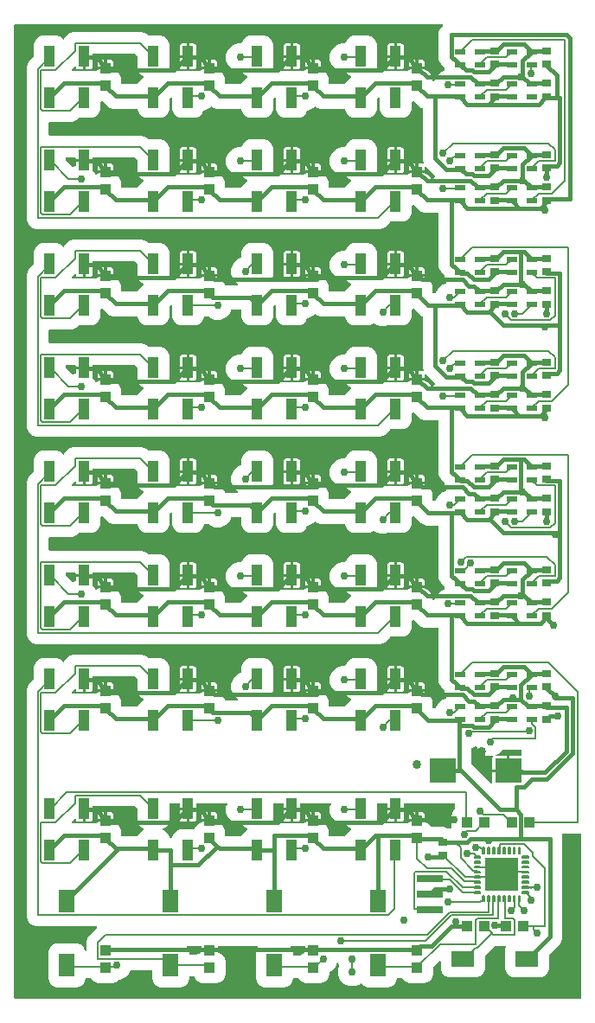
<source format=gbr>
G04 EAGLE Gerber RS-274X export*
G75*
%MOMM*%
%FSLAX34Y34*%
%LPD*%
%INTop Copper*%
%IPPOS*%
%AMOC8*
5,1,8,0,0,1.08239X$1,22.5*%
G01*
%ADD10R,1.100000X2.000000*%
%ADD11R,1.000000X1.100000*%
%ADD12R,1.600000X2.300000*%
%ADD13R,2.300000X1.600000*%
%ADD14R,1.000000X0.600000*%
%ADD15R,0.900000X0.700000*%
%ADD16R,1.100000X1.000000*%
%ADD17C,0.150000*%
%ADD18R,3.200000X3.200000*%
%ADD19R,2.600000X0.800000*%
%ADD20R,2.600000X2.400000*%
%ADD21C,0.381000*%
%ADD22C,0.756400*%
%ADD23C,0.152400*%
%ADD24C,0.856400*%

G36*
X591586Y50042D02*
X591586Y50042D01*
X591605Y50040D01*
X591707Y50062D01*
X591809Y50079D01*
X591826Y50088D01*
X591846Y50092D01*
X591935Y50145D01*
X592026Y50194D01*
X592040Y50208D01*
X592057Y50218D01*
X592124Y50297D01*
X592196Y50372D01*
X592204Y50390D01*
X592217Y50405D01*
X592256Y50501D01*
X592299Y50595D01*
X592301Y50615D01*
X592309Y50633D01*
X592327Y50800D01*
X592327Y210682D01*
X592325Y210694D01*
X592326Y210702D01*
X592320Y210731D01*
X592322Y210773D01*
X592300Y210848D01*
X592288Y210925D01*
X592266Y210965D01*
X592253Y211009D01*
X592209Y211073D01*
X592172Y211142D01*
X592139Y211173D01*
X592113Y211211D01*
X592050Y211258D01*
X591994Y211311D01*
X591953Y211331D01*
X591916Y211358D01*
X591841Y211382D01*
X591771Y211415D01*
X591725Y211420D01*
X591682Y211434D01*
X591604Y211433D01*
X591527Y211442D01*
X591482Y211432D01*
X591436Y211432D01*
X591305Y211394D01*
X591286Y211390D01*
X591282Y211387D01*
X591275Y211385D01*
X591135Y211327D01*
X574123Y211327D01*
X574078Y211320D01*
X574032Y211322D01*
X573957Y211300D01*
X573880Y211288D01*
X573840Y211266D01*
X573795Y211253D01*
X573731Y211209D01*
X573663Y211172D01*
X573631Y211139D01*
X573593Y211113D01*
X573547Y211051D01*
X573493Y210994D01*
X573474Y210952D01*
X573447Y210916D01*
X573423Y210842D01*
X573390Y210771D01*
X573385Y210725D01*
X573370Y210682D01*
X573371Y210604D01*
X573363Y210527D01*
X573372Y210482D01*
X573373Y210436D01*
X573411Y210304D01*
X573415Y210286D01*
X573417Y210282D01*
X573420Y210275D01*
X574041Y208775D01*
X574041Y108725D01*
X572204Y104290D01*
X561384Y93470D01*
X561331Y93396D01*
X561271Y93327D01*
X561259Y93297D01*
X561240Y93270D01*
X561213Y93183D01*
X561179Y93099D01*
X561175Y93058D01*
X561168Y93035D01*
X561169Y93003D01*
X561161Y92932D01*
X561161Y78879D01*
X559614Y75144D01*
X556756Y72286D01*
X553021Y70739D01*
X525979Y70739D01*
X522244Y72286D01*
X519386Y75144D01*
X517839Y78879D01*
X517839Y98921D01*
X518592Y100737D01*
X518602Y100782D01*
X518621Y100824D01*
X518630Y100901D01*
X518648Y100977D01*
X518643Y101022D01*
X518648Y101068D01*
X518632Y101144D01*
X518625Y101222D01*
X518606Y101263D01*
X518596Y101308D01*
X518556Y101375D01*
X518525Y101446D01*
X518494Y101480D01*
X518470Y101519D01*
X518411Y101570D01*
X518358Y101627D01*
X518318Y101650D01*
X518283Y101679D01*
X518211Y101708D01*
X518143Y101746D01*
X518098Y101754D01*
X518055Y101771D01*
X517919Y101786D01*
X517901Y101790D01*
X517896Y101789D01*
X517888Y101790D01*
X508077Y101790D01*
X507987Y101775D01*
X507896Y101768D01*
X507866Y101755D01*
X507834Y101750D01*
X507754Y101707D01*
X507670Y101672D01*
X507638Y101646D01*
X507617Y101635D01*
X507595Y101612D01*
X507539Y101567D01*
X498384Y92412D01*
X498337Y92346D01*
X498327Y92336D01*
X498324Y92330D01*
X498271Y92268D01*
X498259Y92238D01*
X498240Y92212D01*
X498213Y92125D01*
X498179Y92040D01*
X498175Y91999D01*
X498168Y91977D01*
X498169Y91945D01*
X498161Y91873D01*
X498161Y78879D01*
X496614Y75144D01*
X493756Y72286D01*
X490021Y70739D01*
X462979Y70739D01*
X459244Y72286D01*
X456386Y75144D01*
X454839Y78879D01*
X454839Y86717D01*
X454828Y86788D01*
X454826Y86859D01*
X454808Y86908D01*
X454800Y86960D01*
X454766Y87023D01*
X454741Y87090D01*
X454709Y87131D01*
X454684Y87177D01*
X454632Y87226D01*
X454588Y87282D01*
X454544Y87311D01*
X454506Y87346D01*
X454441Y87377D01*
X454381Y87415D01*
X454330Y87428D01*
X454283Y87450D01*
X454212Y87458D01*
X454142Y87475D01*
X454090Y87471D01*
X454039Y87477D01*
X453968Y87462D01*
X453897Y87456D01*
X453849Y87436D01*
X453798Y87425D01*
X453737Y87388D01*
X453671Y87360D01*
X453615Y87315D01*
X453587Y87299D01*
X453572Y87281D01*
X453540Y87255D01*
X447684Y81399D01*
X447631Y81325D01*
X447571Y81256D01*
X447559Y81226D01*
X447540Y81199D01*
X447513Y81112D01*
X447479Y81028D01*
X447475Y80987D01*
X447468Y80964D01*
X447469Y80932D01*
X447461Y80861D01*
X447461Y73379D01*
X445914Y69644D01*
X443056Y66786D01*
X439321Y65239D01*
X424279Y65239D01*
X420544Y66786D01*
X417647Y69684D01*
X417596Y69769D01*
X417591Y69774D01*
X417587Y69779D01*
X417498Y69853D01*
X417409Y69929D01*
X417403Y69932D01*
X417398Y69936D01*
X417290Y69977D01*
X417180Y70021D01*
X417173Y70022D01*
X417168Y70024D01*
X417150Y70025D01*
X417014Y70040D01*
X412622Y70040D01*
X412602Y70037D01*
X412583Y70039D01*
X412481Y70017D01*
X412379Y70000D01*
X412362Y69991D01*
X412342Y69986D01*
X412253Y69933D01*
X412162Y69885D01*
X412148Y69871D01*
X412131Y69860D01*
X412064Y69782D01*
X411992Y69707D01*
X411984Y69689D01*
X411971Y69673D01*
X411932Y69577D01*
X411889Y69484D01*
X411887Y69464D01*
X411879Y69445D01*
X411861Y69279D01*
X410314Y65544D01*
X407456Y62686D01*
X403721Y61139D01*
X383679Y61139D01*
X379944Y62686D01*
X377763Y64868D01*
X377746Y64880D01*
X377734Y64895D01*
X377647Y64951D01*
X377563Y65012D01*
X377544Y65017D01*
X377527Y65028D01*
X377427Y65053D01*
X377328Y65084D01*
X377308Y65083D01*
X377289Y65088D01*
X377186Y65080D01*
X377082Y65078D01*
X377063Y65071D01*
X377043Y65069D01*
X376948Y65029D01*
X376851Y64993D01*
X376835Y64981D01*
X376817Y64973D01*
X376686Y64868D01*
X376198Y64380D01*
X371073Y62257D01*
X365527Y62257D01*
X360402Y64380D01*
X356480Y68302D01*
X354357Y73427D01*
X354357Y78973D01*
X355718Y82259D01*
X355739Y82347D01*
X355767Y82434D01*
X355767Y82467D01*
X355774Y82498D01*
X355766Y82589D01*
X355765Y82680D01*
X355753Y82720D01*
X355751Y82743D01*
X355738Y82772D01*
X355718Y82841D01*
X354716Y85261D01*
X354678Y85322D01*
X354649Y85387D01*
X354614Y85426D01*
X354586Y85470D01*
X354531Y85516D01*
X354482Y85569D01*
X354437Y85594D01*
X354397Y85627D01*
X354330Y85653D01*
X354267Y85687D01*
X354216Y85696D01*
X354167Y85715D01*
X354096Y85718D01*
X354025Y85731D01*
X353973Y85723D01*
X353921Y85726D01*
X353852Y85706D01*
X353782Y85695D01*
X353735Y85671D01*
X353685Y85657D01*
X353626Y85616D01*
X353562Y85584D01*
X353526Y85546D01*
X353483Y85517D01*
X353440Y85459D01*
X353390Y85408D01*
X353355Y85345D01*
X353336Y85319D01*
X353329Y85297D01*
X353309Y85261D01*
X351545Y81002D01*
X347623Y77080D01*
X346331Y76545D01*
X346231Y76483D01*
X346131Y76423D01*
X346127Y76418D01*
X346122Y76415D01*
X346047Y76324D01*
X345971Y76236D01*
X345969Y76230D01*
X345965Y76226D01*
X345923Y76117D01*
X345879Y76008D01*
X345878Y76001D01*
X345877Y75996D01*
X345876Y75978D01*
X345861Y75841D01*
X345861Y73379D01*
X344314Y69644D01*
X341456Y66786D01*
X337721Y65239D01*
X322679Y65239D01*
X318944Y66786D01*
X316047Y69684D01*
X315996Y69769D01*
X315991Y69773D01*
X315988Y69779D01*
X315898Y69853D01*
X315809Y69929D01*
X315803Y69932D01*
X315798Y69936D01*
X315690Y69977D01*
X315580Y70021D01*
X315573Y70022D01*
X315569Y70024D01*
X315551Y70025D01*
X315414Y70040D01*
X311022Y70040D01*
X311002Y70037D01*
X310983Y70039D01*
X310881Y70017D01*
X310779Y70000D01*
X310762Y69991D01*
X310742Y69986D01*
X310653Y69933D01*
X310562Y69885D01*
X310548Y69871D01*
X310531Y69860D01*
X310464Y69782D01*
X310392Y69707D01*
X310384Y69689D01*
X310371Y69673D01*
X310332Y69577D01*
X310289Y69484D01*
X310287Y69464D01*
X310279Y69445D01*
X310261Y69279D01*
X308714Y65544D01*
X305856Y62686D01*
X302121Y61139D01*
X282079Y61139D01*
X278344Y62686D01*
X275486Y65544D01*
X273939Y69279D01*
X273939Y96321D01*
X275486Y100056D01*
X275921Y100490D01*
X275963Y100549D01*
X276012Y100600D01*
X276034Y100648D01*
X276064Y100690D01*
X276085Y100758D01*
X276116Y100824D01*
X276121Y100875D01*
X276137Y100925D01*
X276135Y100997D01*
X276143Y101068D01*
X276132Y101119D01*
X276130Y101171D01*
X276106Y101238D01*
X276090Y101308D01*
X276064Y101353D01*
X276046Y101402D01*
X276001Y101458D01*
X275964Y101519D01*
X275925Y101553D01*
X275892Y101594D01*
X275832Y101633D01*
X275777Y101679D01*
X275729Y101699D01*
X275685Y101727D01*
X275616Y101744D01*
X275549Y101771D01*
X275478Y101779D01*
X275447Y101787D01*
X275423Y101785D01*
X275383Y101790D01*
X237402Y101790D01*
X237382Y101787D01*
X237363Y101789D01*
X237261Y101767D01*
X237159Y101750D01*
X237142Y101741D01*
X237122Y101736D01*
X237033Y101683D01*
X236942Y101635D01*
X236928Y101621D01*
X236911Y101610D01*
X236844Y101532D01*
X236772Y101457D01*
X236764Y101439D01*
X236751Y101423D01*
X236712Y101327D01*
X236669Y101234D01*
X236667Y101214D01*
X236659Y101195D01*
X236641Y101029D01*
X236641Y98923D01*
X230123Y98923D01*
X230123Y101029D01*
X230120Y101048D01*
X230122Y101068D01*
X230100Y101169D01*
X230083Y101271D01*
X230074Y101289D01*
X230070Y101308D01*
X230017Y101397D01*
X229968Y101489D01*
X229954Y101502D01*
X229944Y101519D01*
X229865Y101587D01*
X229790Y101658D01*
X229772Y101666D01*
X229757Y101679D01*
X229661Y101718D01*
X229567Y101762D01*
X229547Y101764D01*
X229529Y101771D01*
X229362Y101790D01*
X227838Y101790D01*
X227818Y101787D01*
X227799Y101789D01*
X227697Y101767D01*
X227595Y101750D01*
X227578Y101741D01*
X227558Y101736D01*
X227469Y101683D01*
X227378Y101635D01*
X227364Y101621D01*
X227347Y101610D01*
X227280Y101532D01*
X227209Y101457D01*
X227200Y101439D01*
X227187Y101423D01*
X227148Y101327D01*
X227105Y101234D01*
X227103Y101214D01*
X227095Y101195D01*
X227077Y101029D01*
X227077Y98923D01*
X220559Y98923D01*
X220559Y101029D01*
X220556Y101048D01*
X220558Y101068D01*
X220536Y101169D01*
X220520Y101271D01*
X220510Y101289D01*
X220506Y101308D01*
X220453Y101397D01*
X220404Y101489D01*
X220390Y101502D01*
X220380Y101519D01*
X220301Y101587D01*
X220226Y101658D01*
X220208Y101666D01*
X220193Y101679D01*
X220097Y101718D01*
X220003Y101762D01*
X219983Y101764D01*
X219965Y101771D01*
X219798Y101790D01*
X207217Y101790D01*
X207147Y101778D01*
X207075Y101776D01*
X207026Y101758D01*
X206975Y101750D01*
X206911Y101717D01*
X206844Y101692D01*
X206803Y101659D01*
X206757Y101635D01*
X206708Y101583D01*
X206652Y101538D01*
X206624Y101494D01*
X206588Y101457D01*
X206558Y101391D01*
X206519Y101331D01*
X206506Y101281D01*
X206484Y101234D01*
X206476Y101162D01*
X206459Y101093D01*
X206463Y101041D01*
X206457Y100989D01*
X206473Y100919D01*
X206478Y100847D01*
X206498Y100800D01*
X206510Y100749D01*
X206546Y100687D01*
X206574Y100621D01*
X206619Y100565D01*
X206636Y100538D01*
X206653Y100522D01*
X206679Y100490D01*
X207114Y100056D01*
X208661Y96321D01*
X208661Y94234D01*
X208664Y94214D01*
X208662Y94195D01*
X208684Y94093D01*
X208700Y93991D01*
X208710Y93974D01*
X208714Y93954D01*
X208767Y93865D01*
X208816Y93774D01*
X208830Y93760D01*
X208840Y93743D01*
X208919Y93676D01*
X208994Y93604D01*
X209012Y93596D01*
X209027Y93583D01*
X209123Y93544D01*
X209217Y93501D01*
X209237Y93499D01*
X209255Y93491D01*
X209422Y93473D01*
X216488Y93473D01*
X216578Y93487D01*
X216669Y93495D01*
X216699Y93507D01*
X216731Y93512D01*
X216811Y93555D01*
X216895Y93591D01*
X216927Y93617D01*
X216948Y93628D01*
X216970Y93651D01*
X217026Y93696D01*
X217344Y94014D01*
X220089Y95151D01*
X220189Y95212D01*
X220289Y95272D01*
X220293Y95277D01*
X220298Y95280D01*
X220373Y95370D01*
X220449Y95459D01*
X220451Y95465D01*
X220455Y95470D01*
X220497Y95578D01*
X220541Y95687D01*
X220542Y95695D01*
X220543Y95700D01*
X220544Y95718D01*
X220559Y95854D01*
X220559Y95877D01*
X227838Y95877D01*
X227858Y95880D01*
X227877Y95878D01*
X227979Y95900D01*
X228081Y95917D01*
X228098Y95926D01*
X228118Y95930D01*
X228207Y95983D01*
X228298Y96032D01*
X228312Y96046D01*
X228329Y96056D01*
X228396Y96135D01*
X228467Y96210D01*
X228476Y96228D01*
X228489Y96243D01*
X228528Y96339D01*
X228571Y96433D01*
X228573Y96453D01*
X228581Y96471D01*
X228599Y96638D01*
X228599Y97401D01*
X228601Y97401D01*
X228601Y96638D01*
X228604Y96618D01*
X228602Y96599D01*
X228624Y96497D01*
X228641Y96395D01*
X228650Y96378D01*
X228654Y96358D01*
X228707Y96269D01*
X228756Y96178D01*
X228770Y96164D01*
X228780Y96147D01*
X228859Y96080D01*
X228934Y96009D01*
X228952Y96000D01*
X228967Y95987D01*
X229063Y95948D01*
X229157Y95905D01*
X229177Y95903D01*
X229195Y95895D01*
X229362Y95877D01*
X236641Y95877D01*
X236641Y95854D01*
X236660Y95739D01*
X236677Y95623D01*
X236679Y95618D01*
X236680Y95611D01*
X236735Y95509D01*
X236788Y95404D01*
X236793Y95400D01*
X236796Y95394D01*
X236880Y95314D01*
X236964Y95232D01*
X236970Y95228D01*
X236974Y95225D01*
X236991Y95217D01*
X237111Y95151D01*
X239856Y94014D01*
X242714Y91156D01*
X244261Y87421D01*
X244261Y73379D01*
X242714Y69644D01*
X239856Y66786D01*
X236121Y65239D01*
X221079Y65239D01*
X217344Y66786D01*
X214486Y69644D01*
X213859Y71157D01*
X213798Y71257D01*
X213738Y71357D01*
X213733Y71361D01*
X213730Y71366D01*
X213640Y71441D01*
X213551Y71517D01*
X213545Y71519D01*
X213540Y71523D01*
X213432Y71565D01*
X213323Y71609D01*
X213315Y71610D01*
X213311Y71611D01*
X213292Y71612D01*
X213156Y71627D01*
X209422Y71627D01*
X209402Y71624D01*
X209383Y71626D01*
X209281Y71604D01*
X209179Y71588D01*
X209162Y71578D01*
X209142Y71574D01*
X209053Y71521D01*
X208962Y71472D01*
X208948Y71458D01*
X208931Y71448D01*
X208864Y71369D01*
X208792Y71294D01*
X208784Y71276D01*
X208771Y71261D01*
X208732Y71165D01*
X208689Y71071D01*
X208687Y71051D01*
X208679Y71033D01*
X208661Y70866D01*
X208661Y69279D01*
X207114Y65544D01*
X204256Y62686D01*
X200521Y61139D01*
X180479Y61139D01*
X176744Y62686D01*
X173886Y65544D01*
X172339Y69279D01*
X172339Y77216D01*
X172336Y77236D01*
X172338Y77255D01*
X172316Y77357D01*
X172300Y77459D01*
X172290Y77476D01*
X172286Y77496D01*
X172233Y77585D01*
X172184Y77676D01*
X172170Y77690D01*
X172160Y77707D01*
X172081Y77774D01*
X172006Y77846D01*
X171988Y77854D01*
X171973Y77867D01*
X171877Y77906D01*
X171783Y77949D01*
X171763Y77951D01*
X171745Y77959D01*
X171578Y77977D01*
X151819Y77977D01*
X151704Y77958D01*
X151588Y77941D01*
X151582Y77939D01*
X151576Y77938D01*
X151473Y77883D01*
X151368Y77830D01*
X151364Y77825D01*
X151358Y77822D01*
X151279Y77738D01*
X151196Y77654D01*
X151193Y77648D01*
X151189Y77644D01*
X151181Y77627D01*
X151115Y77507D01*
X149933Y74652D01*
X146010Y70730D01*
X140886Y68607D01*
X140392Y68607D01*
X140302Y68593D01*
X140211Y68585D01*
X140181Y68573D01*
X140149Y68568D01*
X140069Y68525D01*
X139985Y68489D01*
X139953Y68463D01*
X139932Y68452D01*
X139910Y68429D01*
X139854Y68384D01*
X138256Y66786D01*
X134521Y65239D01*
X119479Y65239D01*
X115744Y66786D01*
X112847Y69684D01*
X112796Y69769D01*
X112791Y69774D01*
X112787Y69779D01*
X112698Y69853D01*
X112609Y69929D01*
X112603Y69932D01*
X112598Y69936D01*
X112490Y69977D01*
X112380Y70021D01*
X112373Y70022D01*
X112368Y70024D01*
X112350Y70025D01*
X112214Y70040D01*
X107822Y70040D01*
X107802Y70037D01*
X107783Y70039D01*
X107681Y70017D01*
X107579Y70000D01*
X107562Y69991D01*
X107542Y69986D01*
X107453Y69933D01*
X107362Y69885D01*
X107348Y69871D01*
X107331Y69860D01*
X107264Y69782D01*
X107192Y69707D01*
X107184Y69689D01*
X107171Y69673D01*
X107132Y69577D01*
X107089Y69484D01*
X107087Y69464D01*
X107079Y69445D01*
X107061Y69279D01*
X105514Y65544D01*
X102656Y62686D01*
X98921Y61139D01*
X78879Y61139D01*
X75144Y62686D01*
X72286Y65544D01*
X70739Y69279D01*
X70739Y96321D01*
X72286Y100056D01*
X75144Y102914D01*
X78879Y104461D01*
X98921Y104461D01*
X102656Y102914D01*
X105514Y100056D01*
X106675Y97252D01*
X106727Y97169D01*
X106772Y97083D01*
X106791Y97065D01*
X106805Y97043D01*
X106880Y96980D01*
X106950Y96914D01*
X106974Y96903D01*
X106994Y96886D01*
X107085Y96851D01*
X107174Y96810D01*
X107200Y96807D01*
X107224Y96798D01*
X107321Y96794D01*
X107418Y96783D01*
X107443Y96788D01*
X107470Y96787D01*
X107563Y96814D01*
X107658Y96835D01*
X107681Y96849D01*
X107706Y96856D01*
X107786Y96911D01*
X107869Y96961D01*
X107886Y96981D01*
X107908Y96996D01*
X107966Y97074D01*
X108029Y97148D01*
X108039Y97172D01*
X108055Y97193D01*
X108085Y97286D01*
X108121Y97376D01*
X108125Y97409D01*
X108131Y97427D01*
X108131Y97460D01*
X108140Y97543D01*
X108140Y106948D01*
X109803Y110962D01*
X112982Y114142D01*
X118381Y119540D01*
X118423Y119598D01*
X118472Y119650D01*
X118494Y119698D01*
X118524Y119740D01*
X118545Y119808D01*
X118576Y119874D01*
X118581Y119925D01*
X118597Y119975D01*
X118595Y120047D01*
X118603Y120118D01*
X118592Y120169D01*
X118590Y120221D01*
X118566Y120288D01*
X118550Y120358D01*
X118524Y120403D01*
X118506Y120452D01*
X118461Y120508D01*
X118424Y120569D01*
X118385Y120603D01*
X118352Y120644D01*
X118292Y120683D01*
X118237Y120729D01*
X118189Y120749D01*
X118145Y120777D01*
X118076Y120794D01*
X118009Y120821D01*
X117938Y120829D01*
X117907Y120837D01*
X117883Y120835D01*
X117842Y120840D01*
X58152Y120840D01*
X54138Y122503D01*
X51065Y125575D01*
X49402Y129590D01*
X49402Y353010D01*
X51065Y357025D01*
X56016Y361976D01*
X56069Y362050D01*
X56129Y362119D01*
X56141Y362149D01*
X56160Y362176D01*
X56187Y362263D01*
X56221Y362347D01*
X56225Y362388D01*
X56232Y362411D01*
X56231Y362443D01*
X56239Y362514D01*
X56239Y374921D01*
X57786Y378656D01*
X60644Y381514D01*
X64379Y383061D01*
X79421Y383061D01*
X83156Y381514D01*
X85210Y379459D01*
X85247Y379433D01*
X85278Y379399D01*
X85347Y379361D01*
X85410Y379316D01*
X85454Y379302D01*
X85494Y379280D01*
X85571Y379266D01*
X85645Y379243D01*
X85691Y379245D01*
X85736Y379236D01*
X85813Y379248D01*
X85891Y379250D01*
X85934Y379266D01*
X85979Y379272D01*
X86049Y379308D01*
X86122Y379334D01*
X86158Y379363D01*
X86199Y379384D01*
X86253Y379439D01*
X86314Y379488D01*
X86339Y379527D01*
X86371Y379559D01*
X86437Y379679D01*
X86447Y379695D01*
X86448Y379700D01*
X86452Y379706D01*
X87578Y382425D01*
X90650Y385497D01*
X94665Y387160D01*
X162510Y387160D01*
X166525Y385497D01*
X168738Y383284D01*
X168812Y383231D01*
X168882Y383171D01*
X168912Y383159D01*
X168938Y383140D01*
X169025Y383113D01*
X169110Y383079D01*
X169151Y383075D01*
X169173Y383068D01*
X169205Y383069D01*
X169277Y383061D01*
X181021Y383061D01*
X184756Y381514D01*
X187614Y378656D01*
X189161Y374921D01*
X189161Y350879D01*
X188659Y349668D01*
X188649Y349624D01*
X188629Y349582D01*
X188621Y349505D01*
X188603Y349429D01*
X188607Y349383D01*
X188602Y349338D01*
X188619Y349261D01*
X188626Y349184D01*
X188645Y349142D01*
X188655Y349097D01*
X188695Y349030D01*
X188726Y348959D01*
X188757Y348925D01*
X188781Y348886D01*
X188840Y348835D01*
X188893Y348778D01*
X188933Y348756D01*
X188968Y348726D01*
X189040Y348697D01*
X189108Y348660D01*
X189153Y348651D01*
X189196Y348634D01*
X189332Y348619D01*
X189350Y348616D01*
X189355Y348617D01*
X189363Y348616D01*
X217939Y348616D01*
X218004Y348626D01*
X218069Y348627D01*
X218149Y348650D01*
X218182Y348655D01*
X218199Y348665D01*
X218230Y348674D01*
X220589Y349651D01*
X220689Y349712D01*
X220789Y349772D01*
X220793Y349777D01*
X220798Y349780D01*
X220873Y349870D01*
X220878Y349877D01*
X220983Y349877D01*
X221048Y349887D01*
X221114Y349888D01*
X221194Y349911D01*
X221226Y349917D01*
X221243Y349926D01*
X221275Y349935D01*
X221579Y350061D01*
X227838Y350061D01*
X227858Y350064D01*
X227877Y350062D01*
X227979Y350084D01*
X228081Y350100D01*
X228098Y350110D01*
X228118Y350114D01*
X228207Y350167D01*
X228298Y350216D01*
X228312Y350230D01*
X228329Y350240D01*
X228396Y350319D01*
X228467Y350394D01*
X228476Y350412D01*
X228489Y350427D01*
X228528Y350523D01*
X228571Y350617D01*
X228573Y350637D01*
X228581Y350655D01*
X228599Y350822D01*
X228599Y351401D01*
X228601Y351401D01*
X228601Y350822D01*
X228604Y350802D01*
X228602Y350783D01*
X228624Y350681D01*
X228641Y350579D01*
X228650Y350562D01*
X228654Y350542D01*
X228707Y350453D01*
X228756Y350362D01*
X228770Y350348D01*
X228780Y350331D01*
X228859Y350264D01*
X228934Y350192D01*
X228952Y350184D01*
X228967Y350171D01*
X229063Y350132D01*
X229157Y350089D01*
X229177Y350087D01*
X229195Y350079D01*
X229362Y350061D01*
X235621Y350061D01*
X235925Y349935D01*
X235989Y349920D01*
X236050Y349895D01*
X236133Y349886D01*
X236165Y349879D01*
X236184Y349880D01*
X236217Y349877D01*
X236314Y349877D01*
X236380Y349814D01*
X236464Y349732D01*
X236470Y349728D01*
X236474Y349725D01*
X236491Y349717D01*
X236611Y349651D01*
X239356Y348514D01*
X242214Y345656D01*
X243423Y342736D01*
X243485Y342636D01*
X243545Y342536D01*
X243550Y342532D01*
X243553Y342527D01*
X243643Y342452D01*
X243732Y342376D01*
X243738Y342374D01*
X243742Y342370D01*
X243851Y342328D01*
X243960Y342284D01*
X243967Y342283D01*
X243972Y342282D01*
X243990Y342281D01*
X244127Y342266D01*
X255456Y342266D01*
X255552Y342281D01*
X255649Y342291D01*
X255673Y342301D01*
X255698Y342305D01*
X255784Y342351D01*
X255873Y342391D01*
X255893Y342408D01*
X255916Y342421D01*
X255983Y342491D01*
X256055Y342557D01*
X256067Y342580D01*
X256085Y342599D01*
X256126Y342687D01*
X256173Y342773D01*
X256178Y342798D01*
X256189Y342822D01*
X256199Y342919D01*
X256217Y343015D01*
X256213Y343041D01*
X256216Y343066D01*
X256195Y343162D01*
X256181Y343258D01*
X256169Y343281D01*
X256164Y343307D01*
X256114Y343390D01*
X256069Y343477D01*
X256051Y343496D01*
X256037Y343518D01*
X255963Y343581D01*
X255894Y343649D01*
X255865Y343665D01*
X255850Y343678D01*
X255820Y343690D01*
X255747Y343730D01*
X255627Y343780D01*
X251705Y347702D01*
X249582Y352827D01*
X249582Y358373D01*
X251705Y363498D01*
X255627Y367420D01*
X258969Y368804D01*
X259069Y368866D01*
X259169Y368926D01*
X259173Y368931D01*
X259178Y368934D01*
X259253Y369024D01*
X259329Y369113D01*
X259331Y369119D01*
X259335Y369124D01*
X259377Y369232D01*
X259421Y369341D01*
X259422Y369349D01*
X259423Y369353D01*
X259424Y369371D01*
X259439Y369508D01*
X259439Y374921D01*
X260986Y378656D01*
X263844Y381514D01*
X267579Y383061D01*
X282621Y383061D01*
X286356Y381514D01*
X289214Y378656D01*
X290761Y374921D01*
X290761Y350879D01*
X290259Y349668D01*
X290249Y349624D01*
X290229Y349582D01*
X290221Y349505D01*
X290203Y349429D01*
X290207Y349383D01*
X290202Y349338D01*
X290219Y349261D01*
X290226Y349184D01*
X290245Y349142D01*
X290255Y349097D01*
X290295Y349030D01*
X290326Y348959D01*
X290357Y348925D01*
X290381Y348886D01*
X290440Y348835D01*
X290493Y348778D01*
X290533Y348756D01*
X290568Y348726D01*
X290640Y348697D01*
X290708Y348660D01*
X290753Y348651D01*
X290796Y348634D01*
X290932Y348619D01*
X290950Y348616D01*
X290955Y348617D01*
X290963Y348616D01*
X319539Y348616D01*
X319604Y348626D01*
X319669Y348627D01*
X319749Y348650D01*
X319782Y348655D01*
X319799Y348665D01*
X319830Y348674D01*
X322189Y349651D01*
X322289Y349712D01*
X322389Y349772D01*
X322393Y349777D01*
X322398Y349780D01*
X322473Y349870D01*
X322478Y349877D01*
X322583Y349877D01*
X322648Y349887D01*
X322714Y349888D01*
X322794Y349911D01*
X322826Y349917D01*
X322843Y349926D01*
X322875Y349935D01*
X323179Y350061D01*
X329438Y350061D01*
X329458Y350064D01*
X329477Y350062D01*
X329579Y350084D01*
X329681Y350100D01*
X329698Y350110D01*
X329718Y350114D01*
X329807Y350167D01*
X329898Y350216D01*
X329912Y350230D01*
X329929Y350240D01*
X329996Y350319D01*
X330067Y350394D01*
X330076Y350412D01*
X330089Y350427D01*
X330128Y350523D01*
X330171Y350617D01*
X330173Y350637D01*
X330181Y350655D01*
X330199Y350822D01*
X330199Y351401D01*
X330201Y351401D01*
X330201Y350822D01*
X330204Y350802D01*
X330202Y350783D01*
X330224Y350681D01*
X330241Y350579D01*
X330250Y350562D01*
X330254Y350542D01*
X330307Y350453D01*
X330356Y350362D01*
X330370Y350348D01*
X330380Y350331D01*
X330459Y350264D01*
X330534Y350192D01*
X330552Y350184D01*
X330567Y350171D01*
X330663Y350132D01*
X330757Y350089D01*
X330777Y350087D01*
X330795Y350079D01*
X330962Y350061D01*
X337221Y350061D01*
X337525Y349935D01*
X337589Y349920D01*
X337650Y349895D01*
X337733Y349886D01*
X337765Y349879D01*
X337784Y349880D01*
X337817Y349877D01*
X337914Y349877D01*
X337980Y349814D01*
X338064Y349732D01*
X338070Y349728D01*
X338074Y349725D01*
X338091Y349717D01*
X338211Y349651D01*
X340956Y348514D01*
X343814Y345656D01*
X345361Y341921D01*
X345361Y336677D01*
X345364Y336657D01*
X345362Y336638D01*
X345384Y336536D01*
X345400Y336434D01*
X345410Y336417D01*
X345414Y336397D01*
X345467Y336308D01*
X345516Y336217D01*
X345530Y336203D01*
X345540Y336186D01*
X345619Y336119D01*
X345694Y336047D01*
X345712Y336039D01*
X345727Y336026D01*
X345823Y335987D01*
X345917Y335944D01*
X345937Y335942D01*
X345955Y335934D01*
X346122Y335916D01*
X360943Y335916D01*
X361057Y335935D01*
X361174Y335952D01*
X361179Y335954D01*
X361185Y335955D01*
X361288Y336010D01*
X361393Y336063D01*
X361397Y336068D01*
X361403Y336071D01*
X361483Y336155D01*
X361565Y336239D01*
X361569Y336245D01*
X361572Y336249D01*
X361580Y336266D01*
X361646Y336386D01*
X362586Y338656D01*
X365444Y341514D01*
X367093Y342197D01*
X367154Y342234D01*
X367219Y342264D01*
X367258Y342299D01*
X367302Y342326D01*
X367348Y342381D01*
X367401Y342430D01*
X367426Y342476D01*
X367459Y342516D01*
X367485Y342583D01*
X367519Y342646D01*
X367528Y342697D01*
X367547Y342745D01*
X367550Y342817D01*
X367563Y342888D01*
X367555Y342939D01*
X367557Y342991D01*
X367537Y343060D01*
X367527Y343131D01*
X367503Y343177D01*
X367489Y343227D01*
X367448Y343286D01*
X367416Y343350D01*
X367378Y343387D01*
X367349Y343429D01*
X367291Y343472D01*
X367240Y343522D01*
X367177Y343557D01*
X367151Y343576D01*
X367129Y343583D01*
X367093Y343603D01*
X365444Y344286D01*
X362586Y347144D01*
X362423Y347537D01*
X362362Y347636D01*
X362302Y347737D01*
X362297Y347741D01*
X362294Y347746D01*
X362204Y347820D01*
X362115Y347897D01*
X362109Y347899D01*
X362104Y347903D01*
X361997Y347945D01*
X361887Y347989D01*
X361879Y347990D01*
X361875Y347991D01*
X361856Y347992D01*
X361720Y348007D01*
X357589Y348007D01*
X352465Y350130D01*
X348542Y354052D01*
X346420Y359177D01*
X346420Y364723D01*
X348542Y369848D01*
X352465Y373770D01*
X357589Y375893D01*
X360933Y375893D01*
X361048Y375912D01*
X361164Y375929D01*
X361170Y375931D01*
X361176Y375932D01*
X361278Y375987D01*
X361383Y376040D01*
X361388Y376045D01*
X361393Y376048D01*
X361473Y376132D01*
X361556Y376216D01*
X361559Y376222D01*
X361563Y376226D01*
X361570Y376243D01*
X361636Y376363D01*
X362586Y378656D01*
X365444Y381514D01*
X369179Y383061D01*
X384221Y383061D01*
X387956Y381514D01*
X390814Y378656D01*
X392361Y374921D01*
X392361Y350879D01*
X391859Y349668D01*
X391849Y349624D01*
X391829Y349582D01*
X391821Y349505D01*
X391803Y349429D01*
X391807Y349383D01*
X391802Y349338D01*
X391819Y349261D01*
X391826Y349184D01*
X391845Y349142D01*
X391855Y349097D01*
X391895Y349030D01*
X391926Y348959D01*
X391957Y348925D01*
X391981Y348886D01*
X392040Y348835D01*
X392093Y348778D01*
X392133Y348756D01*
X392168Y348726D01*
X392240Y348697D01*
X392308Y348660D01*
X392353Y348651D01*
X392396Y348634D01*
X392532Y348619D01*
X392550Y348616D01*
X392555Y348617D01*
X392563Y348616D01*
X421139Y348616D01*
X421204Y348626D01*
X421269Y348627D01*
X421349Y348650D01*
X421382Y348655D01*
X421399Y348665D01*
X421430Y348674D01*
X423789Y349651D01*
X423889Y349712D01*
X423989Y349772D01*
X423993Y349777D01*
X423998Y349780D01*
X424073Y349870D01*
X424078Y349877D01*
X424183Y349877D01*
X424248Y349887D01*
X424314Y349888D01*
X424394Y349911D01*
X424426Y349917D01*
X424443Y349926D01*
X424475Y349935D01*
X424779Y350061D01*
X431038Y350061D01*
X431058Y350064D01*
X431077Y350062D01*
X431179Y350084D01*
X431281Y350100D01*
X431298Y350110D01*
X431318Y350114D01*
X431407Y350167D01*
X431498Y350216D01*
X431512Y350230D01*
X431529Y350240D01*
X431596Y350319D01*
X431667Y350394D01*
X431676Y350412D01*
X431689Y350427D01*
X431728Y350523D01*
X431771Y350617D01*
X431773Y350637D01*
X431781Y350655D01*
X431799Y350822D01*
X431799Y351401D01*
X431801Y351401D01*
X431801Y350822D01*
X431804Y350802D01*
X431802Y350783D01*
X431824Y350681D01*
X431841Y350579D01*
X431850Y350562D01*
X431854Y350542D01*
X431907Y350453D01*
X431956Y350362D01*
X431970Y350348D01*
X431980Y350331D01*
X432059Y350264D01*
X432134Y350192D01*
X432152Y350184D01*
X432167Y350171D01*
X432263Y350132D01*
X432357Y350089D01*
X432377Y350087D01*
X432395Y350079D01*
X432562Y350061D01*
X438821Y350061D01*
X439125Y349935D01*
X439189Y349920D01*
X439250Y349895D01*
X439333Y349886D01*
X439365Y349879D01*
X439384Y349880D01*
X439417Y349877D01*
X439514Y349877D01*
X439580Y349814D01*
X439664Y349732D01*
X439670Y349728D01*
X439674Y349725D01*
X439691Y349717D01*
X439811Y349651D01*
X442556Y348514D01*
X445414Y345656D01*
X446961Y341921D01*
X446961Y335593D01*
X446975Y335503D01*
X446983Y335412D01*
X446995Y335382D01*
X447000Y335350D01*
X447043Y335270D01*
X447079Y335186D01*
X447105Y335154D01*
X447116Y335133D01*
X447139Y335111D01*
X447184Y335055D01*
X447687Y334551D01*
X447761Y334498D01*
X447831Y334439D01*
X447861Y334426D01*
X447887Y334408D01*
X447974Y334381D01*
X448059Y334347D01*
X448100Y334342D01*
X448122Y334335D01*
X448154Y334336D01*
X448226Y334328D01*
X449660Y334328D01*
X449775Y334347D01*
X449891Y334364D01*
X449896Y334367D01*
X449903Y334368D01*
X450005Y334422D01*
X450110Y334476D01*
X450114Y334480D01*
X450120Y334483D01*
X450200Y334567D01*
X450282Y334651D01*
X450286Y334658D01*
X450289Y334661D01*
X450297Y334678D01*
X450363Y334798D01*
X451730Y338098D01*
X455652Y342020D01*
X459285Y343525D01*
X459363Y343573D01*
X459444Y343614D01*
X459467Y343637D01*
X459494Y343655D01*
X459552Y343725D01*
X459616Y343790D01*
X459636Y343826D01*
X459651Y343844D01*
X459662Y343874D01*
X459697Y343937D01*
X460036Y344756D01*
X460117Y344837D01*
X460129Y344853D01*
X460144Y344865D01*
X460201Y344953D01*
X460261Y345036D01*
X460267Y345055D01*
X460277Y345072D01*
X460303Y345173D01*
X460333Y345272D01*
X460333Y345292D01*
X460338Y345311D01*
X460329Y345414D01*
X460327Y345517D01*
X460320Y345536D01*
X460318Y345556D01*
X460278Y345651D01*
X460242Y345748D01*
X460230Y345764D01*
X460222Y345782D01*
X460117Y345913D01*
X460036Y345994D01*
X458489Y349729D01*
X458489Y351219D01*
X458475Y351309D01*
X458467Y351400D01*
X458455Y351430D01*
X458450Y351462D01*
X458407Y351543D01*
X458371Y351627D01*
X458345Y351659D01*
X458334Y351679D01*
X458311Y351702D01*
X458266Y351758D01*
X454909Y355115D01*
X453072Y359550D01*
X453072Y412623D01*
X453069Y412643D01*
X453071Y412662D01*
X453049Y412764D01*
X453032Y412866D01*
X453023Y412883D01*
X453018Y412903D01*
X452965Y412992D01*
X452917Y413083D01*
X452903Y413097D01*
X452892Y413114D01*
X452814Y413181D01*
X452739Y413253D01*
X452721Y413261D01*
X452705Y413274D01*
X452609Y413313D01*
X452516Y413356D01*
X452496Y413358D01*
X452477Y413366D01*
X452311Y413384D01*
X438925Y413384D01*
X434490Y415221D01*
X429595Y420116D01*
X429521Y420169D01*
X429452Y420229D01*
X429422Y420241D01*
X429395Y420260D01*
X429308Y420287D01*
X429224Y420321D01*
X429183Y420325D01*
X429160Y420332D01*
X429128Y420331D01*
X429057Y420339D01*
X427122Y420339D01*
X427102Y420336D01*
X427083Y420338D01*
X426981Y420316D01*
X426879Y420300D01*
X426862Y420290D01*
X426842Y420286D01*
X426753Y420233D01*
X426662Y420184D01*
X426648Y420170D01*
X426631Y420160D01*
X426564Y420081D01*
X426492Y420006D01*
X426484Y419988D01*
X426471Y419973D01*
X426432Y419877D01*
X426389Y419783D01*
X426387Y419763D01*
X426379Y419745D01*
X426361Y419578D01*
X426361Y412479D01*
X424814Y408744D01*
X421956Y405886D01*
X418221Y404339D01*
X405814Y404339D01*
X405724Y404325D01*
X405633Y404317D01*
X405603Y404305D01*
X405571Y404300D01*
X405491Y404257D01*
X405407Y404221D01*
X405375Y404195D01*
X405354Y404184D01*
X405332Y404161D01*
X405276Y404116D01*
X399887Y398728D01*
X395873Y397065D01*
X58152Y397065D01*
X54138Y398728D01*
X51065Y401800D01*
X49402Y405815D01*
X49402Y556210D01*
X51065Y560225D01*
X56016Y565176D01*
X56069Y565250D01*
X56129Y565319D01*
X56141Y565349D01*
X56160Y565376D01*
X56187Y565463D01*
X56221Y565547D01*
X56225Y565588D01*
X56232Y565611D01*
X56231Y565643D01*
X56239Y565714D01*
X56239Y578121D01*
X57786Y581856D01*
X60644Y584714D01*
X64379Y586261D01*
X79421Y586261D01*
X83156Y584714D01*
X85210Y582659D01*
X85247Y582633D01*
X85278Y582599D01*
X85347Y582561D01*
X85410Y582516D01*
X85454Y582502D01*
X85494Y582480D01*
X85571Y582466D01*
X85645Y582443D01*
X85691Y582445D01*
X85736Y582436D01*
X85813Y582448D01*
X85891Y582450D01*
X85934Y582466D01*
X85979Y582472D01*
X86049Y582508D01*
X86122Y582534D01*
X86158Y582563D01*
X86199Y582584D01*
X86253Y582639D01*
X86314Y582688D01*
X86339Y582727D01*
X86371Y582759D01*
X86437Y582879D01*
X86447Y582895D01*
X86448Y582900D01*
X86452Y582906D01*
X87578Y585625D01*
X90650Y588697D01*
X94665Y590360D01*
X162510Y590360D01*
X166525Y588697D01*
X168738Y586484D01*
X168812Y586431D01*
X168882Y586371D01*
X168912Y586359D01*
X168938Y586340D01*
X169025Y586313D01*
X169110Y586279D01*
X169151Y586275D01*
X169173Y586268D01*
X169205Y586269D01*
X169277Y586261D01*
X181021Y586261D01*
X184756Y584714D01*
X187614Y581856D01*
X189161Y578121D01*
X189161Y554079D01*
X188659Y552868D01*
X188649Y552824D01*
X188629Y552782D01*
X188621Y552705D01*
X188603Y552629D01*
X188607Y552583D01*
X188602Y552538D01*
X188619Y552461D01*
X188626Y552384D01*
X188645Y552342D01*
X188655Y552297D01*
X188695Y552230D01*
X188726Y552159D01*
X188757Y552125D01*
X188781Y552086D01*
X188840Y552035D01*
X188893Y551978D01*
X188933Y551956D01*
X188968Y551926D01*
X189040Y551897D01*
X189108Y551860D01*
X189153Y551851D01*
X189196Y551834D01*
X189332Y551819D01*
X189350Y551816D01*
X189355Y551817D01*
X189363Y551816D01*
X217939Y551816D01*
X218004Y551826D01*
X218069Y551827D01*
X218149Y551850D01*
X218182Y551855D01*
X218199Y551865D01*
X218230Y551874D01*
X220589Y552851D01*
X220689Y552912D01*
X220789Y552972D01*
X220793Y552977D01*
X220798Y552980D01*
X220873Y553070D01*
X220878Y553077D01*
X220983Y553077D01*
X221048Y553087D01*
X221114Y553088D01*
X221194Y553111D01*
X221226Y553117D01*
X221243Y553126D01*
X221275Y553135D01*
X221579Y553261D01*
X227838Y553261D01*
X227858Y553264D01*
X227877Y553262D01*
X227979Y553284D01*
X228081Y553300D01*
X228098Y553310D01*
X228118Y553314D01*
X228207Y553367D01*
X228298Y553416D01*
X228312Y553430D01*
X228329Y553440D01*
X228396Y553519D01*
X228467Y553594D01*
X228476Y553612D01*
X228489Y553627D01*
X228528Y553723D01*
X228571Y553817D01*
X228573Y553837D01*
X228581Y553855D01*
X228599Y554022D01*
X228599Y554601D01*
X228601Y554601D01*
X228601Y554022D01*
X228604Y554002D01*
X228602Y553983D01*
X228624Y553881D01*
X228641Y553779D01*
X228650Y553762D01*
X228654Y553742D01*
X228707Y553653D01*
X228756Y553562D01*
X228770Y553548D01*
X228780Y553531D01*
X228859Y553464D01*
X228934Y553392D01*
X228952Y553384D01*
X228967Y553371D01*
X229063Y553332D01*
X229157Y553289D01*
X229177Y553287D01*
X229195Y553279D01*
X229362Y553261D01*
X235621Y553261D01*
X235925Y553135D01*
X235989Y553120D01*
X236050Y553095D01*
X236133Y553086D01*
X236165Y553079D01*
X236184Y553080D01*
X236217Y553077D01*
X236314Y553077D01*
X236380Y553014D01*
X236464Y552932D01*
X236470Y552928D01*
X236474Y552925D01*
X236491Y552917D01*
X236611Y552851D01*
X239356Y551714D01*
X242214Y548856D01*
X243423Y545936D01*
X243485Y545836D01*
X243545Y545736D01*
X243550Y545732D01*
X243553Y545727D01*
X243643Y545652D01*
X243732Y545576D01*
X243738Y545574D01*
X243742Y545570D01*
X243850Y545528D01*
X243960Y545484D01*
X243967Y545483D01*
X243972Y545482D01*
X243990Y545481D01*
X244127Y545466D01*
X255456Y545466D01*
X255552Y545481D01*
X255649Y545491D01*
X255673Y545501D01*
X255698Y545505D01*
X255784Y545551D01*
X255873Y545591D01*
X255893Y545608D01*
X255916Y545621D01*
X255983Y545691D01*
X256055Y545757D01*
X256067Y545780D01*
X256085Y545799D01*
X256126Y545887D01*
X256173Y545973D01*
X256178Y545998D01*
X256189Y546022D01*
X256199Y546119D01*
X256217Y546215D01*
X256213Y546241D01*
X256216Y546266D01*
X256195Y546362D01*
X256181Y546458D01*
X256169Y546481D01*
X256164Y546507D01*
X256114Y546591D01*
X256069Y546677D01*
X256051Y546696D01*
X256037Y546718D01*
X255963Y546781D01*
X255894Y546849D01*
X255865Y546865D01*
X255850Y546878D01*
X255820Y546890D01*
X255747Y546930D01*
X255627Y546980D01*
X251705Y550902D01*
X249582Y556027D01*
X249582Y561573D01*
X251705Y566698D01*
X255627Y570620D01*
X258969Y572004D01*
X259069Y572066D01*
X259169Y572126D01*
X259173Y572131D01*
X259178Y572134D01*
X259253Y572224D01*
X259329Y572313D01*
X259331Y572319D01*
X259335Y572324D01*
X259377Y572432D01*
X259421Y572541D01*
X259422Y572549D01*
X259423Y572553D01*
X259424Y572571D01*
X259439Y572708D01*
X259439Y578121D01*
X260986Y581856D01*
X263844Y584714D01*
X267579Y586261D01*
X282621Y586261D01*
X286356Y584714D01*
X289214Y581856D01*
X290761Y578121D01*
X290761Y554079D01*
X290259Y552868D01*
X290249Y552824D01*
X290229Y552782D01*
X290221Y552705D01*
X290203Y552629D01*
X290207Y552583D01*
X290202Y552538D01*
X290219Y552461D01*
X290226Y552384D01*
X290245Y552342D01*
X290255Y552297D01*
X290295Y552230D01*
X290326Y552159D01*
X290357Y552125D01*
X290381Y552086D01*
X290440Y552035D01*
X290493Y551978D01*
X290533Y551956D01*
X290568Y551926D01*
X290640Y551897D01*
X290708Y551860D01*
X290753Y551851D01*
X290796Y551834D01*
X290932Y551819D01*
X290950Y551816D01*
X290955Y551817D01*
X290963Y551816D01*
X319539Y551816D01*
X319604Y551826D01*
X319669Y551827D01*
X319749Y551850D01*
X319782Y551855D01*
X319799Y551865D01*
X319830Y551874D01*
X322189Y552851D01*
X322289Y552912D01*
X322389Y552972D01*
X322393Y552977D01*
X322398Y552980D01*
X322473Y553070D01*
X322478Y553077D01*
X322583Y553077D01*
X322648Y553087D01*
X322714Y553088D01*
X322794Y553111D01*
X322826Y553117D01*
X322843Y553126D01*
X322875Y553135D01*
X323179Y553261D01*
X329438Y553261D01*
X329458Y553264D01*
X329477Y553262D01*
X329579Y553284D01*
X329681Y553300D01*
X329698Y553310D01*
X329718Y553314D01*
X329807Y553367D01*
X329898Y553416D01*
X329912Y553430D01*
X329929Y553440D01*
X329996Y553519D01*
X330067Y553594D01*
X330076Y553612D01*
X330089Y553627D01*
X330128Y553723D01*
X330171Y553817D01*
X330173Y553837D01*
X330181Y553855D01*
X330199Y554022D01*
X330199Y554601D01*
X330201Y554601D01*
X330201Y554022D01*
X330204Y554002D01*
X330202Y553983D01*
X330224Y553881D01*
X330241Y553779D01*
X330250Y553762D01*
X330254Y553742D01*
X330307Y553653D01*
X330356Y553562D01*
X330370Y553548D01*
X330380Y553531D01*
X330459Y553464D01*
X330534Y553392D01*
X330552Y553384D01*
X330567Y553371D01*
X330663Y553332D01*
X330757Y553289D01*
X330777Y553287D01*
X330795Y553279D01*
X330962Y553261D01*
X337221Y553261D01*
X337525Y553135D01*
X337589Y553120D01*
X337650Y553095D01*
X337733Y553086D01*
X337765Y553079D01*
X337784Y553080D01*
X337817Y553077D01*
X337914Y553077D01*
X337980Y553014D01*
X338064Y552932D01*
X338070Y552928D01*
X338074Y552925D01*
X338091Y552917D01*
X338211Y552851D01*
X340956Y551714D01*
X343814Y548856D01*
X345361Y545121D01*
X345361Y539877D01*
X345364Y539857D01*
X345362Y539838D01*
X345384Y539736D01*
X345400Y539634D01*
X345410Y539617D01*
X345414Y539597D01*
X345467Y539508D01*
X345516Y539417D01*
X345530Y539403D01*
X345540Y539386D01*
X345619Y539319D01*
X345694Y539247D01*
X345712Y539239D01*
X345727Y539226D01*
X345823Y539187D01*
X345917Y539144D01*
X345937Y539142D01*
X345955Y539134D01*
X346122Y539116D01*
X360943Y539116D01*
X361057Y539135D01*
X361174Y539152D01*
X361179Y539154D01*
X361185Y539155D01*
X361288Y539210D01*
X361393Y539263D01*
X361397Y539268D01*
X361403Y539271D01*
X361483Y539355D01*
X361565Y539439D01*
X361569Y539445D01*
X361572Y539449D01*
X361580Y539466D01*
X361646Y539586D01*
X362586Y541856D01*
X365444Y544714D01*
X367093Y545397D01*
X367154Y545435D01*
X367219Y545464D01*
X367258Y545499D01*
X367302Y545526D01*
X367348Y545582D01*
X367401Y545630D01*
X367426Y545676D01*
X367459Y545716D01*
X367485Y545783D01*
X367519Y545846D01*
X367528Y545897D01*
X367547Y545945D01*
X367550Y546017D01*
X367563Y546088D01*
X367555Y546139D01*
X367557Y546191D01*
X367537Y546260D01*
X367527Y546331D01*
X367503Y546377D01*
X367489Y546427D01*
X367448Y546486D01*
X367416Y546550D01*
X367378Y546587D01*
X367349Y546629D01*
X367291Y546672D01*
X367240Y546722D01*
X367177Y546757D01*
X367151Y546776D01*
X367129Y546783D01*
X367093Y546803D01*
X365444Y547486D01*
X362586Y550344D01*
X362423Y550737D01*
X362362Y550836D01*
X362302Y550937D01*
X362297Y550941D01*
X362294Y550946D01*
X362204Y551020D01*
X362115Y551097D01*
X362109Y551099D01*
X362104Y551103D01*
X361997Y551145D01*
X361887Y551189D01*
X361879Y551190D01*
X361875Y551191D01*
X361856Y551192D01*
X361720Y551207D01*
X357589Y551207D01*
X352465Y553330D01*
X348542Y557252D01*
X346420Y562377D01*
X346420Y567923D01*
X348542Y573048D01*
X352465Y576970D01*
X357589Y579093D01*
X360933Y579093D01*
X361048Y579112D01*
X361164Y579129D01*
X361170Y579131D01*
X361176Y579132D01*
X361278Y579187D01*
X361383Y579240D01*
X361388Y579245D01*
X361393Y579248D01*
X361473Y579332D01*
X361556Y579416D01*
X361559Y579422D01*
X361563Y579426D01*
X361570Y579443D01*
X361636Y579563D01*
X362586Y581856D01*
X365444Y584714D01*
X369179Y586261D01*
X384221Y586261D01*
X387956Y584714D01*
X390814Y581856D01*
X392361Y578121D01*
X392361Y554079D01*
X391859Y552868D01*
X391849Y552824D01*
X391829Y552782D01*
X391821Y552705D01*
X391803Y552629D01*
X391807Y552583D01*
X391802Y552538D01*
X391819Y552461D01*
X391826Y552384D01*
X391845Y552342D01*
X391855Y552297D01*
X391895Y552230D01*
X391926Y552159D01*
X391957Y552125D01*
X391981Y552086D01*
X392040Y552035D01*
X392093Y551978D01*
X392133Y551956D01*
X392168Y551926D01*
X392240Y551897D01*
X392308Y551860D01*
X392353Y551851D01*
X392396Y551834D01*
X392532Y551819D01*
X392550Y551816D01*
X392555Y551817D01*
X392563Y551816D01*
X421139Y551816D01*
X421204Y551826D01*
X421269Y551827D01*
X421349Y551850D01*
X421382Y551855D01*
X421399Y551865D01*
X421430Y551874D01*
X423789Y552851D01*
X423889Y552912D01*
X423989Y552972D01*
X423993Y552977D01*
X423998Y552980D01*
X424073Y553070D01*
X424078Y553077D01*
X424183Y553077D01*
X424248Y553087D01*
X424314Y553088D01*
X424394Y553111D01*
X424426Y553117D01*
X424443Y553126D01*
X424475Y553135D01*
X424779Y553261D01*
X431038Y553261D01*
X431058Y553264D01*
X431077Y553262D01*
X431179Y553284D01*
X431281Y553300D01*
X431298Y553310D01*
X431318Y553314D01*
X431407Y553367D01*
X431498Y553416D01*
X431512Y553430D01*
X431529Y553440D01*
X431596Y553519D01*
X431667Y553594D01*
X431676Y553612D01*
X431689Y553627D01*
X431728Y553723D01*
X431771Y553817D01*
X431773Y553837D01*
X431781Y553855D01*
X431799Y554022D01*
X431799Y554601D01*
X431801Y554601D01*
X431801Y554022D01*
X431804Y554002D01*
X431802Y553983D01*
X431824Y553881D01*
X431841Y553779D01*
X431850Y553762D01*
X431854Y553742D01*
X431907Y553653D01*
X431956Y553562D01*
X431970Y553548D01*
X431980Y553531D01*
X432059Y553464D01*
X432134Y553392D01*
X432152Y553384D01*
X432167Y553371D01*
X432263Y553332D01*
X432357Y553289D01*
X432377Y553287D01*
X432395Y553279D01*
X432562Y553261D01*
X438821Y553261D01*
X439125Y553135D01*
X439189Y553120D01*
X439250Y553095D01*
X439333Y553086D01*
X439365Y553079D01*
X439384Y553080D01*
X439417Y553077D01*
X439514Y553077D01*
X439580Y553014D01*
X439664Y552932D01*
X439670Y552928D01*
X439674Y552925D01*
X439691Y552917D01*
X439811Y552851D01*
X442556Y551714D01*
X445414Y548856D01*
X446961Y545121D01*
X446961Y538793D01*
X446975Y538703D01*
X446983Y538612D01*
X446995Y538582D01*
X447000Y538550D01*
X447043Y538470D01*
X447079Y538386D01*
X447105Y538354D01*
X447116Y538333D01*
X447139Y538311D01*
X447184Y538255D01*
X447687Y537751D01*
X447761Y537698D01*
X447831Y537639D01*
X447861Y537626D01*
X447887Y537608D01*
X447974Y537581D01*
X448059Y537547D01*
X448100Y537542D01*
X448122Y537535D01*
X448154Y537536D01*
X448226Y537528D01*
X449660Y537528D01*
X449775Y537547D01*
X449891Y537564D01*
X449896Y537567D01*
X449903Y537568D01*
X450005Y537622D01*
X450110Y537676D01*
X450114Y537680D01*
X450120Y537683D01*
X450200Y537767D01*
X450282Y537851D01*
X450286Y537858D01*
X450289Y537861D01*
X450297Y537878D01*
X450363Y537998D01*
X451730Y541298D01*
X455652Y545220D01*
X459285Y546725D01*
X459363Y546773D01*
X459444Y546814D01*
X459467Y546837D01*
X459494Y546855D01*
X459552Y546925D01*
X459616Y546990D01*
X459636Y547026D01*
X459651Y547044D01*
X459662Y547074D01*
X459697Y547137D01*
X460036Y547956D01*
X460117Y548037D01*
X460129Y548053D01*
X460144Y548065D01*
X460200Y548152D01*
X460261Y548236D01*
X460267Y548255D01*
X460277Y548272D01*
X460303Y548372D01*
X460333Y548471D01*
X460333Y548491D01*
X460338Y548511D01*
X460329Y548614D01*
X460327Y548717D01*
X460320Y548736D01*
X460318Y548756D01*
X460278Y548851D01*
X460242Y548948D01*
X460230Y548964D01*
X460222Y548982D01*
X460117Y549113D01*
X460036Y549194D01*
X458489Y552929D01*
X458489Y554419D01*
X458475Y554509D01*
X458467Y554600D01*
X458455Y554630D01*
X458450Y554662D01*
X458407Y554743D01*
X458371Y554827D01*
X458345Y554859D01*
X458334Y554879D01*
X458311Y554902D01*
X458266Y554958D01*
X454909Y558315D01*
X453072Y562750D01*
X453072Y615823D01*
X453069Y615843D01*
X453071Y615862D01*
X453049Y615964D01*
X453032Y616066D01*
X453023Y616083D01*
X453018Y616103D01*
X452965Y616192D01*
X452917Y616283D01*
X452903Y616297D01*
X452892Y616314D01*
X452814Y616381D01*
X452739Y616453D01*
X452721Y616461D01*
X452705Y616474D01*
X452609Y616513D01*
X452516Y616556D01*
X452496Y616558D01*
X452477Y616566D01*
X452311Y616584D01*
X438925Y616584D01*
X434490Y618421D01*
X429595Y623316D01*
X429521Y623369D01*
X429452Y623429D01*
X429422Y623441D01*
X429395Y623460D01*
X429308Y623487D01*
X429224Y623521D01*
X429183Y623525D01*
X429160Y623532D01*
X429128Y623531D01*
X429057Y623539D01*
X427122Y623539D01*
X427102Y623536D01*
X427083Y623538D01*
X426981Y623516D01*
X426879Y623500D01*
X426862Y623490D01*
X426842Y623486D01*
X426753Y623433D01*
X426662Y623384D01*
X426648Y623370D01*
X426631Y623360D01*
X426564Y623281D01*
X426492Y623206D01*
X426484Y623188D01*
X426471Y623173D01*
X426432Y623077D01*
X426389Y622983D01*
X426387Y622963D01*
X426379Y622945D01*
X426361Y622778D01*
X426361Y615679D01*
X424814Y611944D01*
X421956Y609086D01*
X418221Y607539D01*
X405814Y607539D01*
X405724Y607525D01*
X405633Y607517D01*
X405603Y607505D01*
X405571Y607500D01*
X405491Y607457D01*
X405407Y607421D01*
X405375Y607395D01*
X405354Y607384D01*
X405332Y607361D01*
X405276Y607316D01*
X399887Y601928D01*
X395873Y600265D01*
X58152Y600265D01*
X54138Y601928D01*
X51065Y605000D01*
X49402Y609015D01*
X49402Y759410D01*
X51065Y763425D01*
X56016Y768376D01*
X56069Y768450D01*
X56129Y768519D01*
X56141Y768549D01*
X56160Y768576D01*
X56187Y768663D01*
X56221Y768747D01*
X56225Y768788D01*
X56232Y768811D01*
X56231Y768843D01*
X56239Y768914D01*
X56239Y781321D01*
X57786Y785056D01*
X60644Y787914D01*
X64379Y789461D01*
X79421Y789461D01*
X83156Y787914D01*
X85210Y785859D01*
X85247Y785833D01*
X85278Y785799D01*
X85347Y785761D01*
X85410Y785716D01*
X85454Y785702D01*
X85494Y785680D01*
X85571Y785666D01*
X85645Y785643D01*
X85691Y785645D01*
X85736Y785636D01*
X85813Y785648D01*
X85891Y785650D01*
X85934Y785666D01*
X85979Y785672D01*
X86049Y785708D01*
X86122Y785734D01*
X86158Y785763D01*
X86199Y785784D01*
X86253Y785839D01*
X86314Y785888D01*
X86339Y785927D01*
X86371Y785959D01*
X86437Y786079D01*
X86447Y786095D01*
X86448Y786100D01*
X86452Y786106D01*
X87578Y788825D01*
X90650Y791897D01*
X94665Y793560D01*
X162510Y793560D01*
X166525Y791897D01*
X168738Y789684D01*
X168812Y789631D01*
X168882Y789571D01*
X168912Y789559D01*
X168938Y789540D01*
X169025Y789513D01*
X169110Y789479D01*
X169151Y789475D01*
X169173Y789468D01*
X169205Y789469D01*
X169277Y789461D01*
X181021Y789461D01*
X184756Y787914D01*
X187614Y785056D01*
X189161Y781321D01*
X189161Y757279D01*
X188659Y756068D01*
X188649Y756024D01*
X188629Y755982D01*
X188621Y755905D01*
X188603Y755829D01*
X188607Y755783D01*
X188602Y755738D01*
X188619Y755661D01*
X188626Y755584D01*
X188645Y755542D01*
X188655Y755497D01*
X188695Y755430D01*
X188726Y755359D01*
X188757Y755325D01*
X188781Y755286D01*
X188840Y755235D01*
X188893Y755178D01*
X188933Y755156D01*
X188968Y755126D01*
X189040Y755097D01*
X189108Y755060D01*
X189153Y755051D01*
X189196Y755034D01*
X189332Y755019D01*
X189350Y755016D01*
X189355Y755017D01*
X189363Y755016D01*
X217939Y755016D01*
X218004Y755026D01*
X218069Y755027D01*
X218149Y755050D01*
X218182Y755055D01*
X218199Y755065D01*
X218230Y755074D01*
X220589Y756051D01*
X220689Y756112D01*
X220789Y756172D01*
X220793Y756177D01*
X220798Y756180D01*
X220873Y756270D01*
X220878Y756277D01*
X220983Y756277D01*
X221048Y756287D01*
X221114Y756288D01*
X221194Y756311D01*
X221226Y756317D01*
X221243Y756326D01*
X221275Y756335D01*
X221579Y756461D01*
X227838Y756461D01*
X227858Y756464D01*
X227877Y756462D01*
X227979Y756484D01*
X228081Y756500D01*
X228098Y756510D01*
X228118Y756514D01*
X228207Y756567D01*
X228298Y756616D01*
X228312Y756630D01*
X228329Y756640D01*
X228396Y756719D01*
X228467Y756794D01*
X228476Y756812D01*
X228489Y756827D01*
X228528Y756923D01*
X228571Y757017D01*
X228573Y757037D01*
X228581Y757055D01*
X228599Y757222D01*
X228599Y757801D01*
X228601Y757801D01*
X228601Y757222D01*
X228603Y757210D01*
X228602Y757201D01*
X228603Y757194D01*
X228602Y757183D01*
X228624Y757081D01*
X228641Y756979D01*
X228650Y756962D01*
X228654Y756942D01*
X228707Y756853D01*
X228756Y756762D01*
X228770Y756748D01*
X228780Y756731D01*
X228859Y756664D01*
X228934Y756592D01*
X228952Y756584D01*
X228967Y756571D01*
X229063Y756532D01*
X229157Y756489D01*
X229177Y756487D01*
X229195Y756479D01*
X229362Y756461D01*
X235621Y756461D01*
X235925Y756335D01*
X235989Y756320D01*
X236050Y756295D01*
X236133Y756286D01*
X236165Y756279D01*
X236184Y756280D01*
X236217Y756277D01*
X236314Y756277D01*
X236380Y756214D01*
X236464Y756132D01*
X236470Y756128D01*
X236474Y756125D01*
X236491Y756117D01*
X236611Y756051D01*
X239356Y754914D01*
X242214Y752056D01*
X243423Y749136D01*
X243485Y749036D01*
X243545Y748936D01*
X243550Y748932D01*
X243553Y748927D01*
X243643Y748852D01*
X243732Y748776D01*
X243738Y748774D01*
X243742Y748770D01*
X243851Y748728D01*
X243960Y748684D01*
X243967Y748683D01*
X243972Y748682D01*
X243990Y748681D01*
X244127Y748666D01*
X255456Y748666D01*
X255552Y748681D01*
X255649Y748691D01*
X255673Y748701D01*
X255698Y748705D01*
X255784Y748751D01*
X255873Y748791D01*
X255893Y748808D01*
X255916Y748821D01*
X255983Y748891D01*
X256055Y748957D01*
X256067Y748980D01*
X256085Y748999D01*
X256126Y749087D01*
X256173Y749173D01*
X256178Y749198D01*
X256189Y749222D01*
X256199Y749319D01*
X256217Y749415D01*
X256213Y749441D01*
X256216Y749466D01*
X256195Y749562D01*
X256181Y749658D01*
X256169Y749681D01*
X256164Y749707D01*
X256114Y749791D01*
X256069Y749877D01*
X256051Y749896D01*
X256037Y749918D01*
X255963Y749981D01*
X255894Y750049D01*
X255865Y750065D01*
X255850Y750078D01*
X255820Y750090D01*
X255747Y750130D01*
X255627Y750180D01*
X251705Y754102D01*
X249582Y759227D01*
X249582Y764773D01*
X251705Y769898D01*
X255627Y773820D01*
X258969Y775204D01*
X259069Y775266D01*
X259169Y775326D01*
X259173Y775331D01*
X259178Y775334D01*
X259253Y775424D01*
X259329Y775513D01*
X259331Y775519D01*
X259335Y775524D01*
X259377Y775632D01*
X259421Y775741D01*
X259422Y775749D01*
X259423Y775753D01*
X259424Y775771D01*
X259439Y775908D01*
X259439Y781321D01*
X260986Y785056D01*
X263844Y787914D01*
X267579Y789461D01*
X282621Y789461D01*
X286356Y787914D01*
X289214Y785056D01*
X290761Y781321D01*
X290761Y757279D01*
X290259Y756068D01*
X290249Y756024D01*
X290229Y755982D01*
X290221Y755905D01*
X290203Y755829D01*
X290207Y755783D01*
X290202Y755738D01*
X290219Y755661D01*
X290226Y755584D01*
X290245Y755542D01*
X290255Y755497D01*
X290295Y755430D01*
X290326Y755359D01*
X290357Y755325D01*
X290381Y755286D01*
X290440Y755235D01*
X290493Y755178D01*
X290533Y755156D01*
X290568Y755126D01*
X290640Y755097D01*
X290708Y755060D01*
X290753Y755051D01*
X290796Y755034D01*
X290932Y755019D01*
X290950Y755016D01*
X290955Y755017D01*
X290963Y755016D01*
X319539Y755016D01*
X319604Y755026D01*
X319669Y755027D01*
X319749Y755050D01*
X319782Y755055D01*
X319799Y755065D01*
X319830Y755074D01*
X322189Y756051D01*
X322289Y756112D01*
X322389Y756172D01*
X322393Y756177D01*
X322398Y756180D01*
X322473Y756270D01*
X322478Y756277D01*
X322583Y756277D01*
X322648Y756287D01*
X322714Y756288D01*
X322794Y756311D01*
X322826Y756317D01*
X322843Y756326D01*
X322875Y756335D01*
X323179Y756461D01*
X329438Y756461D01*
X329458Y756464D01*
X329477Y756462D01*
X329579Y756484D01*
X329681Y756500D01*
X329698Y756510D01*
X329718Y756514D01*
X329807Y756567D01*
X329898Y756616D01*
X329912Y756630D01*
X329929Y756640D01*
X329996Y756719D01*
X330067Y756794D01*
X330076Y756812D01*
X330089Y756827D01*
X330128Y756923D01*
X330171Y757017D01*
X330173Y757037D01*
X330181Y757055D01*
X330199Y757222D01*
X330199Y757801D01*
X330201Y757801D01*
X330201Y757222D01*
X330203Y757210D01*
X330202Y757201D01*
X330203Y757194D01*
X330202Y757183D01*
X330224Y757081D01*
X330241Y756979D01*
X330250Y756962D01*
X330254Y756942D01*
X330307Y756853D01*
X330356Y756762D01*
X330370Y756748D01*
X330380Y756731D01*
X330459Y756664D01*
X330534Y756592D01*
X330552Y756584D01*
X330567Y756571D01*
X330663Y756532D01*
X330757Y756489D01*
X330777Y756487D01*
X330795Y756479D01*
X330962Y756461D01*
X337221Y756461D01*
X337525Y756335D01*
X337589Y756320D01*
X337650Y756295D01*
X337733Y756286D01*
X337765Y756279D01*
X337784Y756280D01*
X337817Y756277D01*
X337914Y756277D01*
X337980Y756214D01*
X338064Y756132D01*
X338070Y756128D01*
X338074Y756125D01*
X338091Y756117D01*
X338211Y756051D01*
X340956Y754914D01*
X343814Y752056D01*
X345361Y748321D01*
X345361Y743077D01*
X345364Y743057D01*
X345362Y743038D01*
X345384Y742936D01*
X345400Y742834D01*
X345410Y742817D01*
X345414Y742797D01*
X345467Y742708D01*
X345516Y742617D01*
X345530Y742603D01*
X345540Y742586D01*
X345619Y742519D01*
X345694Y742447D01*
X345712Y742439D01*
X345727Y742426D01*
X345823Y742387D01*
X345917Y742344D01*
X345937Y742342D01*
X345955Y742334D01*
X346122Y742316D01*
X360943Y742316D01*
X361057Y742335D01*
X361174Y742352D01*
X361179Y742354D01*
X361185Y742355D01*
X361288Y742410D01*
X361393Y742463D01*
X361397Y742468D01*
X361403Y742471D01*
X361483Y742555D01*
X361565Y742639D01*
X361569Y742645D01*
X361572Y742649D01*
X361580Y742666D01*
X361646Y742786D01*
X362586Y745056D01*
X365444Y747914D01*
X367093Y748597D01*
X367154Y748635D01*
X367219Y748664D01*
X367258Y748699D01*
X367302Y748726D01*
X367348Y748782D01*
X367401Y748830D01*
X367426Y748876D01*
X367459Y748916D01*
X367485Y748983D01*
X367519Y749046D01*
X367528Y749097D01*
X367547Y749145D01*
X367550Y749217D01*
X367563Y749288D01*
X367555Y749339D01*
X367557Y749391D01*
X367537Y749460D01*
X367527Y749531D01*
X367503Y749577D01*
X367489Y749627D01*
X367448Y749686D01*
X367416Y749750D01*
X367378Y749787D01*
X367349Y749829D01*
X367291Y749872D01*
X367240Y749922D01*
X367177Y749957D01*
X367151Y749976D01*
X367129Y749983D01*
X367093Y750003D01*
X365444Y750686D01*
X362586Y753544D01*
X362423Y753937D01*
X362362Y754036D01*
X362302Y754137D01*
X362297Y754141D01*
X362294Y754146D01*
X362204Y754220D01*
X362115Y754297D01*
X362109Y754299D01*
X362104Y754303D01*
X361997Y754345D01*
X361887Y754389D01*
X361879Y754390D01*
X361875Y754391D01*
X361856Y754392D01*
X361720Y754407D01*
X357589Y754407D01*
X352465Y756530D01*
X348542Y760452D01*
X346420Y765577D01*
X346420Y771123D01*
X348542Y776248D01*
X352465Y780170D01*
X357589Y782293D01*
X360933Y782293D01*
X361048Y782312D01*
X361164Y782329D01*
X361170Y782331D01*
X361176Y782332D01*
X361278Y782387D01*
X361383Y782440D01*
X361388Y782445D01*
X361393Y782448D01*
X361473Y782532D01*
X361556Y782616D01*
X361559Y782622D01*
X361563Y782626D01*
X361570Y782643D01*
X361636Y782763D01*
X362586Y785056D01*
X365444Y787914D01*
X369179Y789461D01*
X384221Y789461D01*
X387956Y787914D01*
X390814Y785056D01*
X392361Y781321D01*
X392361Y757279D01*
X391859Y756068D01*
X391849Y756024D01*
X391829Y755982D01*
X391821Y755905D01*
X391803Y755829D01*
X391807Y755783D01*
X391802Y755738D01*
X391819Y755661D01*
X391826Y755584D01*
X391845Y755542D01*
X391855Y755497D01*
X391895Y755430D01*
X391926Y755359D01*
X391957Y755325D01*
X391981Y755286D01*
X392040Y755235D01*
X392093Y755178D01*
X392133Y755156D01*
X392168Y755126D01*
X392240Y755097D01*
X392308Y755060D01*
X392353Y755051D01*
X392396Y755034D01*
X392532Y755019D01*
X392550Y755016D01*
X392555Y755017D01*
X392563Y755016D01*
X421139Y755016D01*
X421204Y755026D01*
X421269Y755027D01*
X421349Y755050D01*
X421382Y755055D01*
X421399Y755065D01*
X421430Y755074D01*
X423789Y756051D01*
X423889Y756112D01*
X423989Y756172D01*
X423993Y756177D01*
X423998Y756180D01*
X424073Y756270D01*
X424078Y756277D01*
X424183Y756277D01*
X424248Y756287D01*
X424314Y756288D01*
X424394Y756311D01*
X424426Y756317D01*
X424443Y756326D01*
X424475Y756335D01*
X424779Y756461D01*
X431038Y756461D01*
X431058Y756464D01*
X431077Y756462D01*
X431179Y756484D01*
X431281Y756500D01*
X431298Y756510D01*
X431318Y756514D01*
X431407Y756567D01*
X431498Y756616D01*
X431512Y756630D01*
X431529Y756640D01*
X431596Y756719D01*
X431667Y756794D01*
X431676Y756812D01*
X431689Y756827D01*
X431728Y756923D01*
X431771Y757017D01*
X431773Y757037D01*
X431781Y757055D01*
X431799Y757222D01*
X431799Y757801D01*
X431801Y757801D01*
X431801Y757222D01*
X431803Y757210D01*
X431802Y757201D01*
X431803Y757194D01*
X431802Y757183D01*
X431824Y757081D01*
X431841Y756979D01*
X431850Y756962D01*
X431854Y756942D01*
X431907Y756853D01*
X431956Y756762D01*
X431970Y756748D01*
X431980Y756731D01*
X432059Y756664D01*
X432134Y756592D01*
X432152Y756584D01*
X432167Y756571D01*
X432263Y756532D01*
X432357Y756489D01*
X432377Y756487D01*
X432395Y756479D01*
X432562Y756461D01*
X438821Y756461D01*
X439125Y756335D01*
X439189Y756320D01*
X439250Y756295D01*
X439333Y756286D01*
X439365Y756279D01*
X439384Y756280D01*
X439417Y756277D01*
X439514Y756277D01*
X439580Y756214D01*
X439664Y756132D01*
X439670Y756128D01*
X439674Y756125D01*
X439691Y756117D01*
X439811Y756051D01*
X442556Y754914D01*
X445414Y752056D01*
X446961Y748321D01*
X446961Y741993D01*
X446963Y741982D01*
X446962Y741976D01*
X446969Y741941D01*
X446975Y741903D01*
X446983Y741812D01*
X446995Y741782D01*
X447000Y741750D01*
X447043Y741670D01*
X447079Y741586D01*
X447105Y741554D01*
X447116Y741533D01*
X447139Y741511D01*
X447184Y741455D01*
X447687Y740951D01*
X447761Y740898D01*
X447831Y740839D01*
X447861Y740826D01*
X447887Y740808D01*
X447974Y740781D01*
X448059Y740747D01*
X448100Y740742D01*
X448122Y740735D01*
X448154Y740736D01*
X448226Y740728D01*
X449660Y740728D01*
X449775Y740747D01*
X449891Y740764D01*
X449896Y740767D01*
X449903Y740768D01*
X450005Y740822D01*
X450110Y740876D01*
X450114Y740880D01*
X450120Y740883D01*
X450200Y740967D01*
X450282Y741051D01*
X450286Y741058D01*
X450289Y741061D01*
X450297Y741078D01*
X450363Y741198D01*
X451730Y744498D01*
X455652Y748420D01*
X459285Y749925D01*
X459363Y749973D01*
X459444Y750014D01*
X459467Y750037D01*
X459494Y750055D01*
X459552Y750125D01*
X459616Y750190D01*
X459636Y750226D01*
X459651Y750244D01*
X459662Y750274D01*
X459697Y750337D01*
X460036Y751156D01*
X460117Y751237D01*
X460129Y751253D01*
X460144Y751265D01*
X460200Y751352D01*
X460261Y751436D01*
X460267Y751455D01*
X460277Y751472D01*
X460303Y751572D01*
X460333Y751671D01*
X460333Y751691D01*
X460338Y751711D01*
X460329Y751814D01*
X460327Y751917D01*
X460320Y751936D01*
X460318Y751956D01*
X460278Y752051D01*
X460242Y752148D01*
X460230Y752164D01*
X460222Y752182D01*
X460117Y752313D01*
X460036Y752394D01*
X458489Y756129D01*
X458489Y757619D01*
X458475Y757709D01*
X458467Y757800D01*
X458455Y757830D01*
X458450Y757862D01*
X458407Y757943D01*
X458371Y758027D01*
X458345Y758059D01*
X458334Y758079D01*
X458311Y758102D01*
X458266Y758158D01*
X454909Y761515D01*
X453072Y765950D01*
X453072Y819023D01*
X453069Y819043D01*
X453071Y819062D01*
X453049Y819164D01*
X453032Y819266D01*
X453023Y819283D01*
X453018Y819303D01*
X452965Y819392D01*
X452917Y819483D01*
X452903Y819497D01*
X452892Y819514D01*
X452814Y819581D01*
X452739Y819653D01*
X452721Y819661D01*
X452705Y819674D01*
X452609Y819713D01*
X452516Y819756D01*
X452496Y819758D01*
X452477Y819766D01*
X452311Y819784D01*
X438925Y819784D01*
X434490Y821621D01*
X429595Y826516D01*
X429521Y826569D01*
X429452Y826629D01*
X429422Y826641D01*
X429395Y826660D01*
X429308Y826687D01*
X429224Y826721D01*
X429183Y826725D01*
X429160Y826732D01*
X429128Y826731D01*
X429057Y826739D01*
X427122Y826739D01*
X427102Y826736D01*
X427083Y826738D01*
X426981Y826716D01*
X426879Y826700D01*
X426862Y826690D01*
X426842Y826686D01*
X426753Y826633D01*
X426662Y826584D01*
X426648Y826570D01*
X426631Y826560D01*
X426564Y826481D01*
X426492Y826406D01*
X426484Y826388D01*
X426471Y826373D01*
X426432Y826277D01*
X426389Y826183D01*
X426387Y826163D01*
X426379Y826145D01*
X426361Y825978D01*
X426361Y818879D01*
X424814Y815144D01*
X421956Y812286D01*
X418221Y810739D01*
X405814Y810739D01*
X405724Y810725D01*
X405633Y810717D01*
X405603Y810705D01*
X405571Y810700D01*
X405491Y810657D01*
X405407Y810621D01*
X405375Y810595D01*
X405354Y810584D01*
X405332Y810561D01*
X405276Y810516D01*
X399887Y805128D01*
X395873Y803465D01*
X58152Y803465D01*
X54138Y805128D01*
X51065Y808200D01*
X49402Y812215D01*
X49402Y962610D01*
X51065Y966625D01*
X56016Y971576D01*
X56069Y971650D01*
X56129Y971719D01*
X56141Y971749D01*
X56160Y971776D01*
X56187Y971863D01*
X56221Y971947D01*
X56225Y971988D01*
X56232Y972011D01*
X56231Y972043D01*
X56239Y972114D01*
X56239Y984521D01*
X57786Y988256D01*
X60644Y991114D01*
X64379Y992661D01*
X79421Y992661D01*
X83156Y991114D01*
X85210Y989059D01*
X85247Y989033D01*
X85278Y988999D01*
X85347Y988961D01*
X85410Y988916D01*
X85454Y988902D01*
X85494Y988880D01*
X85571Y988866D01*
X85645Y988843D01*
X85691Y988845D01*
X85736Y988836D01*
X85813Y988848D01*
X85891Y988850D01*
X85934Y988866D01*
X85979Y988872D01*
X86049Y988908D01*
X86122Y988934D01*
X86158Y988963D01*
X86199Y988984D01*
X86253Y989039D01*
X86314Y989088D01*
X86339Y989127D01*
X86371Y989159D01*
X86437Y989279D01*
X86447Y989295D01*
X86448Y989300D01*
X86452Y989306D01*
X87578Y992025D01*
X90650Y995097D01*
X94665Y996760D01*
X162510Y996760D01*
X166525Y995097D01*
X168738Y992884D01*
X168812Y992831D01*
X168882Y992771D01*
X168912Y992759D01*
X168938Y992740D01*
X169025Y992713D01*
X169110Y992679D01*
X169151Y992675D01*
X169173Y992668D01*
X169205Y992669D01*
X169277Y992661D01*
X181021Y992661D01*
X184756Y991114D01*
X187614Y988256D01*
X189161Y984521D01*
X189161Y960479D01*
X188659Y959268D01*
X188649Y959224D01*
X188629Y959182D01*
X188621Y959105D01*
X188603Y959029D01*
X188607Y958983D01*
X188602Y958938D01*
X188619Y958861D01*
X188626Y958784D01*
X188645Y958742D01*
X188655Y958697D01*
X188695Y958630D01*
X188726Y958559D01*
X188757Y958525D01*
X188781Y958486D01*
X188840Y958435D01*
X188893Y958378D01*
X188933Y958356D01*
X188968Y958326D01*
X189040Y958297D01*
X189108Y958260D01*
X189153Y958251D01*
X189196Y958234D01*
X189332Y958219D01*
X189350Y958216D01*
X189355Y958217D01*
X189363Y958216D01*
X217939Y958216D01*
X218004Y958226D01*
X218069Y958227D01*
X218149Y958250D01*
X218182Y958255D01*
X218199Y958265D01*
X218230Y958274D01*
X220589Y959251D01*
X220689Y959312D01*
X220789Y959372D01*
X220793Y959377D01*
X220798Y959380D01*
X220873Y959470D01*
X220878Y959477D01*
X220983Y959477D01*
X221048Y959487D01*
X221114Y959488D01*
X221194Y959511D01*
X221226Y959517D01*
X221243Y959526D01*
X221275Y959535D01*
X221579Y959661D01*
X227838Y959661D01*
X227858Y959664D01*
X227877Y959662D01*
X227979Y959684D01*
X228081Y959700D01*
X228098Y959710D01*
X228118Y959714D01*
X228207Y959767D01*
X228298Y959816D01*
X228312Y959830D01*
X228329Y959840D01*
X228396Y959919D01*
X228467Y959994D01*
X228476Y960012D01*
X228489Y960027D01*
X228528Y960123D01*
X228571Y960217D01*
X228573Y960237D01*
X228581Y960255D01*
X228599Y960422D01*
X228599Y961001D01*
X228601Y961001D01*
X228601Y960422D01*
X228604Y960402D01*
X228602Y960383D01*
X228624Y960281D01*
X228641Y960179D01*
X228650Y960162D01*
X228654Y960142D01*
X228707Y960053D01*
X228756Y959962D01*
X228770Y959948D01*
X228780Y959931D01*
X228859Y959864D01*
X228934Y959792D01*
X228952Y959784D01*
X228967Y959771D01*
X229063Y959732D01*
X229157Y959689D01*
X229177Y959687D01*
X229195Y959679D01*
X229362Y959661D01*
X235621Y959661D01*
X235925Y959535D01*
X235989Y959520D01*
X236050Y959495D01*
X236133Y959486D01*
X236165Y959479D01*
X236184Y959480D01*
X236217Y959477D01*
X236314Y959477D01*
X236380Y959414D01*
X236464Y959332D01*
X236470Y959328D01*
X236474Y959325D01*
X236491Y959317D01*
X236611Y959251D01*
X239356Y958114D01*
X242214Y955256D01*
X243761Y951521D01*
X243761Y946277D01*
X243764Y946257D01*
X243762Y946238D01*
X243784Y946136D01*
X243800Y946034D01*
X243810Y946017D01*
X243814Y945997D01*
X243867Y945908D01*
X243916Y945817D01*
X243930Y945803D01*
X243940Y945786D01*
X244019Y945719D01*
X244094Y945647D01*
X244112Y945639D01*
X244127Y945626D01*
X244223Y945587D01*
X244317Y945544D01*
X244337Y945542D01*
X244355Y945534D01*
X244522Y945516D01*
X259343Y945516D01*
X259457Y945535D01*
X259574Y945552D01*
X259579Y945554D01*
X259585Y945555D01*
X259688Y945610D01*
X259793Y945663D01*
X259797Y945668D01*
X259803Y945671D01*
X259883Y945755D01*
X259965Y945839D01*
X259969Y945845D01*
X259972Y945849D01*
X259980Y945866D01*
X260046Y945986D01*
X260986Y948256D01*
X263844Y951114D01*
X265493Y951797D01*
X265554Y951834D01*
X265619Y951864D01*
X265658Y951899D01*
X265702Y951926D01*
X265748Y951981D01*
X265801Y952030D01*
X265826Y952076D01*
X265859Y952116D01*
X265885Y952183D01*
X265919Y952246D01*
X265928Y952297D01*
X265947Y952345D01*
X265950Y952417D01*
X265963Y952488D01*
X265955Y952539D01*
X265957Y952591D01*
X265937Y952660D01*
X265927Y952731D01*
X265903Y952777D01*
X265889Y952827D01*
X265848Y952886D01*
X265816Y952950D01*
X265778Y952987D01*
X265749Y953029D01*
X265691Y953072D01*
X265640Y953122D01*
X265577Y953157D01*
X265551Y953176D01*
X265529Y953183D01*
X265493Y953203D01*
X263844Y953886D01*
X260986Y956744D01*
X260823Y957137D01*
X260762Y957236D01*
X260702Y957337D01*
X260697Y957341D01*
X260694Y957346D01*
X260604Y957420D01*
X260515Y957497D01*
X260509Y957499D01*
X260504Y957503D01*
X260397Y957545D01*
X260287Y957589D01*
X260279Y957590D01*
X260275Y957591D01*
X260256Y957592D01*
X260120Y957607D01*
X255989Y957607D01*
X250865Y959730D01*
X246942Y963652D01*
X244820Y968777D01*
X244820Y974323D01*
X246942Y979448D01*
X250865Y983370D01*
X255989Y985493D01*
X259333Y985493D01*
X259448Y985512D01*
X259564Y985529D01*
X259570Y985531D01*
X259576Y985532D01*
X259678Y985587D01*
X259783Y985640D01*
X259788Y985645D01*
X259793Y985648D01*
X259873Y985732D01*
X259956Y985816D01*
X259959Y985822D01*
X259963Y985826D01*
X259970Y985843D01*
X260036Y985963D01*
X260986Y988256D01*
X263844Y991114D01*
X267579Y992661D01*
X282621Y992661D01*
X286356Y991114D01*
X289214Y988256D01*
X290761Y984521D01*
X290761Y960479D01*
X290259Y959268D01*
X290249Y959224D01*
X290229Y959182D01*
X290221Y959105D01*
X290203Y959029D01*
X290207Y958983D01*
X290202Y958938D01*
X290219Y958861D01*
X290226Y958784D01*
X290245Y958742D01*
X290255Y958697D01*
X290295Y958630D01*
X290326Y958559D01*
X290357Y958525D01*
X290381Y958486D01*
X290440Y958435D01*
X290493Y958378D01*
X290533Y958356D01*
X290568Y958326D01*
X290640Y958297D01*
X290708Y958260D01*
X290753Y958251D01*
X290796Y958234D01*
X290932Y958219D01*
X290950Y958216D01*
X290955Y958217D01*
X290963Y958216D01*
X319539Y958216D01*
X319604Y958226D01*
X319669Y958227D01*
X319749Y958250D01*
X319782Y958255D01*
X319799Y958265D01*
X319830Y958274D01*
X322189Y959251D01*
X322289Y959312D01*
X322389Y959372D01*
X322393Y959377D01*
X322398Y959380D01*
X322473Y959470D01*
X322478Y959477D01*
X322583Y959477D01*
X322648Y959487D01*
X322714Y959488D01*
X322794Y959511D01*
X322826Y959517D01*
X322843Y959526D01*
X322875Y959535D01*
X323179Y959661D01*
X329438Y959661D01*
X329458Y959664D01*
X329477Y959662D01*
X329579Y959684D01*
X329681Y959700D01*
X329698Y959710D01*
X329718Y959714D01*
X329807Y959767D01*
X329898Y959816D01*
X329912Y959830D01*
X329929Y959840D01*
X329996Y959919D01*
X330067Y959994D01*
X330076Y960012D01*
X330089Y960027D01*
X330128Y960123D01*
X330171Y960217D01*
X330173Y960237D01*
X330181Y960255D01*
X330199Y960422D01*
X330199Y961001D01*
X330201Y961001D01*
X330201Y960422D01*
X330204Y960402D01*
X330202Y960383D01*
X330224Y960281D01*
X330241Y960179D01*
X330250Y960162D01*
X330254Y960142D01*
X330307Y960053D01*
X330356Y959962D01*
X330370Y959948D01*
X330380Y959931D01*
X330459Y959864D01*
X330534Y959792D01*
X330552Y959784D01*
X330567Y959771D01*
X330663Y959732D01*
X330757Y959689D01*
X330777Y959687D01*
X330795Y959679D01*
X330962Y959661D01*
X337221Y959661D01*
X337525Y959535D01*
X337589Y959520D01*
X337650Y959495D01*
X337733Y959486D01*
X337765Y959479D01*
X337784Y959480D01*
X337817Y959477D01*
X337914Y959477D01*
X337980Y959414D01*
X338064Y959332D01*
X338070Y959328D01*
X338074Y959325D01*
X338091Y959317D01*
X338211Y959251D01*
X340956Y958114D01*
X343814Y955256D01*
X345361Y951521D01*
X345361Y946277D01*
X345364Y946257D01*
X345362Y946238D01*
X345384Y946136D01*
X345400Y946034D01*
X345410Y946017D01*
X345414Y945997D01*
X345467Y945908D01*
X345516Y945817D01*
X345530Y945803D01*
X345540Y945786D01*
X345619Y945719D01*
X345694Y945647D01*
X345712Y945639D01*
X345727Y945626D01*
X345823Y945587D01*
X345917Y945544D01*
X345937Y945542D01*
X345955Y945534D01*
X346122Y945516D01*
X360943Y945516D01*
X361057Y945535D01*
X361174Y945552D01*
X361179Y945554D01*
X361185Y945555D01*
X361288Y945610D01*
X361393Y945663D01*
X361397Y945668D01*
X361403Y945671D01*
X361483Y945755D01*
X361565Y945839D01*
X361569Y945845D01*
X361572Y945849D01*
X361580Y945866D01*
X361646Y945986D01*
X362586Y948256D01*
X365444Y951114D01*
X367093Y951797D01*
X367154Y951835D01*
X367219Y951864D01*
X367258Y951899D01*
X367302Y951926D01*
X367348Y951982D01*
X367401Y952030D01*
X367426Y952076D01*
X367459Y952116D01*
X367485Y952183D01*
X367519Y952246D01*
X367528Y952297D01*
X367547Y952345D01*
X367550Y952417D01*
X367563Y952488D01*
X367555Y952539D01*
X367557Y952591D01*
X367537Y952660D01*
X367527Y952731D01*
X367503Y952777D01*
X367489Y952827D01*
X367448Y952886D01*
X367416Y952950D01*
X367378Y952987D01*
X367349Y953029D01*
X367291Y953072D01*
X367240Y953122D01*
X367177Y953157D01*
X367151Y953176D01*
X367129Y953183D01*
X367093Y953203D01*
X365444Y953886D01*
X362586Y956744D01*
X362423Y957137D01*
X362362Y957236D01*
X362302Y957337D01*
X362297Y957341D01*
X362294Y957346D01*
X362204Y957420D01*
X362115Y957497D01*
X362109Y957499D01*
X362104Y957503D01*
X361997Y957545D01*
X361887Y957589D01*
X361879Y957590D01*
X361875Y957591D01*
X361856Y957592D01*
X361720Y957607D01*
X357589Y957607D01*
X352465Y959730D01*
X348542Y963652D01*
X346420Y968777D01*
X346420Y974323D01*
X348542Y979448D01*
X352465Y983370D01*
X357589Y985493D01*
X360933Y985493D01*
X361048Y985512D01*
X361164Y985529D01*
X361170Y985531D01*
X361176Y985532D01*
X361278Y985587D01*
X361383Y985640D01*
X361388Y985645D01*
X361393Y985648D01*
X361473Y985732D01*
X361556Y985816D01*
X361559Y985822D01*
X361563Y985826D01*
X361570Y985843D01*
X361636Y985963D01*
X362586Y988256D01*
X365444Y991114D01*
X369179Y992661D01*
X384221Y992661D01*
X387956Y991114D01*
X390814Y988256D01*
X392361Y984521D01*
X392361Y960479D01*
X391859Y959268D01*
X391849Y959224D01*
X391829Y959182D01*
X391821Y959105D01*
X391803Y959029D01*
X391807Y958983D01*
X391802Y958938D01*
X391819Y958861D01*
X391826Y958784D01*
X391845Y958742D01*
X391855Y958697D01*
X391895Y958630D01*
X391926Y958559D01*
X391957Y958525D01*
X391981Y958486D01*
X392040Y958435D01*
X392093Y958378D01*
X392133Y958356D01*
X392168Y958326D01*
X392240Y958297D01*
X392308Y958260D01*
X392353Y958251D01*
X392396Y958234D01*
X392532Y958219D01*
X392550Y958216D01*
X392555Y958217D01*
X392563Y958216D01*
X421139Y958216D01*
X421204Y958226D01*
X421269Y958227D01*
X421349Y958250D01*
X421382Y958255D01*
X421399Y958265D01*
X421430Y958274D01*
X423789Y959251D01*
X423889Y959312D01*
X423989Y959372D01*
X423993Y959377D01*
X423998Y959380D01*
X424073Y959470D01*
X424078Y959477D01*
X424183Y959477D01*
X424248Y959487D01*
X424314Y959488D01*
X424394Y959511D01*
X424426Y959517D01*
X424443Y959526D01*
X424475Y959535D01*
X424779Y959661D01*
X431038Y959661D01*
X431058Y959664D01*
X431077Y959662D01*
X431179Y959684D01*
X431281Y959700D01*
X431298Y959710D01*
X431318Y959714D01*
X431407Y959767D01*
X431498Y959816D01*
X431512Y959830D01*
X431529Y959840D01*
X431596Y959919D01*
X431667Y959994D01*
X431676Y960012D01*
X431689Y960027D01*
X431728Y960123D01*
X431771Y960217D01*
X431773Y960237D01*
X431781Y960255D01*
X431799Y960422D01*
X431799Y961001D01*
X431801Y961001D01*
X431801Y960422D01*
X431804Y960402D01*
X431802Y960383D01*
X431824Y960281D01*
X431841Y960179D01*
X431850Y960162D01*
X431854Y960142D01*
X431907Y960053D01*
X431956Y959962D01*
X431970Y959948D01*
X431980Y959931D01*
X432059Y959864D01*
X432134Y959792D01*
X432152Y959784D01*
X432167Y959771D01*
X432263Y959732D01*
X432357Y959689D01*
X432377Y959687D01*
X432395Y959679D01*
X432562Y959661D01*
X438821Y959661D01*
X439125Y959535D01*
X439189Y959520D01*
X439250Y959495D01*
X439333Y959486D01*
X439365Y959479D01*
X439384Y959480D01*
X439417Y959477D01*
X439514Y959477D01*
X439580Y959414D01*
X439664Y959332D01*
X439670Y959328D01*
X439674Y959325D01*
X439691Y959317D01*
X439811Y959251D01*
X442556Y958114D01*
X445414Y955256D01*
X446961Y951521D01*
X446961Y948606D01*
X446976Y948510D01*
X446986Y948413D01*
X446996Y948389D01*
X447000Y948363D01*
X447046Y948277D01*
X447086Y948188D01*
X447103Y948169D01*
X447116Y948146D01*
X447186Y948079D01*
X447252Y948007D01*
X447275Y947995D01*
X447294Y947977D01*
X447382Y947936D01*
X447468Y947889D01*
X447493Y947884D01*
X447517Y947873D01*
X447614Y947862D01*
X447710Y947845D01*
X447736Y947849D01*
X447761Y947846D01*
X447857Y947867D01*
X447953Y947881D01*
X447976Y947893D01*
X448002Y947898D01*
X448085Y947948D01*
X448172Y947992D01*
X448191Y948011D01*
X448213Y948024D01*
X448276Y948098D01*
X448344Y948168D01*
X448360Y948196D01*
X448373Y948211D01*
X448385Y948242D01*
X448425Y948315D01*
X450142Y952460D01*
X454065Y956383D01*
X458180Y958087D01*
X458197Y958098D01*
X458216Y958103D01*
X458301Y958162D01*
X458389Y958217D01*
X458401Y958232D01*
X458418Y958243D01*
X458480Y958327D01*
X458546Y958406D01*
X458553Y958425D01*
X458565Y958441D01*
X458597Y958539D01*
X458634Y958636D01*
X458635Y958656D01*
X458641Y958675D01*
X458640Y958778D01*
X458644Y958882D01*
X458639Y958901D01*
X458638Y958921D01*
X458592Y959082D01*
X458489Y959329D01*
X458489Y960819D01*
X458475Y960909D01*
X458467Y961000D01*
X458455Y961030D01*
X458450Y961062D01*
X458407Y961143D01*
X458371Y961227D01*
X458345Y961259D01*
X458334Y961279D01*
X458311Y961302D01*
X458266Y961358D01*
X454909Y964715D01*
X453072Y969150D01*
X453072Y996175D01*
X454909Y1000610D01*
X457061Y1002762D01*
X457102Y1002820D01*
X457152Y1002872D01*
X457174Y1002919D01*
X457204Y1002961D01*
X457225Y1003030D01*
X457256Y1003095D01*
X457261Y1003147D01*
X457277Y1003197D01*
X457275Y1003268D01*
X457283Y1003339D01*
X457272Y1003390D01*
X457270Y1003442D01*
X457246Y1003510D01*
X457230Y1003580D01*
X457204Y1003624D01*
X457186Y1003673D01*
X457141Y1003729D01*
X457104Y1003791D01*
X457065Y1003825D01*
X457032Y1003865D01*
X456972Y1003904D01*
X456917Y1003951D01*
X456869Y1003970D01*
X456825Y1003998D01*
X456756Y1004016D01*
X456689Y1004043D01*
X456618Y1004051D01*
X456587Y1004059D01*
X456563Y1004057D01*
X456522Y1004061D01*
X38100Y1004061D01*
X38080Y1004058D01*
X38061Y1004060D01*
X37959Y1004038D01*
X37857Y1004022D01*
X37840Y1004012D01*
X37820Y1004008D01*
X37731Y1003955D01*
X37640Y1003906D01*
X37626Y1003892D01*
X37609Y1003882D01*
X37542Y1003803D01*
X37471Y1003728D01*
X37462Y1003710D01*
X37449Y1003695D01*
X37410Y1003599D01*
X37367Y1003505D01*
X37365Y1003485D01*
X37357Y1003467D01*
X37339Y1003300D01*
X37339Y50800D01*
X37342Y50780D01*
X37340Y50761D01*
X37362Y50659D01*
X37379Y50557D01*
X37388Y50540D01*
X37392Y50520D01*
X37445Y50431D01*
X37494Y50340D01*
X37508Y50326D01*
X37518Y50309D01*
X37597Y50242D01*
X37672Y50171D01*
X37690Y50162D01*
X37705Y50149D01*
X37801Y50110D01*
X37895Y50067D01*
X37915Y50065D01*
X37933Y50057D01*
X38100Y50039D01*
X591566Y50039D01*
X591586Y50042D01*
G37*
G36*
X259457Y437535D02*
X259457Y437535D01*
X259574Y437552D01*
X259579Y437554D01*
X259585Y437555D01*
X259688Y437610D01*
X259793Y437663D01*
X259797Y437668D01*
X259803Y437671D01*
X259883Y437755D01*
X259965Y437839D01*
X259969Y437845D01*
X259972Y437849D01*
X259980Y437866D01*
X260046Y437986D01*
X260986Y440256D01*
X263844Y443114D01*
X265493Y443797D01*
X265554Y443835D01*
X265619Y443864D01*
X265658Y443899D01*
X265702Y443926D01*
X265748Y443982D01*
X265801Y444030D01*
X265826Y444076D01*
X265859Y444116D01*
X265885Y444183D01*
X265919Y444246D01*
X265928Y444297D01*
X265947Y444345D01*
X265950Y444417D01*
X265963Y444488D01*
X265955Y444539D01*
X265957Y444591D01*
X265937Y444660D01*
X265927Y444731D01*
X265903Y444777D01*
X265889Y444827D01*
X265848Y444886D01*
X265816Y444950D01*
X265778Y444987D01*
X265749Y445029D01*
X265691Y445072D01*
X265640Y445122D01*
X265577Y445157D01*
X265551Y445176D01*
X265529Y445183D01*
X265493Y445203D01*
X263844Y445886D01*
X260986Y448744D01*
X260823Y449137D01*
X260762Y449236D01*
X260702Y449337D01*
X260697Y449341D01*
X260694Y449346D01*
X260604Y449420D01*
X260515Y449497D01*
X260509Y449499D01*
X260504Y449503D01*
X260397Y449545D01*
X260287Y449589D01*
X260279Y449590D01*
X260275Y449591D01*
X260256Y449592D01*
X260120Y449607D01*
X255989Y449607D01*
X250865Y451730D01*
X246942Y455652D01*
X244820Y460777D01*
X244820Y466323D01*
X246942Y471448D01*
X250865Y475370D01*
X255989Y477493D01*
X259333Y477493D01*
X259448Y477512D01*
X259564Y477529D01*
X259570Y477531D01*
X259576Y477532D01*
X259678Y477587D01*
X259783Y477640D01*
X259788Y477645D01*
X259793Y477648D01*
X259873Y477732D01*
X259956Y477816D01*
X259959Y477822D01*
X259963Y477826D01*
X259970Y477843D01*
X260036Y477963D01*
X260986Y480256D01*
X263844Y483114D01*
X267579Y484661D01*
X282621Y484661D01*
X286356Y483114D01*
X289214Y480256D01*
X290761Y476521D01*
X290761Y452479D01*
X290259Y451268D01*
X290249Y451224D01*
X290229Y451182D01*
X290221Y451105D01*
X290203Y451029D01*
X290207Y450983D01*
X290202Y450938D01*
X290219Y450861D01*
X290226Y450784D01*
X290245Y450742D01*
X290255Y450697D01*
X290295Y450630D01*
X290326Y450559D01*
X290357Y450525D01*
X290381Y450486D01*
X290440Y450435D01*
X290493Y450378D01*
X290533Y450356D01*
X290568Y450326D01*
X290640Y450297D01*
X290708Y450260D01*
X290753Y450251D01*
X290796Y450234D01*
X290932Y450219D01*
X290950Y450216D01*
X290955Y450217D01*
X290963Y450216D01*
X319539Y450216D01*
X319604Y450226D01*
X319669Y450227D01*
X319749Y450250D01*
X319782Y450255D01*
X319799Y450265D01*
X319830Y450274D01*
X322189Y451251D01*
X322289Y451312D01*
X322389Y451372D01*
X322393Y451377D01*
X322398Y451380D01*
X322473Y451470D01*
X322478Y451477D01*
X322583Y451477D01*
X322648Y451487D01*
X322714Y451488D01*
X322794Y451511D01*
X322826Y451517D01*
X322843Y451526D01*
X322875Y451535D01*
X323179Y451661D01*
X329438Y451661D01*
X329458Y451664D01*
X329477Y451662D01*
X329579Y451684D01*
X329681Y451700D01*
X329698Y451710D01*
X329718Y451714D01*
X329807Y451767D01*
X329898Y451816D01*
X329912Y451830D01*
X329929Y451840D01*
X329996Y451919D01*
X330067Y451994D01*
X330076Y452012D01*
X330089Y452027D01*
X330128Y452123D01*
X330171Y452217D01*
X330173Y452237D01*
X330181Y452255D01*
X330199Y452422D01*
X330199Y453001D01*
X330201Y453001D01*
X330201Y452422D01*
X330204Y452402D01*
X330202Y452383D01*
X330224Y452281D01*
X330241Y452179D01*
X330250Y452162D01*
X330254Y452142D01*
X330307Y452053D01*
X330356Y451962D01*
X330370Y451948D01*
X330380Y451931D01*
X330459Y451864D01*
X330534Y451792D01*
X330552Y451784D01*
X330567Y451771D01*
X330663Y451732D01*
X330757Y451689D01*
X330777Y451687D01*
X330795Y451679D01*
X330962Y451661D01*
X337221Y451661D01*
X337525Y451535D01*
X337589Y451520D01*
X337650Y451495D01*
X337733Y451486D01*
X337765Y451479D01*
X337784Y451480D01*
X337817Y451477D01*
X337914Y451477D01*
X337980Y451414D01*
X338064Y451332D01*
X338070Y451328D01*
X338074Y451325D01*
X338091Y451317D01*
X338211Y451251D01*
X340956Y450114D01*
X343814Y447256D01*
X345361Y443521D01*
X345361Y438277D01*
X345364Y438257D01*
X345362Y438238D01*
X345384Y438136D01*
X345400Y438034D01*
X345410Y438017D01*
X345414Y437997D01*
X345467Y437908D01*
X345516Y437817D01*
X345530Y437803D01*
X345540Y437786D01*
X345619Y437719D01*
X345694Y437647D01*
X345712Y437639D01*
X345727Y437626D01*
X345823Y437587D01*
X345917Y437544D01*
X345937Y437542D01*
X345955Y437534D01*
X346122Y437516D01*
X360943Y437516D01*
X361057Y437535D01*
X361174Y437552D01*
X361179Y437554D01*
X361185Y437555D01*
X361288Y437610D01*
X361393Y437663D01*
X361397Y437668D01*
X361403Y437671D01*
X361483Y437755D01*
X361565Y437839D01*
X361569Y437845D01*
X361572Y437849D01*
X361580Y437866D01*
X361646Y437986D01*
X362586Y440256D01*
X365444Y443114D01*
X367093Y443797D01*
X367154Y443835D01*
X367219Y443864D01*
X367258Y443899D01*
X367302Y443926D01*
X367348Y443982D01*
X367401Y444030D01*
X367426Y444076D01*
X367459Y444116D01*
X367485Y444183D01*
X367519Y444246D01*
X367528Y444297D01*
X367547Y444345D01*
X367550Y444417D01*
X367563Y444488D01*
X367555Y444539D01*
X367557Y444591D01*
X367537Y444660D01*
X367527Y444731D01*
X367503Y444777D01*
X367489Y444827D01*
X367448Y444886D01*
X367416Y444950D01*
X367378Y444987D01*
X367349Y445029D01*
X367291Y445072D01*
X367240Y445122D01*
X367177Y445157D01*
X367151Y445176D01*
X367129Y445183D01*
X367093Y445203D01*
X365444Y445886D01*
X362586Y448744D01*
X362423Y449137D01*
X362362Y449236D01*
X362302Y449337D01*
X362297Y449341D01*
X362294Y449346D01*
X362204Y449420D01*
X362115Y449497D01*
X362109Y449499D01*
X362104Y449503D01*
X361997Y449545D01*
X361887Y449589D01*
X361879Y449590D01*
X361875Y449591D01*
X361856Y449592D01*
X361720Y449607D01*
X357589Y449607D01*
X352465Y451730D01*
X348542Y455652D01*
X346420Y460777D01*
X346420Y466323D01*
X348542Y471448D01*
X352465Y475370D01*
X357589Y477493D01*
X360933Y477493D01*
X361048Y477512D01*
X361164Y477529D01*
X361170Y477531D01*
X361176Y477532D01*
X361278Y477587D01*
X361383Y477640D01*
X361388Y477645D01*
X361393Y477648D01*
X361473Y477732D01*
X361556Y477816D01*
X361559Y477822D01*
X361563Y477826D01*
X361570Y477843D01*
X361636Y477963D01*
X362586Y480256D01*
X365444Y483114D01*
X369179Y484661D01*
X384221Y484661D01*
X387956Y483114D01*
X390814Y480256D01*
X392361Y476521D01*
X392361Y452479D01*
X391859Y451268D01*
X391849Y451224D01*
X391829Y451182D01*
X391821Y451105D01*
X391803Y451029D01*
X391807Y450983D01*
X391802Y450938D01*
X391819Y450861D01*
X391826Y450784D01*
X391845Y450742D01*
X391855Y450697D01*
X391895Y450630D01*
X391926Y450559D01*
X391957Y450525D01*
X391981Y450486D01*
X392040Y450435D01*
X392093Y450378D01*
X392133Y450356D01*
X392168Y450326D01*
X392240Y450297D01*
X392308Y450260D01*
X392353Y450251D01*
X392396Y450234D01*
X392532Y450219D01*
X392550Y450216D01*
X392555Y450217D01*
X392563Y450216D01*
X421139Y450216D01*
X421204Y450226D01*
X421269Y450227D01*
X421349Y450250D01*
X421382Y450255D01*
X421399Y450265D01*
X421430Y450274D01*
X423789Y451251D01*
X423889Y451312D01*
X423989Y451372D01*
X423993Y451377D01*
X423998Y451380D01*
X424073Y451470D01*
X424078Y451477D01*
X424183Y451477D01*
X424248Y451487D01*
X424314Y451488D01*
X424394Y451511D01*
X424426Y451517D01*
X424443Y451526D01*
X424475Y451535D01*
X424779Y451661D01*
X431038Y451661D01*
X431058Y451664D01*
X431077Y451662D01*
X431179Y451684D01*
X431281Y451700D01*
X431298Y451710D01*
X431318Y451714D01*
X431407Y451767D01*
X431498Y451816D01*
X431512Y451830D01*
X431529Y451840D01*
X431596Y451919D01*
X431667Y451994D01*
X431676Y452012D01*
X431689Y452027D01*
X431728Y452123D01*
X431771Y452217D01*
X431773Y452237D01*
X431781Y452255D01*
X431799Y452422D01*
X431799Y453001D01*
X431801Y453001D01*
X431801Y452422D01*
X431804Y452402D01*
X431802Y452383D01*
X431824Y452281D01*
X431841Y452179D01*
X431850Y452162D01*
X431854Y452142D01*
X431907Y452053D01*
X431956Y451962D01*
X431970Y451948D01*
X431980Y451931D01*
X432059Y451864D01*
X432134Y451792D01*
X432152Y451784D01*
X432167Y451771D01*
X432263Y451732D01*
X432357Y451689D01*
X432377Y451687D01*
X432395Y451679D01*
X432562Y451661D01*
X438821Y451661D01*
X439125Y451535D01*
X439189Y451520D01*
X439250Y451495D01*
X439333Y451486D01*
X439365Y451479D01*
X439384Y451480D01*
X439417Y451477D01*
X439514Y451477D01*
X439580Y451414D01*
X439664Y451332D01*
X439670Y451328D01*
X439674Y451325D01*
X439691Y451317D01*
X439811Y451251D01*
X442556Y450114D01*
X445414Y447256D01*
X446961Y443521D01*
X446961Y440606D01*
X446976Y440510D01*
X446986Y440413D01*
X446996Y440389D01*
X447000Y440363D01*
X447046Y440277D01*
X447086Y440188D01*
X447103Y440169D01*
X447116Y440146D01*
X447186Y440079D01*
X447252Y440007D01*
X447275Y439995D01*
X447294Y439977D01*
X447382Y439936D01*
X447468Y439889D01*
X447493Y439884D01*
X447517Y439873D01*
X447614Y439862D01*
X447710Y439845D01*
X447736Y439849D01*
X447761Y439846D01*
X447857Y439867D01*
X447953Y439881D01*
X447976Y439893D01*
X448002Y439898D01*
X448085Y439948D01*
X448172Y439992D01*
X448191Y440011D01*
X448213Y440024D01*
X448276Y440098D01*
X448344Y440168D01*
X448360Y440196D01*
X448373Y440211D01*
X448385Y440242D01*
X448425Y440315D01*
X450142Y444460D01*
X454065Y448383D01*
X458180Y450087D01*
X458197Y450098D01*
X458216Y450103D01*
X458301Y450162D01*
X458389Y450217D01*
X458401Y450232D01*
X458418Y450243D01*
X458480Y450327D01*
X458546Y450406D01*
X458553Y450425D01*
X458565Y450441D01*
X458597Y450539D01*
X458634Y450636D01*
X458635Y450656D01*
X458641Y450675D01*
X458640Y450778D01*
X458644Y450882D01*
X458639Y450901D01*
X458638Y450921D01*
X458592Y451082D01*
X458489Y451329D01*
X458489Y452819D01*
X458475Y452909D01*
X458467Y453000D01*
X458455Y453030D01*
X458450Y453062D01*
X458407Y453143D01*
X458371Y453227D01*
X458345Y453259D01*
X458334Y453279D01*
X458311Y453302D01*
X458266Y453358D01*
X454909Y456715D01*
X453072Y461150D01*
X453072Y512636D01*
X453069Y512655D01*
X453071Y512675D01*
X453049Y512776D01*
X453032Y512878D01*
X453023Y512896D01*
X453018Y512915D01*
X452965Y513004D01*
X452917Y513096D01*
X452903Y513109D01*
X452892Y513126D01*
X452814Y513194D01*
X452739Y513265D01*
X452721Y513273D01*
X452705Y513286D01*
X452609Y513325D01*
X452516Y513369D01*
X452496Y513371D01*
X452477Y513378D01*
X452311Y513397D01*
X440512Y513397D01*
X436078Y515234D01*
X429595Y521716D01*
X429521Y521769D01*
X429452Y521829D01*
X429422Y521841D01*
X429395Y521860D01*
X429308Y521887D01*
X429224Y521921D01*
X429183Y521925D01*
X429160Y521932D01*
X429128Y521931D01*
X429057Y521939D01*
X427122Y521939D01*
X427102Y521936D01*
X427083Y521938D01*
X426981Y521916D01*
X426879Y521900D01*
X426862Y521890D01*
X426842Y521886D01*
X426753Y521833D01*
X426662Y521784D01*
X426648Y521770D01*
X426631Y521760D01*
X426564Y521681D01*
X426492Y521606D01*
X426484Y521588D01*
X426471Y521573D01*
X426432Y521477D01*
X426389Y521383D01*
X426387Y521363D01*
X426379Y521345D01*
X426361Y521178D01*
X426361Y514079D01*
X424814Y510344D01*
X421956Y507486D01*
X418221Y505939D01*
X403245Y505939D01*
X403180Y505929D01*
X403115Y505928D01*
X403035Y505905D01*
X403002Y505900D01*
X402985Y505890D01*
X402954Y505881D01*
X401236Y505170D01*
X395689Y505170D01*
X390565Y507292D01*
X389701Y508155D01*
X389685Y508167D01*
X389673Y508183D01*
X389586Y508239D01*
X389502Y508299D01*
X389483Y508305D01*
X389466Y508316D01*
X389366Y508341D01*
X389267Y508371D01*
X389247Y508371D01*
X389227Y508376D01*
X389124Y508368D01*
X389021Y508365D01*
X389002Y508358D01*
X388982Y508357D01*
X388887Y508316D01*
X388790Y508281D01*
X388774Y508268D01*
X388756Y508260D01*
X388625Y508155D01*
X387956Y507486D01*
X384221Y505939D01*
X369179Y505939D01*
X365444Y507486D01*
X362586Y510344D01*
X361039Y514079D01*
X361039Y514223D01*
X361036Y514243D01*
X361038Y514262D01*
X361016Y514364D01*
X361000Y514466D01*
X360990Y514483D01*
X360986Y514503D01*
X360933Y514592D01*
X360884Y514683D01*
X360870Y514697D01*
X360860Y514714D01*
X360781Y514781D01*
X360706Y514853D01*
X360688Y514861D01*
X360673Y514874D01*
X360577Y514913D01*
X360483Y514956D01*
X360463Y514958D01*
X360445Y514966D01*
X360278Y514984D01*
X337325Y514984D01*
X332890Y516821D01*
X332859Y516852D01*
X332843Y516864D01*
X332831Y516879D01*
X332744Y516935D01*
X332660Y516996D01*
X332641Y517002D01*
X332624Y517012D01*
X332523Y517038D01*
X332425Y517068D01*
X332405Y517068D01*
X332385Y517072D01*
X332282Y517064D01*
X332179Y517062D01*
X332160Y517055D01*
X332140Y517053D01*
X332045Y517013D01*
X331948Y516977D01*
X331932Y516965D01*
X331914Y516957D01*
X331783Y516852D01*
X330160Y515230D01*
X325036Y513107D01*
X324867Y513107D01*
X324752Y513088D01*
X324636Y513071D01*
X324630Y513069D01*
X324624Y513068D01*
X324522Y513013D01*
X324417Y512960D01*
X324412Y512955D01*
X324407Y512952D01*
X324327Y512868D01*
X324244Y512784D01*
X324241Y512778D01*
X324237Y512774D01*
X324230Y512757D01*
X324164Y512637D01*
X323214Y510344D01*
X320356Y507486D01*
X316621Y505939D01*
X301579Y505939D01*
X297844Y507486D01*
X294986Y510344D01*
X293439Y514079D01*
X293439Y525363D01*
X293428Y525434D01*
X293426Y525505D01*
X293408Y525554D01*
X293400Y525606D01*
X293366Y525669D01*
X293341Y525736D01*
X293309Y525777D01*
X293284Y525823D01*
X293233Y525872D01*
X293188Y525928D01*
X293144Y525957D01*
X293106Y525992D01*
X293041Y526023D01*
X292981Y526061D01*
X292930Y526074D01*
X292883Y526096D01*
X292812Y526104D01*
X292742Y526121D01*
X292690Y526117D01*
X292639Y526123D01*
X292568Y526108D01*
X292497Y526102D01*
X292449Y526082D01*
X292398Y526071D01*
X292337Y526034D01*
X292271Y526006D01*
X292215Y525961D01*
X292187Y525945D01*
X292172Y525927D01*
X292140Y525901D01*
X290984Y524745D01*
X290931Y524671D01*
X290871Y524602D01*
X290859Y524572D01*
X290840Y524545D01*
X290813Y524458D01*
X290779Y524374D01*
X290775Y524333D01*
X290768Y524310D01*
X290769Y524278D01*
X290761Y524207D01*
X290761Y514079D01*
X289214Y510344D01*
X286356Y507486D01*
X282621Y505939D01*
X267579Y505939D01*
X263844Y507486D01*
X260986Y510344D01*
X259439Y514079D01*
X259439Y520573D01*
X259436Y520593D01*
X259438Y520612D01*
X259416Y520714D01*
X259400Y520816D01*
X259390Y520833D01*
X259386Y520853D01*
X259333Y520942D01*
X259284Y521033D01*
X259270Y521047D01*
X259260Y521064D01*
X259181Y521131D01*
X259106Y521203D01*
X259088Y521211D01*
X259073Y521224D01*
X258977Y521263D01*
X258883Y521306D01*
X258863Y521308D01*
X258845Y521316D01*
X258678Y521334D01*
X250428Y521334D01*
X250313Y521315D01*
X250197Y521298D01*
X250191Y521296D01*
X250185Y521295D01*
X250082Y521240D01*
X249977Y521187D01*
X249973Y521182D01*
X249968Y521179D01*
X249888Y521095D01*
X249805Y521011D01*
X249802Y521005D01*
X249798Y521001D01*
X249790Y520984D01*
X249724Y520864D01*
X248358Y517565D01*
X244435Y513642D01*
X239311Y511520D01*
X233764Y511520D01*
X228640Y513642D01*
X227965Y514317D01*
X227891Y514370D01*
X227822Y514429D01*
X227792Y514442D01*
X227765Y514460D01*
X227678Y514487D01*
X227594Y514521D01*
X227553Y514526D01*
X227530Y514533D01*
X227498Y514532D01*
X227427Y514540D01*
X223860Y514540D01*
X223745Y514521D01*
X223629Y514504D01*
X223624Y514501D01*
X223618Y514500D01*
X223515Y514446D01*
X223410Y514392D01*
X223406Y514388D01*
X223400Y514385D01*
X223320Y514301D01*
X223238Y514217D01*
X223234Y514210D01*
X223231Y514207D01*
X223223Y514190D01*
X223157Y514070D01*
X221614Y510344D01*
X218756Y507486D01*
X215021Y505939D01*
X199979Y505939D01*
X196244Y507486D01*
X193386Y510344D01*
X191839Y514079D01*
X191839Y525363D01*
X191828Y525434D01*
X191826Y525505D01*
X191808Y525554D01*
X191800Y525606D01*
X191766Y525669D01*
X191741Y525736D01*
X191709Y525777D01*
X191684Y525823D01*
X191632Y525872D01*
X191588Y525928D01*
X191544Y525957D01*
X191506Y525992D01*
X191441Y526023D01*
X191381Y526061D01*
X191330Y526074D01*
X191283Y526096D01*
X191212Y526104D01*
X191142Y526121D01*
X191090Y526117D01*
X191039Y526123D01*
X190968Y526108D01*
X190897Y526102D01*
X190849Y526082D01*
X190798Y526071D01*
X190737Y526034D01*
X190671Y526006D01*
X190615Y525961D01*
X190587Y525945D01*
X190572Y525927D01*
X190540Y525901D01*
X189384Y524745D01*
X189331Y524671D01*
X189271Y524602D01*
X189259Y524572D01*
X189240Y524545D01*
X189213Y524458D01*
X189179Y524374D01*
X189175Y524333D01*
X189168Y524310D01*
X189169Y524278D01*
X189161Y524207D01*
X189161Y514079D01*
X187614Y510344D01*
X184756Y507486D01*
X181021Y505939D01*
X165979Y505939D01*
X162244Y507486D01*
X159386Y510344D01*
X157839Y514079D01*
X157839Y514223D01*
X157836Y514243D01*
X157838Y514262D01*
X157816Y514364D01*
X157800Y514466D01*
X157790Y514483D01*
X157786Y514503D01*
X157733Y514592D01*
X157684Y514683D01*
X157670Y514697D01*
X157660Y514714D01*
X157581Y514781D01*
X157506Y514853D01*
X157488Y514861D01*
X157473Y514874D01*
X157377Y514913D01*
X157283Y514956D01*
X157263Y514958D01*
X157245Y514966D01*
X157078Y514984D01*
X134125Y514984D01*
X129690Y516821D01*
X124795Y521716D01*
X124721Y521769D01*
X124652Y521829D01*
X124622Y521841D01*
X124595Y521860D01*
X124508Y521887D01*
X124424Y521921D01*
X124383Y521925D01*
X124360Y521932D01*
X124328Y521931D01*
X124257Y521939D01*
X122322Y521939D01*
X122302Y521936D01*
X122283Y521938D01*
X122181Y521916D01*
X122079Y521900D01*
X122062Y521890D01*
X122042Y521886D01*
X121953Y521833D01*
X121862Y521784D01*
X121848Y521770D01*
X121831Y521760D01*
X121764Y521681D01*
X121692Y521606D01*
X121684Y521588D01*
X121671Y521573D01*
X121632Y521477D01*
X121589Y521383D01*
X121587Y521363D01*
X121579Y521345D01*
X121561Y521178D01*
X121561Y514079D01*
X120014Y510344D01*
X117156Y507486D01*
X113421Y505939D01*
X101014Y505939D01*
X100924Y505925D01*
X100833Y505917D01*
X100803Y505905D01*
X100771Y505900D01*
X100691Y505857D01*
X100607Y505821D01*
X100575Y505795D01*
X100554Y505784D01*
X100532Y505761D01*
X100476Y505716D01*
X98262Y503503D01*
X94248Y501840D01*
X72009Y501840D01*
X71989Y501837D01*
X71970Y501839D01*
X71868Y501817D01*
X71766Y501800D01*
X71749Y501791D01*
X71729Y501786D01*
X71640Y501733D01*
X71549Y501685D01*
X71535Y501671D01*
X71518Y501660D01*
X71451Y501582D01*
X71379Y501507D01*
X71371Y501489D01*
X71358Y501473D01*
X71319Y501377D01*
X71276Y501284D01*
X71274Y501264D01*
X71266Y501245D01*
X71248Y501079D01*
X71248Y489521D01*
X71251Y489502D01*
X71249Y489482D01*
X71271Y489381D01*
X71287Y489279D01*
X71297Y489261D01*
X71301Y489242D01*
X71354Y489153D01*
X71403Y489061D01*
X71417Y489048D01*
X71427Y489031D01*
X71506Y488963D01*
X71581Y488892D01*
X71599Y488884D01*
X71614Y488871D01*
X71710Y488832D01*
X71804Y488788D01*
X71824Y488786D01*
X71842Y488779D01*
X72009Y488760D01*
X162510Y488760D01*
X166525Y487097D01*
X168738Y484884D01*
X168812Y484831D01*
X168882Y484771D01*
X168912Y484759D01*
X168938Y484740D01*
X169025Y484713D01*
X169110Y484679D01*
X169151Y484675D01*
X169173Y484668D01*
X169205Y484669D01*
X169277Y484661D01*
X181021Y484661D01*
X184756Y483114D01*
X187614Y480256D01*
X189161Y476521D01*
X189161Y452479D01*
X188659Y451268D01*
X188649Y451224D01*
X188629Y451182D01*
X188621Y451105D01*
X188603Y451029D01*
X188607Y450983D01*
X188602Y450938D01*
X188619Y450861D01*
X188626Y450784D01*
X188645Y450742D01*
X188655Y450697D01*
X188695Y450630D01*
X188726Y450559D01*
X188757Y450525D01*
X188781Y450486D01*
X188840Y450435D01*
X188893Y450378D01*
X188933Y450356D01*
X188968Y450326D01*
X189040Y450297D01*
X189108Y450260D01*
X189153Y450251D01*
X189196Y450234D01*
X189332Y450219D01*
X189350Y450216D01*
X189355Y450217D01*
X189363Y450216D01*
X217939Y450216D01*
X218004Y450226D01*
X218069Y450227D01*
X218149Y450250D01*
X218182Y450255D01*
X218199Y450265D01*
X218230Y450274D01*
X220589Y451251D01*
X220689Y451312D01*
X220789Y451372D01*
X220793Y451377D01*
X220798Y451380D01*
X220873Y451470D01*
X220878Y451477D01*
X220983Y451477D01*
X221048Y451487D01*
X221114Y451488D01*
X221194Y451511D01*
X221226Y451517D01*
X221243Y451526D01*
X221275Y451535D01*
X221579Y451661D01*
X227838Y451661D01*
X227858Y451664D01*
X227877Y451662D01*
X227979Y451684D01*
X228081Y451700D01*
X228098Y451710D01*
X228118Y451714D01*
X228207Y451767D01*
X228298Y451816D01*
X228312Y451830D01*
X228329Y451840D01*
X228396Y451919D01*
X228467Y451994D01*
X228476Y452012D01*
X228489Y452027D01*
X228528Y452123D01*
X228571Y452217D01*
X228573Y452237D01*
X228581Y452255D01*
X228599Y452422D01*
X228599Y453001D01*
X228601Y453001D01*
X228601Y452422D01*
X228604Y452402D01*
X228602Y452383D01*
X228624Y452281D01*
X228641Y452179D01*
X228650Y452162D01*
X228654Y452142D01*
X228707Y452053D01*
X228756Y451962D01*
X228770Y451948D01*
X228780Y451931D01*
X228859Y451864D01*
X228934Y451792D01*
X228952Y451784D01*
X228967Y451771D01*
X229063Y451732D01*
X229157Y451689D01*
X229177Y451687D01*
X229195Y451679D01*
X229362Y451661D01*
X235621Y451661D01*
X235925Y451535D01*
X235989Y451520D01*
X236050Y451495D01*
X236133Y451486D01*
X236165Y451479D01*
X236184Y451480D01*
X236217Y451477D01*
X236314Y451477D01*
X236380Y451414D01*
X236464Y451332D01*
X236470Y451328D01*
X236474Y451325D01*
X236491Y451317D01*
X236611Y451251D01*
X239356Y450114D01*
X242214Y447256D01*
X243761Y443521D01*
X243761Y438277D01*
X243764Y438257D01*
X243762Y438238D01*
X243784Y438136D01*
X243800Y438034D01*
X243810Y438017D01*
X243814Y437997D01*
X243867Y437908D01*
X243916Y437817D01*
X243930Y437803D01*
X243940Y437786D01*
X244019Y437719D01*
X244094Y437647D01*
X244112Y437639D01*
X244127Y437626D01*
X244223Y437587D01*
X244317Y437544D01*
X244337Y437542D01*
X244355Y437534D01*
X244522Y437516D01*
X259343Y437516D01*
X259457Y437535D01*
G37*
G36*
X259457Y843935D02*
X259457Y843935D01*
X259574Y843952D01*
X259579Y843954D01*
X259585Y843955D01*
X259688Y844010D01*
X259793Y844063D01*
X259797Y844068D01*
X259803Y844071D01*
X259883Y844155D01*
X259965Y844239D01*
X259969Y844245D01*
X259972Y844249D01*
X259980Y844266D01*
X260046Y844386D01*
X260986Y846656D01*
X263844Y849514D01*
X265493Y850197D01*
X265554Y850235D01*
X265619Y850264D01*
X265658Y850299D01*
X265702Y850326D01*
X265748Y850382D01*
X265801Y850430D01*
X265826Y850476D01*
X265859Y850516D01*
X265885Y850583D01*
X265919Y850646D01*
X265928Y850697D01*
X265947Y850745D01*
X265950Y850817D01*
X265963Y850888D01*
X265955Y850939D01*
X265957Y850991D01*
X265937Y851060D01*
X265927Y851131D01*
X265903Y851177D01*
X265889Y851227D01*
X265848Y851286D01*
X265816Y851350D01*
X265778Y851387D01*
X265749Y851429D01*
X265691Y851472D01*
X265640Y851522D01*
X265577Y851557D01*
X265551Y851576D01*
X265529Y851583D01*
X265493Y851603D01*
X263844Y852286D01*
X260986Y855144D01*
X260823Y855537D01*
X260762Y855636D01*
X260702Y855737D01*
X260697Y855741D01*
X260694Y855746D01*
X260604Y855820D01*
X260515Y855897D01*
X260509Y855899D01*
X260504Y855903D01*
X260397Y855945D01*
X260287Y855989D01*
X260279Y855990D01*
X260275Y855991D01*
X260256Y855992D01*
X260120Y856007D01*
X255989Y856007D01*
X250865Y858130D01*
X246942Y862052D01*
X244820Y867177D01*
X244820Y872723D01*
X246942Y877848D01*
X250865Y881770D01*
X255989Y883893D01*
X259333Y883893D01*
X259448Y883912D01*
X259564Y883929D01*
X259570Y883931D01*
X259576Y883932D01*
X259678Y883987D01*
X259783Y884040D01*
X259788Y884045D01*
X259793Y884048D01*
X259873Y884132D01*
X259956Y884216D01*
X259959Y884222D01*
X259963Y884226D01*
X259970Y884243D01*
X260036Y884363D01*
X260986Y886656D01*
X263844Y889514D01*
X267579Y891061D01*
X282621Y891061D01*
X286356Y889514D01*
X289214Y886656D01*
X290761Y882921D01*
X290761Y858879D01*
X290259Y857668D01*
X290249Y857624D01*
X290229Y857582D01*
X290221Y857505D01*
X290203Y857429D01*
X290207Y857383D01*
X290202Y857338D01*
X290219Y857261D01*
X290226Y857184D01*
X290245Y857142D01*
X290255Y857097D01*
X290295Y857030D01*
X290326Y856959D01*
X290357Y856925D01*
X290381Y856886D01*
X290440Y856835D01*
X290493Y856778D01*
X290533Y856756D01*
X290568Y856726D01*
X290640Y856697D01*
X290708Y856660D01*
X290753Y856651D01*
X290796Y856634D01*
X290932Y856619D01*
X290950Y856616D01*
X290955Y856617D01*
X290963Y856616D01*
X319539Y856616D01*
X319604Y856626D01*
X319669Y856627D01*
X319749Y856650D01*
X319782Y856655D01*
X319799Y856665D01*
X319830Y856674D01*
X322189Y857651D01*
X322289Y857712D01*
X322389Y857772D01*
X322393Y857777D01*
X322398Y857780D01*
X322473Y857870D01*
X322478Y857877D01*
X322583Y857877D01*
X322648Y857887D01*
X322714Y857888D01*
X322794Y857911D01*
X322826Y857917D01*
X322843Y857926D01*
X322875Y857935D01*
X323179Y858061D01*
X329438Y858061D01*
X329458Y858064D01*
X329477Y858062D01*
X329579Y858084D01*
X329681Y858100D01*
X329698Y858110D01*
X329718Y858114D01*
X329807Y858167D01*
X329898Y858216D01*
X329912Y858230D01*
X329929Y858240D01*
X329996Y858319D01*
X330067Y858394D01*
X330076Y858412D01*
X330089Y858427D01*
X330128Y858523D01*
X330171Y858617D01*
X330173Y858637D01*
X330181Y858655D01*
X330199Y858822D01*
X330199Y859401D01*
X330201Y859401D01*
X330201Y858822D01*
X330204Y858802D01*
X330202Y858783D01*
X330224Y858681D01*
X330241Y858579D01*
X330250Y858562D01*
X330254Y858542D01*
X330307Y858453D01*
X330356Y858362D01*
X330370Y858348D01*
X330380Y858331D01*
X330459Y858264D01*
X330534Y858192D01*
X330552Y858184D01*
X330567Y858171D01*
X330663Y858132D01*
X330757Y858089D01*
X330777Y858087D01*
X330795Y858079D01*
X330962Y858061D01*
X337221Y858061D01*
X337525Y857935D01*
X337589Y857920D01*
X337650Y857895D01*
X337733Y857886D01*
X337765Y857879D01*
X337784Y857880D01*
X337817Y857877D01*
X337914Y857877D01*
X337980Y857814D01*
X338064Y857732D01*
X338070Y857728D01*
X338074Y857725D01*
X338091Y857717D01*
X338211Y857651D01*
X340956Y856514D01*
X343814Y853656D01*
X345361Y849921D01*
X345361Y844677D01*
X345364Y844657D01*
X345362Y844638D01*
X345384Y844536D01*
X345400Y844434D01*
X345410Y844417D01*
X345414Y844397D01*
X345467Y844308D01*
X345516Y844217D01*
X345530Y844203D01*
X345540Y844186D01*
X345619Y844119D01*
X345694Y844047D01*
X345712Y844039D01*
X345727Y844026D01*
X345823Y843987D01*
X345917Y843944D01*
X345937Y843942D01*
X345955Y843934D01*
X346122Y843916D01*
X360943Y843916D01*
X361057Y843935D01*
X361174Y843952D01*
X361179Y843954D01*
X361185Y843955D01*
X361288Y844010D01*
X361393Y844063D01*
X361397Y844068D01*
X361403Y844071D01*
X361483Y844155D01*
X361565Y844239D01*
X361569Y844245D01*
X361572Y844249D01*
X361580Y844266D01*
X361646Y844386D01*
X362586Y846656D01*
X365444Y849514D01*
X367093Y850197D01*
X367154Y850235D01*
X367219Y850264D01*
X367258Y850299D01*
X367302Y850326D01*
X367348Y850382D01*
X367401Y850430D01*
X367426Y850476D01*
X367459Y850516D01*
X367485Y850583D01*
X367519Y850646D01*
X367528Y850697D01*
X367547Y850745D01*
X367550Y850817D01*
X367563Y850888D01*
X367555Y850939D01*
X367557Y850991D01*
X367537Y851060D01*
X367527Y851131D01*
X367503Y851177D01*
X367489Y851227D01*
X367448Y851286D01*
X367416Y851350D01*
X367378Y851387D01*
X367349Y851429D01*
X367291Y851472D01*
X367240Y851522D01*
X367177Y851557D01*
X367151Y851576D01*
X367129Y851583D01*
X367093Y851603D01*
X365444Y852286D01*
X362586Y855144D01*
X362423Y855537D01*
X362362Y855636D01*
X362302Y855737D01*
X362297Y855741D01*
X362294Y855746D01*
X362204Y855820D01*
X362115Y855897D01*
X362109Y855899D01*
X362104Y855903D01*
X361997Y855945D01*
X361887Y855989D01*
X361879Y855990D01*
X361875Y855991D01*
X361856Y855992D01*
X361720Y856007D01*
X357589Y856007D01*
X352465Y858130D01*
X348542Y862052D01*
X346420Y867177D01*
X346420Y872723D01*
X348542Y877848D01*
X352465Y881770D01*
X357589Y883893D01*
X360933Y883893D01*
X361048Y883912D01*
X361164Y883929D01*
X361170Y883931D01*
X361176Y883932D01*
X361278Y883987D01*
X361383Y884040D01*
X361388Y884045D01*
X361393Y884048D01*
X361473Y884132D01*
X361556Y884216D01*
X361559Y884222D01*
X361563Y884226D01*
X361570Y884243D01*
X361636Y884363D01*
X362586Y886656D01*
X365444Y889514D01*
X369179Y891061D01*
X384221Y891061D01*
X387956Y889514D01*
X390814Y886656D01*
X392361Y882921D01*
X392361Y858879D01*
X391859Y857668D01*
X391849Y857624D01*
X391829Y857582D01*
X391821Y857505D01*
X391803Y857429D01*
X391807Y857383D01*
X391802Y857338D01*
X391819Y857261D01*
X391826Y857184D01*
X391845Y857142D01*
X391855Y857097D01*
X391895Y857030D01*
X391926Y856959D01*
X391957Y856925D01*
X391981Y856886D01*
X392040Y856835D01*
X392093Y856778D01*
X392133Y856756D01*
X392168Y856726D01*
X392240Y856697D01*
X392308Y856660D01*
X392353Y856651D01*
X392396Y856634D01*
X392532Y856619D01*
X392550Y856616D01*
X392555Y856617D01*
X392563Y856616D01*
X421139Y856616D01*
X421204Y856626D01*
X421269Y856627D01*
X421349Y856650D01*
X421382Y856655D01*
X421399Y856665D01*
X421430Y856674D01*
X423789Y857651D01*
X423889Y857712D01*
X423989Y857772D01*
X423993Y857777D01*
X423998Y857780D01*
X424073Y857870D01*
X424078Y857877D01*
X424183Y857877D01*
X424248Y857887D01*
X424314Y857888D01*
X424394Y857911D01*
X424426Y857917D01*
X424443Y857926D01*
X424475Y857935D01*
X424779Y858061D01*
X431038Y858061D01*
X431058Y858064D01*
X431077Y858062D01*
X431179Y858084D01*
X431281Y858100D01*
X431298Y858110D01*
X431318Y858114D01*
X431407Y858167D01*
X431498Y858216D01*
X431512Y858230D01*
X431529Y858240D01*
X431596Y858319D01*
X431667Y858394D01*
X431676Y858412D01*
X431689Y858427D01*
X431728Y858523D01*
X431771Y858617D01*
X431773Y858637D01*
X431781Y858655D01*
X431799Y858822D01*
X431799Y859401D01*
X431801Y859401D01*
X431801Y858822D01*
X431804Y858802D01*
X431802Y858783D01*
X431824Y858681D01*
X431841Y858579D01*
X431850Y858562D01*
X431854Y858542D01*
X431907Y858453D01*
X431956Y858362D01*
X431970Y858348D01*
X431980Y858331D01*
X432059Y858264D01*
X432134Y858192D01*
X432152Y858184D01*
X432167Y858171D01*
X432263Y858132D01*
X432357Y858089D01*
X432377Y858087D01*
X432395Y858079D01*
X432562Y858061D01*
X438821Y858061D01*
X439125Y857935D01*
X439189Y857920D01*
X439250Y857895D01*
X439333Y857886D01*
X439365Y857879D01*
X439384Y857880D01*
X439417Y857877D01*
X439514Y857877D01*
X439580Y857814D01*
X439664Y857732D01*
X439670Y857728D01*
X439674Y857725D01*
X439691Y857717D01*
X439811Y857651D01*
X442556Y856514D01*
X445414Y853656D01*
X445787Y852756D01*
X445811Y852717D01*
X445827Y852674D01*
X445875Y852613D01*
X445916Y852547D01*
X445952Y852517D01*
X445980Y852482D01*
X446046Y852439D01*
X446106Y852390D01*
X446149Y852373D01*
X446187Y852349D01*
X446263Y852330D01*
X446335Y852302D01*
X446381Y852300D01*
X446426Y852288D01*
X446503Y852294D01*
X446581Y852291D01*
X446625Y852304D01*
X446671Y852308D01*
X446743Y852338D01*
X446817Y852360D01*
X446855Y852386D01*
X446897Y852404D01*
X447004Y852489D01*
X447019Y852500D01*
X447022Y852504D01*
X447028Y852509D01*
X449383Y854864D01*
X449395Y854880D01*
X449411Y854893D01*
X449467Y854980D01*
X449527Y855064D01*
X449533Y855083D01*
X449544Y855099D01*
X449569Y855200D01*
X449599Y855299D01*
X449599Y855319D01*
X449604Y855338D01*
X449596Y855441D01*
X449593Y855545D01*
X449586Y855563D01*
X449585Y855583D01*
X449544Y855678D01*
X449509Y855776D01*
X449496Y855791D01*
X449488Y855810D01*
X449383Y855941D01*
X442535Y862789D01*
X440640Y864684D01*
X440582Y864726D01*
X440530Y864775D01*
X440483Y864797D01*
X440441Y864827D01*
X440372Y864848D01*
X440307Y864879D01*
X440255Y864884D01*
X440205Y864900D01*
X440134Y864898D01*
X440063Y864906D01*
X440012Y864895D01*
X439960Y864893D01*
X439892Y864869D01*
X439822Y864853D01*
X439777Y864827D01*
X439729Y864809D01*
X439673Y864764D01*
X439611Y864727D01*
X439577Y864688D01*
X439537Y864655D01*
X439498Y864595D01*
X439451Y864540D01*
X439432Y864492D01*
X439404Y864448D01*
X439386Y864379D01*
X439359Y864312D01*
X439351Y864241D01*
X439343Y864210D01*
X439345Y864186D01*
X439341Y864145D01*
X439341Y860923D01*
X433323Y860923D01*
X433323Y867441D01*
X437135Y867441D01*
X437244Y867411D01*
X437266Y867409D01*
X437286Y867401D01*
X437388Y867397D01*
X437488Y867387D01*
X437510Y867392D01*
X437532Y867391D01*
X437629Y867419D01*
X437728Y867442D01*
X437747Y867453D01*
X437768Y867460D01*
X437851Y867517D01*
X437938Y867570D01*
X437952Y867587D01*
X437970Y867600D01*
X438031Y867681D01*
X438096Y867759D01*
X438104Y867779D01*
X438117Y867797D01*
X438148Y867893D01*
X438185Y867988D01*
X438186Y868010D01*
X438193Y868031D01*
X438192Y868133D01*
X438197Y868234D01*
X438191Y868255D01*
X438191Y868277D01*
X438144Y868438D01*
X437197Y870725D01*
X437197Y921591D01*
X437178Y921706D01*
X437161Y921822D01*
X437158Y921828D01*
X437157Y921834D01*
X437103Y921937D01*
X437049Y922042D01*
X437045Y922046D01*
X437042Y922052D01*
X436958Y922131D01*
X436874Y922214D01*
X436867Y922218D01*
X436864Y922221D01*
X436847Y922229D01*
X436727Y922295D01*
X434490Y923221D01*
X429595Y928116D01*
X429521Y928169D01*
X429452Y928229D01*
X429422Y928241D01*
X429395Y928260D01*
X429308Y928287D01*
X429224Y928321D01*
X429183Y928325D01*
X429160Y928332D01*
X429128Y928331D01*
X429057Y928339D01*
X427122Y928339D01*
X427102Y928336D01*
X427083Y928338D01*
X426981Y928316D01*
X426879Y928300D01*
X426862Y928290D01*
X426842Y928286D01*
X426753Y928233D01*
X426662Y928184D01*
X426648Y928170D01*
X426631Y928160D01*
X426564Y928081D01*
X426492Y928006D01*
X426484Y927988D01*
X426471Y927973D01*
X426432Y927877D01*
X426389Y927783D01*
X426387Y927763D01*
X426379Y927745D01*
X426361Y927578D01*
X426361Y920479D01*
X424814Y916744D01*
X421956Y913886D01*
X418221Y912339D01*
X403179Y912339D01*
X399444Y913886D01*
X396586Y916744D01*
X395039Y920479D01*
X395039Y931763D01*
X395028Y931834D01*
X395026Y931905D01*
X395008Y931954D01*
X395000Y932006D01*
X394966Y932069D01*
X394941Y932136D01*
X394909Y932177D01*
X394884Y932223D01*
X394833Y932272D01*
X394788Y932328D01*
X394744Y932357D01*
X394706Y932392D01*
X394641Y932423D01*
X394581Y932461D01*
X394530Y932474D01*
X394483Y932496D01*
X394412Y932504D01*
X394342Y932521D01*
X394290Y932517D01*
X394239Y932523D01*
X394168Y932508D01*
X394097Y932502D01*
X394049Y932482D01*
X393998Y932471D01*
X393937Y932434D01*
X393871Y932406D01*
X393815Y932361D01*
X393787Y932345D01*
X393772Y932327D01*
X393740Y932301D01*
X392584Y931145D01*
X392531Y931071D01*
X392471Y931002D01*
X392459Y930972D01*
X392440Y930945D01*
X392413Y930858D01*
X392379Y930774D01*
X392375Y930733D01*
X392368Y930710D01*
X392369Y930678D01*
X392361Y930607D01*
X392361Y920479D01*
X390814Y916744D01*
X387956Y913886D01*
X384221Y912339D01*
X369179Y912339D01*
X365444Y913886D01*
X362586Y916744D01*
X361039Y920479D01*
X361039Y920623D01*
X361036Y920643D01*
X361038Y920662D01*
X361016Y920764D01*
X361000Y920866D01*
X360990Y920883D01*
X360986Y920903D01*
X360933Y920992D01*
X360884Y921083D01*
X360870Y921097D01*
X360860Y921114D01*
X360781Y921181D01*
X360706Y921253D01*
X360688Y921261D01*
X360673Y921274D01*
X360577Y921313D01*
X360483Y921356D01*
X360463Y921358D01*
X360445Y921366D01*
X360278Y921384D01*
X337325Y921384D01*
X332890Y923221D01*
X332859Y923252D01*
X332843Y923264D01*
X332831Y923279D01*
X332744Y923335D01*
X332660Y923396D01*
X332641Y923402D01*
X332624Y923412D01*
X332523Y923438D01*
X332425Y923468D01*
X332405Y923468D01*
X332385Y923472D01*
X332282Y923464D01*
X332179Y923462D01*
X332160Y923455D01*
X332140Y923453D01*
X332045Y923413D01*
X331948Y923377D01*
X331932Y923365D01*
X331914Y923357D01*
X331783Y923252D01*
X330160Y921630D01*
X325036Y919507D01*
X324867Y919507D01*
X324752Y919488D01*
X324636Y919471D01*
X324630Y919469D01*
X324624Y919468D01*
X324522Y919413D01*
X324417Y919360D01*
X324412Y919355D01*
X324407Y919352D01*
X324327Y919268D01*
X324244Y919184D01*
X324241Y919178D01*
X324237Y919174D01*
X324230Y919157D01*
X324164Y919037D01*
X323214Y916744D01*
X320356Y913886D01*
X316621Y912339D01*
X301579Y912339D01*
X297844Y913886D01*
X294986Y916744D01*
X293439Y920479D01*
X293439Y931763D01*
X293428Y931834D01*
X293426Y931905D01*
X293408Y931954D01*
X293400Y932006D01*
X293366Y932069D01*
X293341Y932136D01*
X293309Y932177D01*
X293284Y932223D01*
X293232Y932272D01*
X293188Y932328D01*
X293144Y932357D01*
X293106Y932392D01*
X293041Y932423D01*
X292981Y932461D01*
X292930Y932474D01*
X292883Y932496D01*
X292812Y932504D01*
X292742Y932521D01*
X292690Y932517D01*
X292639Y932523D01*
X292568Y932508D01*
X292497Y932502D01*
X292449Y932482D01*
X292398Y932471D01*
X292337Y932434D01*
X292271Y932406D01*
X292215Y932361D01*
X292187Y932345D01*
X292172Y932327D01*
X292140Y932301D01*
X290984Y931145D01*
X290931Y931071D01*
X290871Y931002D01*
X290859Y930972D01*
X290840Y930945D01*
X290813Y930858D01*
X290779Y930774D01*
X290775Y930733D01*
X290768Y930710D01*
X290769Y930678D01*
X290761Y930607D01*
X290761Y920479D01*
X289214Y916744D01*
X286356Y913886D01*
X282621Y912339D01*
X267579Y912339D01*
X263844Y913886D01*
X260986Y916744D01*
X259439Y920479D01*
X259439Y920623D01*
X259436Y920643D01*
X259438Y920662D01*
X259416Y920764D01*
X259400Y920866D01*
X259390Y920883D01*
X259386Y920903D01*
X259333Y920992D01*
X259284Y921083D01*
X259270Y921097D01*
X259260Y921114D01*
X259181Y921181D01*
X259106Y921253D01*
X259088Y921261D01*
X259073Y921274D01*
X258977Y921313D01*
X258883Y921356D01*
X258863Y921358D01*
X258845Y921366D01*
X258678Y921384D01*
X235725Y921384D01*
X231290Y923221D01*
X231259Y923252D01*
X231243Y923264D01*
X231231Y923279D01*
X231144Y923335D01*
X231060Y923396D01*
X231041Y923402D01*
X231024Y923412D01*
X230923Y923438D01*
X230825Y923468D01*
X230805Y923468D01*
X230785Y923472D01*
X230682Y923464D01*
X230579Y923462D01*
X230560Y923455D01*
X230540Y923453D01*
X230445Y923413D01*
X230348Y923377D01*
X230332Y923365D01*
X230314Y923357D01*
X230183Y923252D01*
X228560Y921630D01*
X223436Y919507D01*
X223267Y919507D01*
X223152Y919488D01*
X223036Y919471D01*
X223030Y919469D01*
X223024Y919468D01*
X222922Y919413D01*
X222817Y919360D01*
X222812Y919355D01*
X222807Y919352D01*
X222727Y919268D01*
X222644Y919184D01*
X222641Y919178D01*
X222637Y919174D01*
X222630Y919157D01*
X222564Y919037D01*
X221614Y916744D01*
X218756Y913886D01*
X215021Y912339D01*
X199979Y912339D01*
X196244Y913886D01*
X193386Y916744D01*
X191839Y920479D01*
X191839Y931763D01*
X191828Y931834D01*
X191826Y931905D01*
X191808Y931954D01*
X191800Y932006D01*
X191766Y932069D01*
X191741Y932136D01*
X191709Y932177D01*
X191684Y932223D01*
X191632Y932272D01*
X191588Y932328D01*
X191544Y932357D01*
X191506Y932392D01*
X191441Y932423D01*
X191381Y932461D01*
X191330Y932474D01*
X191283Y932496D01*
X191212Y932504D01*
X191142Y932521D01*
X191090Y932517D01*
X191039Y932523D01*
X190968Y932508D01*
X190897Y932502D01*
X190849Y932482D01*
X190798Y932471D01*
X190737Y932434D01*
X190671Y932406D01*
X190615Y932361D01*
X190587Y932345D01*
X190572Y932327D01*
X190540Y932301D01*
X189384Y931145D01*
X189331Y931071D01*
X189271Y931002D01*
X189259Y930972D01*
X189240Y930945D01*
X189213Y930858D01*
X189179Y930774D01*
X189175Y930733D01*
X189168Y930710D01*
X189169Y930678D01*
X189161Y930607D01*
X189161Y920479D01*
X187614Y916744D01*
X184756Y913886D01*
X181021Y912339D01*
X165979Y912339D01*
X162244Y913886D01*
X159386Y916744D01*
X157839Y920479D01*
X157839Y920623D01*
X157836Y920643D01*
X157838Y920662D01*
X157816Y920764D01*
X157800Y920866D01*
X157790Y920883D01*
X157786Y920903D01*
X157733Y920992D01*
X157684Y921083D01*
X157670Y921097D01*
X157660Y921114D01*
X157581Y921181D01*
X157506Y921253D01*
X157488Y921261D01*
X157473Y921274D01*
X157377Y921313D01*
X157283Y921356D01*
X157263Y921358D01*
X157245Y921366D01*
X157078Y921384D01*
X134125Y921384D01*
X129690Y923221D01*
X126189Y926722D01*
X124795Y928116D01*
X124721Y928169D01*
X124652Y928229D01*
X124622Y928241D01*
X124595Y928260D01*
X124508Y928287D01*
X124424Y928321D01*
X124383Y928325D01*
X124360Y928332D01*
X124328Y928331D01*
X124257Y928339D01*
X122322Y928339D01*
X122302Y928336D01*
X122283Y928338D01*
X122181Y928316D01*
X122079Y928300D01*
X122062Y928290D01*
X122042Y928286D01*
X121953Y928233D01*
X121862Y928184D01*
X121848Y928170D01*
X121831Y928160D01*
X121764Y928081D01*
X121692Y928006D01*
X121684Y927988D01*
X121671Y927973D01*
X121632Y927877D01*
X121589Y927783D01*
X121587Y927763D01*
X121579Y927745D01*
X121561Y927578D01*
X121561Y920479D01*
X120014Y916744D01*
X117156Y913886D01*
X113421Y912339D01*
X101014Y912339D01*
X100924Y912325D01*
X100833Y912317D01*
X100803Y912305D01*
X100771Y912300D01*
X100691Y912257D01*
X100607Y912221D01*
X100575Y912195D01*
X100554Y912184D01*
X100532Y912161D01*
X100476Y912116D01*
X98262Y909903D01*
X94248Y908240D01*
X72009Y908240D01*
X71989Y908237D01*
X71970Y908239D01*
X71868Y908217D01*
X71766Y908200D01*
X71749Y908191D01*
X71729Y908186D01*
X71640Y908133D01*
X71549Y908085D01*
X71535Y908071D01*
X71518Y908060D01*
X71451Y907982D01*
X71379Y907907D01*
X71371Y907889D01*
X71358Y907873D01*
X71319Y907777D01*
X71276Y907684D01*
X71274Y907664D01*
X71266Y907645D01*
X71248Y907479D01*
X71248Y895921D01*
X71251Y895902D01*
X71249Y895882D01*
X71271Y895781D01*
X71287Y895679D01*
X71297Y895661D01*
X71301Y895642D01*
X71354Y895553D01*
X71403Y895461D01*
X71417Y895448D01*
X71427Y895431D01*
X71506Y895363D01*
X71581Y895292D01*
X71599Y895284D01*
X71614Y895271D01*
X71710Y895232D01*
X71804Y895188D01*
X71824Y895186D01*
X71842Y895179D01*
X72009Y895160D01*
X162510Y895160D01*
X166525Y893497D01*
X168738Y891284D01*
X168812Y891231D01*
X168882Y891171D01*
X168912Y891159D01*
X168938Y891140D01*
X169025Y891113D01*
X169110Y891079D01*
X169151Y891075D01*
X169173Y891068D01*
X169205Y891069D01*
X169277Y891061D01*
X181021Y891061D01*
X184756Y889514D01*
X187614Y886656D01*
X189161Y882921D01*
X189161Y858879D01*
X188659Y857668D01*
X188649Y857624D01*
X188629Y857582D01*
X188621Y857505D01*
X188603Y857429D01*
X188607Y857383D01*
X188602Y857338D01*
X188619Y857261D01*
X188626Y857184D01*
X188645Y857142D01*
X188655Y857097D01*
X188695Y857030D01*
X188726Y856959D01*
X188757Y856925D01*
X188781Y856886D01*
X188840Y856835D01*
X188893Y856778D01*
X188933Y856756D01*
X188968Y856726D01*
X189040Y856697D01*
X189108Y856660D01*
X189153Y856651D01*
X189196Y856634D01*
X189332Y856619D01*
X189350Y856616D01*
X189355Y856617D01*
X189363Y856616D01*
X217939Y856616D01*
X218004Y856626D01*
X218069Y856627D01*
X218149Y856650D01*
X218182Y856655D01*
X218199Y856665D01*
X218230Y856674D01*
X220589Y857651D01*
X220689Y857712D01*
X220789Y857772D01*
X220793Y857777D01*
X220798Y857780D01*
X220873Y857870D01*
X220878Y857877D01*
X220983Y857877D01*
X221048Y857887D01*
X221114Y857888D01*
X221194Y857911D01*
X221226Y857917D01*
X221243Y857926D01*
X221275Y857935D01*
X221579Y858061D01*
X227838Y858061D01*
X227858Y858064D01*
X227877Y858062D01*
X227979Y858084D01*
X228081Y858100D01*
X228098Y858110D01*
X228118Y858114D01*
X228207Y858167D01*
X228298Y858216D01*
X228312Y858230D01*
X228329Y858240D01*
X228396Y858319D01*
X228467Y858394D01*
X228476Y858412D01*
X228489Y858427D01*
X228528Y858523D01*
X228571Y858617D01*
X228573Y858637D01*
X228581Y858655D01*
X228599Y858822D01*
X228599Y859401D01*
X228601Y859401D01*
X228601Y858822D01*
X228604Y858802D01*
X228602Y858783D01*
X228624Y858681D01*
X228641Y858579D01*
X228650Y858562D01*
X228654Y858542D01*
X228707Y858453D01*
X228756Y858362D01*
X228770Y858348D01*
X228780Y858331D01*
X228859Y858264D01*
X228934Y858192D01*
X228952Y858184D01*
X228967Y858171D01*
X229063Y858132D01*
X229157Y858089D01*
X229177Y858087D01*
X229195Y858079D01*
X229362Y858061D01*
X235621Y858061D01*
X235925Y857935D01*
X235989Y857920D01*
X236050Y857895D01*
X236133Y857886D01*
X236165Y857879D01*
X236184Y857880D01*
X236217Y857877D01*
X236314Y857877D01*
X236380Y857814D01*
X236464Y857732D01*
X236470Y857728D01*
X236474Y857725D01*
X236491Y857717D01*
X236611Y857651D01*
X239356Y856514D01*
X242214Y853656D01*
X243761Y849921D01*
X243761Y844677D01*
X243764Y844657D01*
X243762Y844638D01*
X243784Y844536D01*
X243800Y844434D01*
X243810Y844417D01*
X243814Y844397D01*
X243867Y844308D01*
X243916Y844217D01*
X243930Y844203D01*
X243940Y844186D01*
X244019Y844119D01*
X244094Y844047D01*
X244112Y844039D01*
X244127Y844026D01*
X244223Y843987D01*
X244317Y843944D01*
X244337Y843942D01*
X244355Y843934D01*
X244522Y843916D01*
X259343Y843916D01*
X259457Y843935D01*
G37*
G36*
X259457Y640735D02*
X259457Y640735D01*
X259574Y640752D01*
X259579Y640754D01*
X259585Y640755D01*
X259688Y640810D01*
X259793Y640863D01*
X259797Y640868D01*
X259803Y640871D01*
X259883Y640955D01*
X259965Y641039D01*
X259969Y641045D01*
X259972Y641049D01*
X259980Y641066D01*
X260046Y641186D01*
X260986Y643456D01*
X263844Y646314D01*
X265493Y646997D01*
X265554Y647035D01*
X265619Y647064D01*
X265658Y647099D01*
X265702Y647126D01*
X265748Y647182D01*
X265801Y647230D01*
X265826Y647276D01*
X265859Y647316D01*
X265885Y647383D01*
X265919Y647446D01*
X265928Y647497D01*
X265947Y647545D01*
X265950Y647617D01*
X265963Y647688D01*
X265955Y647739D01*
X265957Y647791D01*
X265937Y647860D01*
X265927Y647931D01*
X265903Y647977D01*
X265889Y648027D01*
X265848Y648086D01*
X265816Y648150D01*
X265778Y648187D01*
X265749Y648229D01*
X265691Y648272D01*
X265640Y648322D01*
X265577Y648357D01*
X265551Y648376D01*
X265529Y648383D01*
X265493Y648403D01*
X263844Y649086D01*
X260986Y651944D01*
X260823Y652337D01*
X260762Y652437D01*
X260702Y652537D01*
X260697Y652541D01*
X260694Y652546D01*
X260604Y652621D01*
X260515Y652697D01*
X260509Y652699D01*
X260504Y652703D01*
X260396Y652745D01*
X260287Y652789D01*
X260279Y652790D01*
X260275Y652791D01*
X260256Y652792D01*
X260120Y652807D01*
X255989Y652807D01*
X250865Y654930D01*
X246942Y658852D01*
X244820Y663977D01*
X244820Y669523D01*
X246942Y674648D01*
X250865Y678570D01*
X255989Y680693D01*
X259333Y680693D01*
X259448Y680712D01*
X259564Y680729D01*
X259570Y680731D01*
X259576Y680732D01*
X259678Y680787D01*
X259783Y680840D01*
X259788Y680845D01*
X259793Y680848D01*
X259873Y680932D01*
X259956Y681016D01*
X259959Y681022D01*
X259963Y681026D01*
X259970Y681043D01*
X260036Y681163D01*
X260986Y683456D01*
X263844Y686314D01*
X267579Y687861D01*
X282621Y687861D01*
X286356Y686314D01*
X289214Y683456D01*
X290761Y679721D01*
X290761Y655679D01*
X290259Y654468D01*
X290249Y654424D01*
X290229Y654382D01*
X290221Y654305D01*
X290203Y654229D01*
X290207Y654183D01*
X290202Y654138D01*
X290219Y654061D01*
X290226Y653984D01*
X290245Y653942D01*
X290255Y653897D01*
X290295Y653830D01*
X290326Y653759D01*
X290357Y653725D01*
X290381Y653686D01*
X290440Y653635D01*
X290493Y653578D01*
X290533Y653556D01*
X290568Y653526D01*
X290640Y653497D01*
X290708Y653460D01*
X290753Y653451D01*
X290796Y653434D01*
X290932Y653419D01*
X290950Y653416D01*
X290955Y653417D01*
X290963Y653416D01*
X319539Y653416D01*
X319604Y653426D01*
X319669Y653427D01*
X319749Y653450D01*
X319782Y653455D01*
X319799Y653465D01*
X319830Y653474D01*
X322189Y654451D01*
X322289Y654512D01*
X322389Y654572D01*
X322393Y654577D01*
X322398Y654580D01*
X322473Y654670D01*
X322478Y654677D01*
X322583Y654677D01*
X322648Y654687D01*
X322714Y654688D01*
X322794Y654711D01*
X322826Y654717D01*
X322843Y654726D01*
X322875Y654735D01*
X323179Y654861D01*
X329438Y654861D01*
X329458Y654864D01*
X329477Y654862D01*
X329579Y654884D01*
X329681Y654900D01*
X329698Y654910D01*
X329718Y654914D01*
X329807Y654967D01*
X329898Y655016D01*
X329912Y655030D01*
X329929Y655040D01*
X329996Y655119D01*
X330067Y655194D01*
X330076Y655212D01*
X330089Y655227D01*
X330128Y655323D01*
X330171Y655417D01*
X330173Y655437D01*
X330181Y655455D01*
X330199Y655622D01*
X330199Y656201D01*
X330201Y656201D01*
X330201Y655622D01*
X330204Y655602D01*
X330202Y655583D01*
X330224Y655481D01*
X330241Y655379D01*
X330250Y655362D01*
X330254Y655342D01*
X330307Y655253D01*
X330356Y655162D01*
X330370Y655148D01*
X330380Y655131D01*
X330459Y655064D01*
X330534Y654992D01*
X330552Y654984D01*
X330567Y654971D01*
X330663Y654932D01*
X330757Y654889D01*
X330777Y654887D01*
X330795Y654879D01*
X330962Y654861D01*
X337221Y654861D01*
X337525Y654735D01*
X337589Y654720D01*
X337650Y654695D01*
X337733Y654686D01*
X337765Y654679D01*
X337784Y654680D01*
X337817Y654677D01*
X337914Y654677D01*
X337980Y654614D01*
X338064Y654532D01*
X338070Y654528D01*
X338074Y654525D01*
X338091Y654517D01*
X338211Y654451D01*
X340956Y653314D01*
X343814Y650456D01*
X345361Y646721D01*
X345361Y641477D01*
X345364Y641457D01*
X345362Y641438D01*
X345384Y641336D01*
X345400Y641234D01*
X345410Y641217D01*
X345414Y641197D01*
X345467Y641108D01*
X345516Y641017D01*
X345530Y641003D01*
X345540Y640986D01*
X345619Y640919D01*
X345694Y640847D01*
X345712Y640839D01*
X345727Y640826D01*
X345823Y640787D01*
X345917Y640744D01*
X345937Y640742D01*
X345955Y640734D01*
X346122Y640716D01*
X360943Y640716D01*
X361057Y640735D01*
X361174Y640752D01*
X361179Y640754D01*
X361185Y640755D01*
X361288Y640810D01*
X361393Y640863D01*
X361397Y640868D01*
X361403Y640871D01*
X361483Y640955D01*
X361565Y641039D01*
X361569Y641045D01*
X361572Y641049D01*
X361580Y641066D01*
X361646Y641186D01*
X362586Y643456D01*
X365444Y646314D01*
X367093Y646997D01*
X367154Y647035D01*
X367219Y647064D01*
X367258Y647099D01*
X367302Y647126D01*
X367348Y647182D01*
X367401Y647230D01*
X367426Y647276D01*
X367459Y647316D01*
X367485Y647383D01*
X367519Y647446D01*
X367528Y647497D01*
X367547Y647545D01*
X367550Y647617D01*
X367563Y647688D01*
X367555Y647739D01*
X367557Y647791D01*
X367537Y647860D01*
X367527Y647931D01*
X367503Y647977D01*
X367489Y648027D01*
X367448Y648086D01*
X367416Y648150D01*
X367378Y648187D01*
X367349Y648229D01*
X367291Y648272D01*
X367240Y648322D01*
X367177Y648357D01*
X367151Y648376D01*
X367129Y648383D01*
X367093Y648403D01*
X365444Y649086D01*
X362586Y651944D01*
X362423Y652337D01*
X362362Y652436D01*
X362302Y652537D01*
X362297Y652541D01*
X362294Y652546D01*
X362204Y652620D01*
X362115Y652697D01*
X362109Y652699D01*
X362104Y652703D01*
X361997Y652745D01*
X361887Y652789D01*
X361879Y652790D01*
X361875Y652791D01*
X361856Y652792D01*
X361720Y652807D01*
X357589Y652807D01*
X352465Y654930D01*
X348542Y658852D01*
X346420Y663977D01*
X346420Y669523D01*
X348542Y674648D01*
X352465Y678570D01*
X357589Y680693D01*
X360933Y680693D01*
X361048Y680712D01*
X361164Y680729D01*
X361170Y680731D01*
X361176Y680732D01*
X361278Y680787D01*
X361383Y680840D01*
X361388Y680845D01*
X361393Y680848D01*
X361473Y680932D01*
X361556Y681016D01*
X361559Y681022D01*
X361563Y681026D01*
X361570Y681043D01*
X361636Y681163D01*
X362586Y683456D01*
X365444Y686314D01*
X369179Y687861D01*
X384221Y687861D01*
X387956Y686314D01*
X390814Y683456D01*
X392361Y679721D01*
X392361Y655679D01*
X391859Y654468D01*
X391849Y654424D01*
X391829Y654382D01*
X391821Y654305D01*
X391803Y654229D01*
X391807Y654183D01*
X391802Y654138D01*
X391819Y654061D01*
X391826Y653984D01*
X391845Y653942D01*
X391855Y653897D01*
X391895Y653830D01*
X391926Y653759D01*
X391957Y653725D01*
X391981Y653686D01*
X392040Y653635D01*
X392093Y653578D01*
X392133Y653556D01*
X392168Y653526D01*
X392240Y653497D01*
X392308Y653460D01*
X392353Y653451D01*
X392396Y653434D01*
X392532Y653419D01*
X392550Y653416D01*
X392555Y653417D01*
X392563Y653416D01*
X421139Y653416D01*
X421204Y653426D01*
X421269Y653427D01*
X421349Y653450D01*
X421382Y653455D01*
X421399Y653465D01*
X421430Y653474D01*
X423789Y654451D01*
X423889Y654512D01*
X423989Y654572D01*
X423993Y654577D01*
X423998Y654580D01*
X424073Y654670D01*
X424078Y654677D01*
X424183Y654677D01*
X424248Y654687D01*
X424314Y654688D01*
X424394Y654711D01*
X424426Y654717D01*
X424443Y654726D01*
X424475Y654735D01*
X424779Y654861D01*
X431038Y654861D01*
X431058Y654864D01*
X431077Y654862D01*
X431179Y654884D01*
X431281Y654900D01*
X431298Y654910D01*
X431318Y654914D01*
X431407Y654967D01*
X431498Y655016D01*
X431512Y655030D01*
X431529Y655040D01*
X431596Y655119D01*
X431667Y655194D01*
X431676Y655212D01*
X431689Y655227D01*
X431728Y655323D01*
X431771Y655417D01*
X431773Y655437D01*
X431781Y655455D01*
X431799Y655622D01*
X431799Y656201D01*
X431801Y656201D01*
X431801Y655622D01*
X431804Y655602D01*
X431802Y655583D01*
X431824Y655481D01*
X431841Y655379D01*
X431850Y655362D01*
X431854Y655342D01*
X431907Y655253D01*
X431956Y655162D01*
X431970Y655148D01*
X431980Y655131D01*
X432059Y655064D01*
X432134Y654992D01*
X432152Y654984D01*
X432167Y654971D01*
X432263Y654932D01*
X432357Y654889D01*
X432377Y654887D01*
X432395Y654879D01*
X432562Y654861D01*
X438821Y654861D01*
X439125Y654735D01*
X439189Y654720D01*
X439250Y654695D01*
X439333Y654686D01*
X439365Y654679D01*
X439384Y654680D01*
X439417Y654677D01*
X439514Y654677D01*
X439580Y654614D01*
X439664Y654532D01*
X439670Y654528D01*
X439674Y654525D01*
X439691Y654517D01*
X439811Y654451D01*
X442556Y653314D01*
X445414Y650456D01*
X445787Y649556D01*
X445811Y649517D01*
X445827Y649474D01*
X445875Y649413D01*
X445916Y649347D01*
X445952Y649317D01*
X445980Y649282D01*
X446046Y649239D01*
X446106Y649190D01*
X446149Y649173D01*
X446187Y649149D01*
X446263Y649130D01*
X446335Y649102D01*
X446381Y649100D01*
X446426Y649088D01*
X446503Y649094D01*
X446581Y649091D01*
X446625Y649104D01*
X446671Y649108D01*
X446743Y649138D01*
X446817Y649160D01*
X446855Y649186D01*
X446897Y649204D01*
X447004Y649289D01*
X447019Y649300D01*
X447022Y649304D01*
X447028Y649309D01*
X449383Y651664D01*
X449395Y651680D01*
X449411Y651693D01*
X449440Y651739D01*
X449460Y651759D01*
X449474Y651790D01*
X449527Y651864D01*
X449533Y651883D01*
X449544Y651899D01*
X449569Y652000D01*
X449599Y652099D01*
X449599Y652119D01*
X449604Y652138D01*
X449596Y652241D01*
X449593Y652345D01*
X449586Y652363D01*
X449585Y652383D01*
X449544Y652478D01*
X449509Y652576D01*
X449496Y652591D01*
X449488Y652610D01*
X449383Y652741D01*
X442535Y659589D01*
X440640Y661484D01*
X440582Y661526D01*
X440530Y661575D01*
X440483Y661597D01*
X440441Y661627D01*
X440372Y661648D01*
X440307Y661679D01*
X440255Y661684D01*
X440205Y661700D01*
X440134Y661698D01*
X440063Y661706D01*
X440012Y661695D01*
X439960Y661693D01*
X439892Y661669D01*
X439822Y661653D01*
X439777Y661627D01*
X439729Y661609D01*
X439673Y661564D01*
X439611Y661527D01*
X439577Y661488D01*
X439537Y661455D01*
X439498Y661395D01*
X439451Y661340D01*
X439432Y661292D01*
X439404Y661248D01*
X439386Y661179D01*
X439359Y661112D01*
X439351Y661041D01*
X439343Y661010D01*
X439345Y660986D01*
X439341Y660945D01*
X439341Y657723D01*
X433323Y657723D01*
X433323Y664241D01*
X437135Y664241D01*
X437244Y664211D01*
X437266Y664209D01*
X437286Y664201D01*
X437388Y664197D01*
X437488Y664187D01*
X437510Y664192D01*
X437532Y664191D01*
X437629Y664219D01*
X437728Y664242D01*
X437747Y664253D01*
X437768Y664260D01*
X437851Y664317D01*
X437938Y664370D01*
X437952Y664387D01*
X437970Y664400D01*
X438031Y664481D01*
X438096Y664559D01*
X438104Y664579D01*
X438117Y664597D01*
X438148Y664693D01*
X438185Y664788D01*
X438186Y664810D01*
X438193Y664831D01*
X438192Y664933D01*
X438197Y665034D01*
X438191Y665055D01*
X438191Y665077D01*
X438144Y665238D01*
X437197Y667525D01*
X437197Y717462D01*
X437178Y717576D01*
X437161Y717692D01*
X437158Y717698D01*
X437157Y717704D01*
X437103Y717807D01*
X437049Y717912D01*
X437045Y717916D01*
X437042Y717922D01*
X436958Y718001D01*
X436874Y718084D01*
X436867Y718088D01*
X436864Y718091D01*
X436847Y718099D01*
X436727Y718165D01*
X436078Y718434D01*
X429595Y724916D01*
X429521Y724969D01*
X429452Y725029D01*
X429422Y725041D01*
X429395Y725060D01*
X429308Y725087D01*
X429224Y725121D01*
X429183Y725125D01*
X429160Y725132D01*
X429128Y725131D01*
X429057Y725139D01*
X427122Y725139D01*
X427102Y725136D01*
X427083Y725138D01*
X426981Y725116D01*
X426879Y725100D01*
X426862Y725090D01*
X426842Y725086D01*
X426753Y725033D01*
X426662Y724984D01*
X426648Y724970D01*
X426631Y724960D01*
X426564Y724881D01*
X426492Y724806D01*
X426484Y724788D01*
X426471Y724773D01*
X426432Y724677D01*
X426389Y724583D01*
X426387Y724563D01*
X426379Y724545D01*
X426361Y724378D01*
X426361Y717279D01*
X424814Y713544D01*
X421956Y710686D01*
X418221Y709139D01*
X403245Y709139D01*
X403180Y709129D01*
X403115Y709128D01*
X403035Y709105D01*
X403002Y709100D01*
X402985Y709090D01*
X402954Y709081D01*
X401236Y708370D01*
X395689Y708370D01*
X390565Y710492D01*
X389701Y711355D01*
X389685Y711367D01*
X389673Y711383D01*
X389603Y711427D01*
X389572Y711455D01*
X389553Y711462D01*
X389502Y711499D01*
X389483Y711505D01*
X389466Y711516D01*
X389366Y711541D01*
X389267Y711571D01*
X389247Y711571D01*
X389227Y711576D01*
X389124Y711568D01*
X389021Y711565D01*
X389002Y711558D01*
X388982Y711557D01*
X388909Y711526D01*
X388907Y711525D01*
X388901Y711522D01*
X388887Y711516D01*
X388790Y711481D01*
X388774Y711468D01*
X388756Y711460D01*
X388700Y711416D01*
X388690Y711410D01*
X388678Y711398D01*
X388625Y711355D01*
X387956Y710686D01*
X384221Y709139D01*
X369179Y709139D01*
X365444Y710686D01*
X362586Y713544D01*
X361039Y717279D01*
X361039Y717423D01*
X361036Y717443D01*
X361038Y717462D01*
X361016Y717564D01*
X361000Y717666D01*
X360990Y717683D01*
X360986Y717703D01*
X360933Y717792D01*
X360884Y717883D01*
X360870Y717897D01*
X360860Y717914D01*
X360781Y717981D01*
X360706Y718053D01*
X360688Y718061D01*
X360673Y718074D01*
X360577Y718113D01*
X360483Y718156D01*
X360463Y718158D01*
X360445Y718166D01*
X360278Y718184D01*
X337325Y718184D01*
X332890Y720021D01*
X332859Y720052D01*
X332843Y720064D01*
X332831Y720079D01*
X332744Y720135D01*
X332660Y720196D01*
X332641Y720202D01*
X332624Y720212D01*
X332523Y720238D01*
X332425Y720268D01*
X332405Y720268D01*
X332385Y720272D01*
X332282Y720264D01*
X332179Y720262D01*
X332160Y720255D01*
X332140Y720253D01*
X332045Y720213D01*
X331948Y720177D01*
X331932Y720165D01*
X331914Y720157D01*
X331783Y720052D01*
X330160Y718430D01*
X325036Y716307D01*
X324867Y716307D01*
X324752Y716288D01*
X324636Y716271D01*
X324630Y716269D01*
X324624Y716268D01*
X324522Y716213D01*
X324417Y716160D01*
X324412Y716155D01*
X324407Y716152D01*
X324327Y716068D01*
X324244Y715984D01*
X324241Y715978D01*
X324237Y715974D01*
X324230Y715957D01*
X324164Y715837D01*
X323214Y713544D01*
X320356Y710686D01*
X316621Y709139D01*
X301579Y709139D01*
X297844Y710686D01*
X294986Y713544D01*
X293439Y717279D01*
X293439Y728563D01*
X293428Y728634D01*
X293426Y728705D01*
X293408Y728754D01*
X293400Y728806D01*
X293366Y728869D01*
X293341Y728936D01*
X293309Y728977D01*
X293284Y729023D01*
X293232Y729072D01*
X293188Y729128D01*
X293144Y729157D01*
X293106Y729192D01*
X293041Y729223D01*
X292981Y729261D01*
X292930Y729274D01*
X292883Y729296D01*
X292812Y729304D01*
X292742Y729321D01*
X292690Y729317D01*
X292639Y729323D01*
X292568Y729308D01*
X292497Y729302D01*
X292449Y729282D01*
X292398Y729271D01*
X292337Y729234D01*
X292271Y729206D01*
X292215Y729161D01*
X292187Y729145D01*
X292172Y729127D01*
X292140Y729101D01*
X290984Y727945D01*
X290931Y727871D01*
X290871Y727802D01*
X290859Y727772D01*
X290840Y727745D01*
X290813Y727658D01*
X290779Y727574D01*
X290775Y727533D01*
X290768Y727510D01*
X290769Y727478D01*
X290761Y727407D01*
X290761Y717279D01*
X289214Y713544D01*
X286356Y710686D01*
X282621Y709139D01*
X267579Y709139D01*
X263844Y710686D01*
X260986Y713544D01*
X259439Y717279D01*
X259439Y723773D01*
X259438Y723781D01*
X259438Y723784D01*
X259436Y723794D01*
X259438Y723812D01*
X259416Y723914D01*
X259400Y724016D01*
X259390Y724033D01*
X259386Y724053D01*
X259333Y724142D01*
X259284Y724233D01*
X259270Y724247D01*
X259260Y724264D01*
X259181Y724331D01*
X259106Y724403D01*
X259088Y724411D01*
X259073Y724424D01*
X258977Y724463D01*
X258883Y724506D01*
X258863Y724508D01*
X258845Y724516D01*
X258678Y724534D01*
X250428Y724534D01*
X250313Y724515D01*
X250197Y724498D01*
X250191Y724496D01*
X250185Y724495D01*
X250082Y724440D01*
X249978Y724387D01*
X249973Y724382D01*
X249968Y724379D01*
X249888Y724295D01*
X249805Y724211D01*
X249802Y724205D01*
X249798Y724201D01*
X249790Y724184D01*
X249724Y724064D01*
X248358Y720765D01*
X244435Y716842D01*
X239311Y714720D01*
X233764Y714720D01*
X228640Y716842D01*
X227965Y717517D01*
X227891Y717570D01*
X227822Y717629D01*
X227792Y717642D01*
X227765Y717660D01*
X227678Y717687D01*
X227594Y717721D01*
X227553Y717726D01*
X227530Y717733D01*
X227498Y717732D01*
X227427Y717740D01*
X223860Y717740D01*
X223745Y717721D01*
X223629Y717704D01*
X223624Y717701D01*
X223618Y717700D01*
X223515Y717646D01*
X223410Y717592D01*
X223406Y717588D01*
X223400Y717585D01*
X223320Y717501D01*
X223238Y717417D01*
X223234Y717410D01*
X223231Y717407D01*
X223223Y717390D01*
X223157Y717270D01*
X221614Y713544D01*
X218756Y710686D01*
X215021Y709139D01*
X199979Y709139D01*
X196244Y710686D01*
X193386Y713544D01*
X191839Y717279D01*
X191839Y728563D01*
X191828Y728634D01*
X191826Y728705D01*
X191808Y728754D01*
X191800Y728806D01*
X191766Y728869D01*
X191741Y728936D01*
X191709Y728977D01*
X191684Y729023D01*
X191632Y729072D01*
X191588Y729128D01*
X191544Y729157D01*
X191506Y729192D01*
X191441Y729223D01*
X191381Y729261D01*
X191330Y729274D01*
X191283Y729296D01*
X191212Y729304D01*
X191142Y729321D01*
X191090Y729317D01*
X191039Y729323D01*
X190968Y729308D01*
X190897Y729302D01*
X190849Y729282D01*
X190798Y729271D01*
X190737Y729234D01*
X190671Y729206D01*
X190615Y729161D01*
X190587Y729145D01*
X190572Y729127D01*
X190540Y729101D01*
X189384Y727945D01*
X189331Y727871D01*
X189271Y727802D01*
X189259Y727772D01*
X189240Y727745D01*
X189213Y727658D01*
X189179Y727574D01*
X189175Y727533D01*
X189168Y727510D01*
X189169Y727478D01*
X189161Y727407D01*
X189161Y717279D01*
X187614Y713544D01*
X184756Y710686D01*
X181021Y709139D01*
X165979Y709139D01*
X162244Y710686D01*
X159386Y713544D01*
X157839Y717279D01*
X157839Y717423D01*
X157836Y717443D01*
X157838Y717462D01*
X157816Y717564D01*
X157800Y717666D01*
X157790Y717683D01*
X157786Y717703D01*
X157733Y717792D01*
X157684Y717883D01*
X157670Y717897D01*
X157660Y717914D01*
X157581Y717981D01*
X157506Y718053D01*
X157488Y718061D01*
X157473Y718074D01*
X157377Y718113D01*
X157283Y718156D01*
X157263Y718158D01*
X157245Y718166D01*
X157078Y718184D01*
X134125Y718184D01*
X129690Y720021D01*
X126189Y723522D01*
X124795Y724916D01*
X124721Y724969D01*
X124652Y725029D01*
X124622Y725041D01*
X124595Y725060D01*
X124508Y725087D01*
X124424Y725121D01*
X124383Y725125D01*
X124360Y725132D01*
X124328Y725131D01*
X124257Y725139D01*
X122322Y725139D01*
X122302Y725136D01*
X122283Y725138D01*
X122181Y725116D01*
X122079Y725100D01*
X122062Y725090D01*
X122042Y725086D01*
X121953Y725033D01*
X121862Y724984D01*
X121848Y724970D01*
X121831Y724960D01*
X121764Y724881D01*
X121692Y724806D01*
X121684Y724788D01*
X121671Y724773D01*
X121632Y724677D01*
X121589Y724583D01*
X121587Y724563D01*
X121579Y724545D01*
X121561Y724378D01*
X121561Y717279D01*
X120014Y713544D01*
X117156Y710686D01*
X113421Y709139D01*
X101014Y709139D01*
X100924Y709125D01*
X100833Y709117D01*
X100803Y709105D01*
X100771Y709100D01*
X100691Y709057D01*
X100607Y709021D01*
X100575Y708995D01*
X100554Y708984D01*
X100532Y708961D01*
X100476Y708916D01*
X98262Y706703D01*
X94248Y705040D01*
X72009Y705040D01*
X71989Y705037D01*
X71970Y705039D01*
X71868Y705017D01*
X71766Y705000D01*
X71749Y704991D01*
X71729Y704986D01*
X71640Y704933D01*
X71549Y704885D01*
X71535Y704871D01*
X71518Y704860D01*
X71451Y704782D01*
X71379Y704707D01*
X71371Y704689D01*
X71358Y704673D01*
X71319Y704577D01*
X71276Y704484D01*
X71274Y704464D01*
X71266Y704445D01*
X71248Y704279D01*
X71248Y692721D01*
X71251Y692702D01*
X71249Y692682D01*
X71271Y692581D01*
X71287Y692479D01*
X71297Y692461D01*
X71301Y692442D01*
X71354Y692353D01*
X71403Y692261D01*
X71417Y692248D01*
X71427Y692231D01*
X71506Y692163D01*
X71581Y692092D01*
X71599Y692084D01*
X71614Y692071D01*
X71710Y692032D01*
X71804Y691988D01*
X71824Y691986D01*
X71842Y691979D01*
X72009Y691960D01*
X162510Y691960D01*
X166525Y690297D01*
X168738Y688084D01*
X168812Y688031D01*
X168882Y687971D01*
X168912Y687959D01*
X168938Y687940D01*
X169025Y687913D01*
X169110Y687879D01*
X169151Y687875D01*
X169173Y687868D01*
X169205Y687869D01*
X169277Y687861D01*
X181021Y687861D01*
X184756Y686314D01*
X187614Y683456D01*
X189161Y679721D01*
X189161Y655679D01*
X188659Y654468D01*
X188649Y654424D01*
X188629Y654382D01*
X188621Y654305D01*
X188603Y654229D01*
X188607Y654183D01*
X188602Y654138D01*
X188619Y654061D01*
X188626Y653984D01*
X188645Y653942D01*
X188655Y653897D01*
X188695Y653830D01*
X188726Y653759D01*
X188757Y653725D01*
X188781Y653686D01*
X188840Y653635D01*
X188893Y653578D01*
X188933Y653556D01*
X188968Y653526D01*
X189040Y653497D01*
X189108Y653460D01*
X189153Y653451D01*
X189196Y653434D01*
X189332Y653419D01*
X189350Y653416D01*
X189355Y653417D01*
X189363Y653416D01*
X217939Y653416D01*
X218004Y653426D01*
X218069Y653427D01*
X218149Y653450D01*
X218182Y653455D01*
X218199Y653465D01*
X218230Y653474D01*
X220589Y654451D01*
X220689Y654512D01*
X220789Y654572D01*
X220793Y654577D01*
X220798Y654580D01*
X220873Y654670D01*
X220878Y654677D01*
X220983Y654677D01*
X221048Y654687D01*
X221114Y654688D01*
X221194Y654711D01*
X221226Y654717D01*
X221243Y654726D01*
X221275Y654735D01*
X221579Y654861D01*
X227838Y654861D01*
X227858Y654864D01*
X227877Y654862D01*
X227979Y654884D01*
X228081Y654900D01*
X228098Y654910D01*
X228118Y654914D01*
X228207Y654967D01*
X228298Y655016D01*
X228312Y655030D01*
X228329Y655040D01*
X228396Y655119D01*
X228467Y655194D01*
X228476Y655212D01*
X228489Y655227D01*
X228528Y655323D01*
X228571Y655417D01*
X228573Y655437D01*
X228581Y655455D01*
X228599Y655622D01*
X228599Y656201D01*
X228601Y656201D01*
X228601Y655622D01*
X228604Y655602D01*
X228602Y655583D01*
X228624Y655481D01*
X228641Y655379D01*
X228650Y655362D01*
X228654Y655342D01*
X228707Y655253D01*
X228756Y655162D01*
X228770Y655148D01*
X228780Y655131D01*
X228859Y655064D01*
X228934Y654992D01*
X228952Y654984D01*
X228967Y654971D01*
X229063Y654932D01*
X229157Y654889D01*
X229177Y654887D01*
X229195Y654879D01*
X229362Y654861D01*
X235621Y654861D01*
X235925Y654735D01*
X235989Y654720D01*
X236050Y654695D01*
X236133Y654686D01*
X236165Y654679D01*
X236184Y654680D01*
X236217Y654677D01*
X236314Y654677D01*
X236380Y654614D01*
X236464Y654532D01*
X236470Y654528D01*
X236474Y654525D01*
X236491Y654517D01*
X236611Y654451D01*
X239356Y653314D01*
X242214Y650456D01*
X243761Y646721D01*
X243761Y641477D01*
X243764Y641457D01*
X243762Y641438D01*
X243784Y641336D01*
X243800Y641234D01*
X243810Y641217D01*
X243814Y641197D01*
X243867Y641108D01*
X243916Y641017D01*
X243930Y641003D01*
X243940Y640986D01*
X244019Y640919D01*
X244094Y640847D01*
X244112Y640839D01*
X244127Y640826D01*
X244223Y640787D01*
X244317Y640744D01*
X244337Y640742D01*
X244355Y640734D01*
X244522Y640716D01*
X259343Y640716D01*
X259457Y640735D01*
G37*
G36*
X191200Y207347D02*
X191200Y207347D01*
X191316Y207364D01*
X191322Y207367D01*
X191328Y207368D01*
X191430Y207422D01*
X191535Y207476D01*
X191540Y207480D01*
X191545Y207483D01*
X191625Y207567D01*
X191707Y207651D01*
X191711Y207658D01*
X191715Y207661D01*
X191722Y207678D01*
X191788Y207798D01*
X193386Y211656D01*
X196244Y214514D01*
X199979Y216061D01*
X213403Y216061D01*
X213517Y216080D01*
X213634Y216097D01*
X213639Y216099D01*
X213645Y216100D01*
X213748Y216155D01*
X213853Y216208D01*
X213857Y216213D01*
X213863Y216216D01*
X213943Y216300D01*
X214025Y216384D01*
X214029Y216390D01*
X214032Y216394D01*
X214040Y216411D01*
X214106Y216531D01*
X214986Y218656D01*
X217844Y221514D01*
X220589Y222651D01*
X220689Y222712D01*
X220789Y222772D01*
X220793Y222777D01*
X220798Y222780D01*
X220873Y222870D01*
X220878Y222877D01*
X220983Y222877D01*
X221048Y222887D01*
X221114Y222888D01*
X221194Y222911D01*
X221226Y222917D01*
X221243Y222926D01*
X221275Y222935D01*
X221579Y223061D01*
X227838Y223061D01*
X227858Y223064D01*
X227877Y223062D01*
X227979Y223084D01*
X228081Y223100D01*
X228098Y223110D01*
X228118Y223114D01*
X228207Y223167D01*
X228298Y223216D01*
X228312Y223230D01*
X228329Y223240D01*
X228396Y223319D01*
X228467Y223394D01*
X228476Y223412D01*
X228489Y223427D01*
X228528Y223523D01*
X228571Y223617D01*
X228573Y223637D01*
X228581Y223655D01*
X228599Y223822D01*
X228599Y224401D01*
X228601Y224401D01*
X228601Y223822D01*
X228604Y223802D01*
X228602Y223783D01*
X228624Y223681D01*
X228641Y223579D01*
X228650Y223562D01*
X228654Y223542D01*
X228707Y223453D01*
X228756Y223362D01*
X228770Y223348D01*
X228780Y223331D01*
X228859Y223264D01*
X228934Y223192D01*
X228952Y223184D01*
X228967Y223171D01*
X229063Y223132D01*
X229157Y223089D01*
X229177Y223087D01*
X229195Y223079D01*
X229362Y223061D01*
X235621Y223061D01*
X235925Y222935D01*
X235989Y222920D01*
X236050Y222895D01*
X236133Y222886D01*
X236165Y222879D01*
X236184Y222880D01*
X236217Y222877D01*
X236314Y222877D01*
X236380Y222814D01*
X236464Y222732D01*
X236470Y222728D01*
X236474Y222725D01*
X236491Y222717D01*
X236611Y222651D01*
X239356Y221514D01*
X242214Y218656D01*
X243761Y214921D01*
X243761Y209677D01*
X243764Y209657D01*
X243762Y209638D01*
X243784Y209536D01*
X243800Y209434D01*
X243810Y209417D01*
X243814Y209397D01*
X243867Y209308D01*
X243916Y209217D01*
X243930Y209203D01*
X243940Y209186D01*
X244019Y209119D01*
X244094Y209047D01*
X244112Y209039D01*
X244127Y209026D01*
X244223Y208987D01*
X244317Y208944D01*
X244337Y208942D01*
X244355Y208934D01*
X244522Y208916D01*
X259343Y208916D01*
X259457Y208935D01*
X259574Y208952D01*
X259579Y208954D01*
X259585Y208955D01*
X259688Y209010D01*
X259793Y209063D01*
X259797Y209068D01*
X259803Y209071D01*
X259883Y209155D01*
X259965Y209239D01*
X259969Y209245D01*
X259972Y209249D01*
X259980Y209266D01*
X260046Y209386D01*
X260986Y211656D01*
X263844Y214514D01*
X265493Y215197D01*
X265554Y215234D01*
X265619Y215264D01*
X265658Y215299D01*
X265702Y215326D01*
X265748Y215381D01*
X265801Y215430D01*
X265826Y215476D01*
X265859Y215516D01*
X265885Y215583D01*
X265919Y215646D01*
X265928Y215697D01*
X265947Y215745D01*
X265950Y215817D01*
X265963Y215888D01*
X265955Y215939D01*
X265957Y215991D01*
X265937Y216060D01*
X265927Y216131D01*
X265903Y216177D01*
X265889Y216227D01*
X265848Y216286D01*
X265816Y216350D01*
X265778Y216387D01*
X265749Y216429D01*
X265691Y216472D01*
X265640Y216522D01*
X265577Y216557D01*
X265551Y216576D01*
X265529Y216583D01*
X265493Y216603D01*
X263844Y217286D01*
X260986Y220144D01*
X260823Y220537D01*
X260762Y220636D01*
X260702Y220737D01*
X260697Y220741D01*
X260694Y220746D01*
X260604Y220820D01*
X260515Y220897D01*
X260509Y220899D01*
X260504Y220903D01*
X260397Y220945D01*
X260287Y220989D01*
X260279Y220990D01*
X260275Y220991D01*
X260256Y220992D01*
X260120Y221007D01*
X255989Y221007D01*
X250865Y223130D01*
X246942Y227052D01*
X244820Y232177D01*
X244820Y237723D01*
X245944Y240437D01*
X245954Y240482D01*
X245974Y240524D01*
X245982Y240601D01*
X246000Y240677D01*
X245996Y240722D01*
X246001Y240768D01*
X245984Y240844D01*
X245977Y240922D01*
X245958Y240963D01*
X245949Y241008D01*
X245909Y241075D01*
X245877Y241146D01*
X245846Y241180D01*
X245822Y241219D01*
X245763Y241270D01*
X245711Y241327D01*
X245670Y241350D01*
X245635Y241379D01*
X245563Y241408D01*
X245495Y241446D01*
X245450Y241454D01*
X245407Y241471D01*
X245271Y241486D01*
X245253Y241490D01*
X245248Y241489D01*
X245241Y241490D01*
X216302Y241490D01*
X216282Y241487D01*
X216263Y241489D01*
X216161Y241467D01*
X216059Y241450D01*
X216042Y241441D01*
X216022Y241436D01*
X215933Y241383D01*
X215842Y241335D01*
X215828Y241321D01*
X215811Y241310D01*
X215744Y241232D01*
X215672Y241157D01*
X215664Y241139D01*
X215651Y241123D01*
X215612Y241027D01*
X215569Y240934D01*
X215567Y240914D01*
X215559Y240895D01*
X215541Y240729D01*
X215541Y237423D01*
X208262Y237423D01*
X208242Y237420D01*
X208223Y237422D01*
X208121Y237400D01*
X208019Y237383D01*
X208002Y237374D01*
X207982Y237370D01*
X207893Y237317D01*
X207802Y237268D01*
X207788Y237254D01*
X207771Y237244D01*
X207704Y237165D01*
X207633Y237090D01*
X207624Y237072D01*
X207611Y237057D01*
X207572Y236961D01*
X207529Y236867D01*
X207527Y236847D01*
X207519Y236829D01*
X207501Y236662D01*
X207501Y235899D01*
X207499Y235899D01*
X207499Y236662D01*
X207496Y236682D01*
X207498Y236701D01*
X207476Y236803D01*
X207459Y236905D01*
X207450Y236922D01*
X207446Y236942D01*
X207393Y237031D01*
X207344Y237122D01*
X207330Y237136D01*
X207320Y237153D01*
X207241Y237220D01*
X207166Y237291D01*
X207148Y237300D01*
X207133Y237313D01*
X207037Y237352D01*
X206943Y237395D01*
X206923Y237397D01*
X206905Y237405D01*
X206738Y237423D01*
X199459Y237423D01*
X199459Y240729D01*
X199456Y240748D01*
X199458Y240768D01*
X199436Y240869D01*
X199420Y240971D01*
X199410Y240989D01*
X199406Y241008D01*
X199353Y241097D01*
X199304Y241189D01*
X199290Y241202D01*
X199280Y241219D01*
X199201Y241287D01*
X199126Y241358D01*
X199108Y241366D01*
X199093Y241379D01*
X198997Y241418D01*
X198903Y241462D01*
X198883Y241464D01*
X198865Y241471D01*
X198698Y241490D01*
X189922Y241490D01*
X189902Y241487D01*
X189883Y241489D01*
X189781Y241467D01*
X189679Y241450D01*
X189662Y241441D01*
X189642Y241436D01*
X189553Y241383D01*
X189462Y241335D01*
X189448Y241321D01*
X189431Y241310D01*
X189364Y241232D01*
X189292Y241157D01*
X189284Y241139D01*
X189271Y241123D01*
X189232Y241027D01*
X189189Y240934D01*
X189187Y240914D01*
X189179Y240895D01*
X189161Y240729D01*
X189161Y223879D01*
X187614Y220144D01*
X184756Y217286D01*
X183107Y216603D01*
X183046Y216565D01*
X182981Y216536D01*
X182942Y216501D01*
X182898Y216474D01*
X182852Y216418D01*
X182799Y216370D01*
X182774Y216324D01*
X182741Y216284D01*
X182715Y216217D01*
X182681Y216154D01*
X182672Y216103D01*
X182653Y216055D01*
X182650Y215983D01*
X182637Y215912D01*
X182645Y215861D01*
X182643Y215809D01*
X182663Y215740D01*
X182673Y215669D01*
X182697Y215623D01*
X182711Y215573D01*
X182752Y215514D01*
X182784Y215450D01*
X182822Y215413D01*
X182851Y215371D01*
X182909Y215328D01*
X182960Y215278D01*
X183023Y215243D01*
X183049Y215224D01*
X183071Y215217D01*
X183107Y215197D01*
X184756Y214514D01*
X187614Y211656D01*
X189212Y207798D01*
X189273Y207699D01*
X189333Y207599D01*
X189338Y207594D01*
X189341Y207589D01*
X189431Y207515D01*
X189520Y207439D01*
X189526Y207436D01*
X189531Y207432D01*
X189639Y207391D01*
X189748Y207347D01*
X189756Y207346D01*
X189760Y207344D01*
X189779Y207343D01*
X189915Y207328D01*
X191085Y207328D01*
X191200Y207347D01*
G37*
G36*
X464644Y216757D02*
X464644Y216757D01*
X464721Y216764D01*
X464763Y216783D01*
X464808Y216792D01*
X464875Y216832D01*
X464946Y216864D01*
X464980Y216895D01*
X465019Y216919D01*
X465070Y216978D01*
X465127Y217030D01*
X465149Y217071D01*
X465179Y217106D01*
X465208Y217178D01*
X465245Y217246D01*
X465254Y217291D01*
X465258Y217302D01*
X465261Y217309D01*
X465261Y217310D01*
X465271Y217334D01*
X465286Y217470D01*
X465289Y217488D01*
X465288Y217493D01*
X465289Y217500D01*
X465289Y229771D01*
X466836Y233506D01*
X468279Y234949D01*
X468332Y235023D01*
X468392Y235092D01*
X468404Y235122D01*
X468423Y235148D01*
X468450Y235235D01*
X468484Y235320D01*
X468488Y235361D01*
X468495Y235384D01*
X468494Y235416D01*
X468502Y235487D01*
X468502Y240729D01*
X468499Y240748D01*
X468501Y240768D01*
X468479Y240869D01*
X468463Y240971D01*
X468453Y240989D01*
X468449Y241008D01*
X468396Y241097D01*
X468347Y241189D01*
X468333Y241202D01*
X468323Y241219D01*
X468244Y241287D01*
X468169Y241358D01*
X468151Y241366D01*
X468136Y241379D01*
X468040Y241418D01*
X467946Y241462D01*
X467926Y241464D01*
X467908Y241471D01*
X467741Y241490D01*
X419502Y241490D01*
X419482Y241487D01*
X419463Y241489D01*
X419361Y241467D01*
X419259Y241450D01*
X419242Y241441D01*
X419222Y241436D01*
X419133Y241383D01*
X419042Y241335D01*
X419028Y241321D01*
X419011Y241310D01*
X418944Y241232D01*
X418872Y241157D01*
X418864Y241139D01*
X418851Y241123D01*
X418812Y241027D01*
X418769Y240934D01*
X418767Y240914D01*
X418759Y240895D01*
X418741Y240729D01*
X418741Y237423D01*
X411462Y237423D01*
X411442Y237420D01*
X411423Y237422D01*
X411321Y237400D01*
X411219Y237383D01*
X411202Y237374D01*
X411182Y237370D01*
X411093Y237317D01*
X411002Y237268D01*
X410988Y237254D01*
X410971Y237244D01*
X410904Y237165D01*
X410833Y237090D01*
X410824Y237072D01*
X410811Y237057D01*
X410772Y236961D01*
X410729Y236867D01*
X410727Y236847D01*
X410719Y236829D01*
X410701Y236662D01*
X410701Y235899D01*
X410699Y235899D01*
X410699Y236662D01*
X410696Y236682D01*
X410698Y236701D01*
X410676Y236803D01*
X410659Y236905D01*
X410650Y236922D01*
X410646Y236942D01*
X410593Y237031D01*
X410544Y237122D01*
X410530Y237136D01*
X410520Y237153D01*
X410441Y237220D01*
X410366Y237291D01*
X410348Y237300D01*
X410333Y237313D01*
X410237Y237352D01*
X410143Y237395D01*
X410123Y237397D01*
X410105Y237405D01*
X409938Y237423D01*
X402659Y237423D01*
X402659Y240729D01*
X402656Y240748D01*
X402658Y240768D01*
X402636Y240869D01*
X402620Y240971D01*
X402610Y240989D01*
X402606Y241008D01*
X402553Y241097D01*
X402504Y241189D01*
X402490Y241202D01*
X402480Y241219D01*
X402401Y241287D01*
X402326Y241358D01*
X402308Y241366D01*
X402293Y241379D01*
X402197Y241418D01*
X402103Y241462D01*
X402083Y241464D01*
X402065Y241471D01*
X401898Y241490D01*
X393122Y241490D01*
X393102Y241487D01*
X393083Y241489D01*
X392981Y241467D01*
X392879Y241450D01*
X392862Y241441D01*
X392842Y241436D01*
X392753Y241383D01*
X392662Y241335D01*
X392648Y241321D01*
X392631Y241310D01*
X392564Y241232D01*
X392492Y241157D01*
X392484Y241139D01*
X392471Y241123D01*
X392432Y241027D01*
X392389Y240934D01*
X392387Y240914D01*
X392379Y240895D01*
X392361Y240729D01*
X392361Y223879D01*
X391859Y222668D01*
X391849Y222624D01*
X391829Y222582D01*
X391821Y222505D01*
X391803Y222429D01*
X391807Y222383D01*
X391802Y222338D01*
X391819Y222261D01*
X391826Y222184D01*
X391845Y222142D01*
X391855Y222097D01*
X391895Y222030D01*
X391926Y221959D01*
X391957Y221925D01*
X391981Y221886D01*
X392040Y221835D01*
X392093Y221778D01*
X392133Y221756D01*
X392168Y221726D01*
X392240Y221697D01*
X392308Y221660D01*
X392353Y221651D01*
X392396Y221634D01*
X392532Y221619D01*
X392550Y221616D01*
X392555Y221617D01*
X392563Y221616D01*
X421139Y221616D01*
X421204Y221626D01*
X421269Y221627D01*
X421349Y221650D01*
X421382Y221655D01*
X421399Y221665D01*
X421430Y221674D01*
X423789Y222651D01*
X423889Y222712D01*
X423989Y222772D01*
X423993Y222777D01*
X423998Y222780D01*
X424073Y222870D01*
X424078Y222877D01*
X424183Y222877D01*
X424248Y222887D01*
X424314Y222888D01*
X424394Y222911D01*
X424426Y222917D01*
X424443Y222926D01*
X424475Y222935D01*
X424779Y223061D01*
X431038Y223061D01*
X431058Y223064D01*
X431077Y223062D01*
X431179Y223084D01*
X431281Y223100D01*
X431298Y223110D01*
X431318Y223114D01*
X431407Y223167D01*
X431498Y223216D01*
X431512Y223230D01*
X431529Y223240D01*
X431596Y223319D01*
X431667Y223394D01*
X431676Y223412D01*
X431689Y223427D01*
X431728Y223523D01*
X431771Y223617D01*
X431773Y223637D01*
X431781Y223655D01*
X431799Y223822D01*
X431799Y224401D01*
X431801Y224401D01*
X431801Y223822D01*
X431804Y223802D01*
X431802Y223783D01*
X431824Y223681D01*
X431841Y223579D01*
X431850Y223562D01*
X431854Y223542D01*
X431907Y223453D01*
X431956Y223362D01*
X431970Y223348D01*
X431980Y223331D01*
X432059Y223264D01*
X432134Y223192D01*
X432152Y223184D01*
X432167Y223171D01*
X432263Y223132D01*
X432357Y223089D01*
X432377Y223087D01*
X432395Y223079D01*
X432562Y223061D01*
X438821Y223061D01*
X439125Y222935D01*
X439189Y222920D01*
X439250Y222895D01*
X439333Y222886D01*
X439365Y222879D01*
X439384Y222880D01*
X439417Y222877D01*
X439514Y222877D01*
X439580Y222814D01*
X439664Y222732D01*
X439670Y222728D01*
X439674Y222725D01*
X439691Y222717D01*
X439811Y222651D01*
X442556Y221514D01*
X445406Y218664D01*
X445480Y218611D01*
X445549Y218551D01*
X445579Y218539D01*
X445606Y218520D01*
X445692Y218493D01*
X445777Y218459D01*
X445818Y218455D01*
X445841Y218448D01*
X445873Y218449D01*
X445944Y218441D01*
X458013Y218441D01*
X461325Y217069D01*
X461389Y217054D01*
X461450Y217029D01*
X461532Y217020D01*
X461564Y217013D01*
X461584Y217014D01*
X461616Y217011D01*
X463721Y217011D01*
X464237Y216797D01*
X464281Y216787D01*
X464323Y216767D01*
X464400Y216759D01*
X464476Y216741D01*
X464522Y216745D01*
X464567Y216740D01*
X464644Y216757D01*
G37*
G36*
X361057Y208935D02*
X361057Y208935D01*
X361174Y208952D01*
X361179Y208954D01*
X361185Y208955D01*
X361288Y209010D01*
X361393Y209063D01*
X361397Y209068D01*
X361403Y209071D01*
X361483Y209155D01*
X361565Y209239D01*
X361569Y209245D01*
X361572Y209249D01*
X361580Y209266D01*
X361646Y209386D01*
X362586Y211656D01*
X365444Y214514D01*
X367093Y215197D01*
X367154Y215235D01*
X367219Y215264D01*
X367258Y215299D01*
X367302Y215326D01*
X367348Y215382D01*
X367401Y215430D01*
X367426Y215476D01*
X367459Y215516D01*
X367485Y215583D01*
X367519Y215646D01*
X367528Y215697D01*
X367547Y215745D01*
X367550Y215817D01*
X367563Y215888D01*
X367555Y215939D01*
X367557Y215991D01*
X367537Y216060D01*
X367527Y216131D01*
X367503Y216177D01*
X367489Y216227D01*
X367448Y216286D01*
X367416Y216350D01*
X367378Y216387D01*
X367349Y216429D01*
X367291Y216472D01*
X367240Y216522D01*
X367177Y216557D01*
X367151Y216576D01*
X367129Y216583D01*
X367093Y216603D01*
X365444Y217286D01*
X362586Y220144D01*
X362423Y220537D01*
X362362Y220636D01*
X362302Y220737D01*
X362297Y220741D01*
X362294Y220746D01*
X362204Y220820D01*
X362115Y220897D01*
X362109Y220899D01*
X362104Y220903D01*
X361997Y220945D01*
X361887Y220989D01*
X361879Y220990D01*
X361875Y220991D01*
X361856Y220992D01*
X361720Y221007D01*
X357589Y221007D01*
X352465Y223130D01*
X348542Y227052D01*
X346420Y232177D01*
X346420Y237723D01*
X347544Y240437D01*
X347554Y240482D01*
X347574Y240524D01*
X347582Y240601D01*
X347600Y240677D01*
X347596Y240722D01*
X347601Y240768D01*
X347584Y240844D01*
X347577Y240922D01*
X347558Y240963D01*
X347549Y241008D01*
X347509Y241075D01*
X347477Y241146D01*
X347446Y241180D01*
X347422Y241219D01*
X347363Y241270D01*
X347311Y241327D01*
X347270Y241350D01*
X347235Y241379D01*
X347163Y241408D01*
X347095Y241446D01*
X347050Y241454D01*
X347007Y241471D01*
X346871Y241486D01*
X346853Y241490D01*
X346848Y241489D01*
X346841Y241490D01*
X317902Y241490D01*
X317882Y241487D01*
X317863Y241489D01*
X317761Y241467D01*
X317659Y241450D01*
X317642Y241441D01*
X317622Y241436D01*
X317533Y241383D01*
X317442Y241335D01*
X317428Y241321D01*
X317411Y241310D01*
X317344Y241232D01*
X317272Y241157D01*
X317264Y241139D01*
X317251Y241123D01*
X317212Y241027D01*
X317169Y240934D01*
X317167Y240914D01*
X317159Y240895D01*
X317141Y240729D01*
X317141Y237423D01*
X309862Y237423D01*
X309842Y237420D01*
X309823Y237422D01*
X309721Y237400D01*
X309619Y237383D01*
X309602Y237374D01*
X309582Y237370D01*
X309493Y237317D01*
X309402Y237268D01*
X309388Y237254D01*
X309371Y237244D01*
X309304Y237165D01*
X309233Y237090D01*
X309224Y237072D01*
X309211Y237057D01*
X309172Y236961D01*
X309129Y236867D01*
X309127Y236847D01*
X309119Y236829D01*
X309101Y236662D01*
X309101Y235899D01*
X309099Y235899D01*
X309099Y236662D01*
X309096Y236682D01*
X309098Y236701D01*
X309076Y236803D01*
X309059Y236905D01*
X309050Y236922D01*
X309046Y236942D01*
X308993Y237031D01*
X308944Y237122D01*
X308930Y237136D01*
X308920Y237153D01*
X308841Y237220D01*
X308766Y237291D01*
X308748Y237300D01*
X308733Y237313D01*
X308637Y237352D01*
X308543Y237395D01*
X308523Y237397D01*
X308505Y237405D01*
X308338Y237423D01*
X301059Y237423D01*
X301059Y240729D01*
X301056Y240748D01*
X301058Y240768D01*
X301036Y240869D01*
X301020Y240971D01*
X301010Y240989D01*
X301006Y241008D01*
X300953Y241097D01*
X300904Y241189D01*
X300890Y241202D01*
X300880Y241219D01*
X300801Y241287D01*
X300726Y241358D01*
X300708Y241366D01*
X300693Y241379D01*
X300597Y241418D01*
X300503Y241462D01*
X300483Y241464D01*
X300465Y241471D01*
X300298Y241490D01*
X291522Y241490D01*
X291502Y241487D01*
X291483Y241489D01*
X291381Y241467D01*
X291279Y241450D01*
X291262Y241441D01*
X291242Y241436D01*
X291153Y241383D01*
X291062Y241335D01*
X291048Y241321D01*
X291031Y241310D01*
X290964Y241232D01*
X290892Y241157D01*
X290884Y241139D01*
X290871Y241123D01*
X290832Y241027D01*
X290789Y240934D01*
X290787Y240914D01*
X290779Y240895D01*
X290761Y240729D01*
X290761Y223879D01*
X290259Y222668D01*
X290249Y222624D01*
X290229Y222582D01*
X290221Y222505D01*
X290203Y222429D01*
X290207Y222383D01*
X290202Y222338D01*
X290219Y222261D01*
X290226Y222184D01*
X290245Y222142D01*
X290255Y222097D01*
X290295Y222030D01*
X290326Y221959D01*
X290357Y221925D01*
X290381Y221886D01*
X290440Y221835D01*
X290493Y221778D01*
X290533Y221756D01*
X290568Y221726D01*
X290640Y221697D01*
X290708Y221660D01*
X290753Y221651D01*
X290796Y221634D01*
X290932Y221619D01*
X290950Y221616D01*
X290955Y221617D01*
X290963Y221616D01*
X319539Y221616D01*
X319604Y221626D01*
X319669Y221627D01*
X319749Y221650D01*
X319782Y221655D01*
X319799Y221665D01*
X319830Y221674D01*
X322189Y222651D01*
X322289Y222712D01*
X322389Y222772D01*
X322393Y222777D01*
X322398Y222780D01*
X322473Y222870D01*
X322478Y222877D01*
X322583Y222877D01*
X322648Y222887D01*
X322714Y222888D01*
X322794Y222911D01*
X322826Y222917D01*
X322843Y222926D01*
X322875Y222935D01*
X323179Y223061D01*
X329438Y223061D01*
X329458Y223064D01*
X329477Y223062D01*
X329579Y223084D01*
X329681Y223100D01*
X329698Y223110D01*
X329718Y223114D01*
X329807Y223167D01*
X329898Y223216D01*
X329912Y223230D01*
X329929Y223240D01*
X329996Y223319D01*
X330067Y223394D01*
X330076Y223412D01*
X330089Y223427D01*
X330128Y223523D01*
X330171Y223617D01*
X330173Y223637D01*
X330181Y223655D01*
X330199Y223822D01*
X330199Y224401D01*
X330201Y224401D01*
X330201Y223822D01*
X330204Y223802D01*
X330202Y223783D01*
X330224Y223681D01*
X330241Y223579D01*
X330250Y223562D01*
X330254Y223542D01*
X330307Y223453D01*
X330356Y223362D01*
X330370Y223348D01*
X330380Y223331D01*
X330459Y223264D01*
X330534Y223192D01*
X330552Y223184D01*
X330567Y223171D01*
X330663Y223132D01*
X330757Y223089D01*
X330777Y223087D01*
X330795Y223079D01*
X330962Y223061D01*
X337221Y223061D01*
X337525Y222935D01*
X337589Y222920D01*
X337650Y222895D01*
X337733Y222886D01*
X337765Y222879D01*
X337784Y222880D01*
X337817Y222877D01*
X337914Y222877D01*
X337980Y222814D01*
X338064Y222732D01*
X338070Y222728D01*
X338074Y222725D01*
X338091Y222717D01*
X338211Y222651D01*
X340956Y221514D01*
X343814Y218656D01*
X345361Y214921D01*
X345361Y209677D01*
X345364Y209657D01*
X345362Y209638D01*
X345384Y209536D01*
X345400Y209434D01*
X345410Y209417D01*
X345414Y209397D01*
X345467Y209308D01*
X345516Y209217D01*
X345530Y209203D01*
X345540Y209186D01*
X345619Y209119D01*
X345694Y209047D01*
X345712Y209039D01*
X345727Y209026D01*
X345823Y208987D01*
X345917Y208944D01*
X345937Y208942D01*
X345955Y208934D01*
X346122Y208916D01*
X360943Y208916D01*
X361057Y208935D01*
G37*
G36*
X157857Y208935D02*
X157857Y208935D01*
X157974Y208952D01*
X157979Y208954D01*
X157985Y208955D01*
X158088Y209010D01*
X158193Y209063D01*
X158197Y209068D01*
X158203Y209071D01*
X158283Y209155D01*
X158365Y209239D01*
X158369Y209245D01*
X158372Y209249D01*
X158380Y209266D01*
X158446Y209386D01*
X159386Y211656D01*
X162244Y214514D01*
X163893Y215197D01*
X163954Y215235D01*
X164019Y215264D01*
X164058Y215299D01*
X164102Y215326D01*
X164148Y215382D01*
X164201Y215430D01*
X164226Y215476D01*
X164259Y215516D01*
X164285Y215583D01*
X164319Y215646D01*
X164328Y215697D01*
X164347Y215745D01*
X164350Y215817D01*
X164363Y215888D01*
X164355Y215939D01*
X164357Y215991D01*
X164337Y216060D01*
X164327Y216131D01*
X164303Y216177D01*
X164289Y216227D01*
X164248Y216286D01*
X164216Y216350D01*
X164178Y216387D01*
X164149Y216429D01*
X164091Y216472D01*
X164040Y216522D01*
X163977Y216557D01*
X163951Y216576D01*
X163929Y216583D01*
X163893Y216603D01*
X162244Y217286D01*
X159386Y220144D01*
X157839Y223879D01*
X157839Y235973D01*
X157825Y236063D01*
X157817Y236154D01*
X157805Y236184D01*
X157800Y236216D01*
X157757Y236297D01*
X157721Y236381D01*
X157695Y236413D01*
X157684Y236433D01*
X157661Y236456D01*
X157616Y236512D01*
X156036Y238092D01*
X155962Y238145D01*
X155893Y238204D01*
X155863Y238216D01*
X155836Y238235D01*
X155749Y238262D01*
X155665Y238296D01*
X155624Y238301D01*
X155601Y238308D01*
X155569Y238307D01*
X155498Y238315D01*
X114702Y238315D01*
X114682Y238312D01*
X114663Y238314D01*
X114561Y238292D01*
X114459Y238275D01*
X114442Y238266D01*
X114422Y238261D01*
X114333Y238208D01*
X114242Y238160D01*
X114228Y238146D01*
X114211Y238135D01*
X114144Y238057D01*
X114072Y237982D01*
X114064Y237964D01*
X114051Y237948D01*
X114012Y237852D01*
X113969Y237759D01*
X113967Y237739D01*
X113959Y237720D01*
X113941Y237554D01*
X113941Y237423D01*
X107563Y237423D01*
X107448Y237404D01*
X107332Y237387D01*
X107326Y237384D01*
X107320Y237383D01*
X107218Y237329D01*
X107113Y237276D01*
X107108Y237271D01*
X107103Y237268D01*
X107023Y237184D01*
X106941Y237100D01*
X106937Y237094D01*
X106933Y237090D01*
X106926Y237073D01*
X106860Y236953D01*
X106228Y235429D01*
X106218Y235385D01*
X106199Y235343D01*
X106190Y235266D01*
X106172Y235190D01*
X106173Y235184D01*
X106171Y235183D01*
X106156Y235165D01*
X106124Y235139D01*
X104600Y233615D01*
X104547Y233541D01*
X104487Y233472D01*
X104475Y233442D01*
X104456Y233415D01*
X104429Y233328D01*
X104395Y233244D01*
X104391Y233203D01*
X104384Y233180D01*
X104385Y233148D01*
X104377Y233077D01*
X104377Y223359D01*
X100066Y223359D01*
X99419Y223532D01*
X98840Y223867D01*
X98367Y224340D01*
X98032Y224919D01*
X97924Y225324D01*
X97906Y225364D01*
X97897Y225406D01*
X97870Y225450D01*
X97852Y225501D01*
X97834Y225523D01*
X97823Y225549D01*
X97792Y225582D01*
X97771Y225617D01*
X97733Y225649D01*
X97698Y225693D01*
X97674Y225708D01*
X97655Y225729D01*
X97614Y225751D01*
X97584Y225777D01*
X97539Y225795D01*
X97491Y225826D01*
X97464Y225833D01*
X97439Y225846D01*
X97391Y225855D01*
X97356Y225869D01*
X97292Y225876D01*
X97253Y225886D01*
X97225Y225884D01*
X97197Y225889D01*
X97189Y225887D01*
X97189Y225888D01*
X97187Y225888D01*
X97159Y225883D01*
X97102Y225874D01*
X97008Y225867D01*
X96982Y225856D01*
X96954Y225852D01*
X96947Y225848D01*
X96945Y225848D01*
X96879Y225813D01*
X96869Y225808D01*
X96781Y225771D01*
X96754Y225748D01*
X96735Y225739D01*
X96731Y225735D01*
X96727Y225733D01*
X96706Y225710D01*
X96650Y225666D01*
X93900Y222915D01*
X93858Y222857D01*
X93809Y222805D01*
X93787Y222758D01*
X93756Y222716D01*
X93735Y222647D01*
X93705Y222582D01*
X93699Y222530D01*
X93684Y222480D01*
X93686Y222409D01*
X93678Y222338D01*
X93689Y222287D01*
X93690Y222235D01*
X93715Y222167D01*
X93730Y222097D01*
X93757Y222053D01*
X93775Y222004D01*
X93820Y221948D01*
X93856Y221886D01*
X93896Y221852D01*
X93928Y221812D01*
X93989Y221773D01*
X94043Y221726D01*
X94092Y221707D01*
X94135Y221679D01*
X94205Y221661D01*
X94271Y221634D01*
X94343Y221626D01*
X94374Y221618D01*
X94397Y221620D01*
X94438Y221616D01*
X116339Y221616D01*
X116404Y221626D01*
X116469Y221627D01*
X116549Y221650D01*
X116582Y221655D01*
X116599Y221665D01*
X116630Y221674D01*
X118989Y222651D01*
X119089Y222712D01*
X119189Y222772D01*
X119193Y222777D01*
X119198Y222780D01*
X119273Y222870D01*
X119278Y222877D01*
X119383Y222877D01*
X119448Y222887D01*
X119514Y222888D01*
X119594Y222911D01*
X119626Y222917D01*
X119643Y222926D01*
X119675Y222935D01*
X119979Y223061D01*
X126238Y223061D01*
X126258Y223064D01*
X126277Y223062D01*
X126379Y223084D01*
X126481Y223100D01*
X126498Y223110D01*
X126518Y223114D01*
X126607Y223167D01*
X126698Y223216D01*
X126712Y223230D01*
X126729Y223240D01*
X126796Y223319D01*
X126867Y223394D01*
X126876Y223412D01*
X126889Y223427D01*
X126928Y223523D01*
X126971Y223617D01*
X126973Y223637D01*
X126981Y223655D01*
X126999Y223822D01*
X126999Y224401D01*
X127001Y224401D01*
X127001Y223822D01*
X127004Y223802D01*
X127002Y223783D01*
X127024Y223681D01*
X127041Y223579D01*
X127050Y223562D01*
X127054Y223542D01*
X127107Y223453D01*
X127156Y223362D01*
X127170Y223348D01*
X127180Y223331D01*
X127259Y223264D01*
X127334Y223192D01*
X127352Y223184D01*
X127367Y223171D01*
X127463Y223132D01*
X127557Y223089D01*
X127577Y223087D01*
X127595Y223079D01*
X127762Y223061D01*
X134021Y223061D01*
X134325Y222935D01*
X134389Y222920D01*
X134450Y222895D01*
X134533Y222886D01*
X134565Y222879D01*
X134584Y222880D01*
X134617Y222877D01*
X134714Y222877D01*
X134780Y222814D01*
X134864Y222732D01*
X134870Y222728D01*
X134874Y222725D01*
X134891Y222717D01*
X135011Y222651D01*
X137756Y221514D01*
X140614Y218656D01*
X142161Y214921D01*
X142161Y209677D01*
X142164Y209657D01*
X142162Y209638D01*
X142184Y209536D01*
X142200Y209434D01*
X142210Y209417D01*
X142214Y209397D01*
X142267Y209308D01*
X142316Y209217D01*
X142330Y209203D01*
X142340Y209186D01*
X142419Y209119D01*
X142494Y209047D01*
X142512Y209039D01*
X142527Y209026D01*
X142623Y208987D01*
X142717Y208944D01*
X142737Y208942D01*
X142755Y208934D01*
X142922Y208916D01*
X157743Y208916D01*
X157857Y208935D01*
G37*
G36*
X157857Y539135D02*
X157857Y539135D01*
X157974Y539152D01*
X157979Y539154D01*
X157985Y539155D01*
X158088Y539210D01*
X158193Y539263D01*
X158197Y539268D01*
X158203Y539271D01*
X158283Y539355D01*
X158365Y539439D01*
X158369Y539445D01*
X158372Y539449D01*
X158380Y539466D01*
X158446Y539586D01*
X159386Y541856D01*
X162244Y544714D01*
X163893Y545397D01*
X163954Y545435D01*
X164019Y545464D01*
X164058Y545499D01*
X164102Y545526D01*
X164148Y545582D01*
X164201Y545630D01*
X164226Y545676D01*
X164259Y545716D01*
X164285Y545783D01*
X164319Y545846D01*
X164328Y545897D01*
X164347Y545945D01*
X164350Y546017D01*
X164363Y546088D01*
X164355Y546139D01*
X164357Y546191D01*
X164337Y546260D01*
X164327Y546331D01*
X164303Y546377D01*
X164289Y546427D01*
X164248Y546486D01*
X164216Y546550D01*
X164178Y546587D01*
X164149Y546629D01*
X164091Y546672D01*
X164040Y546722D01*
X163977Y546757D01*
X163951Y546776D01*
X163929Y546783D01*
X163893Y546803D01*
X162244Y547486D01*
X159386Y550344D01*
X157839Y554079D01*
X157839Y566173D01*
X157837Y566190D01*
X157838Y566206D01*
X157824Y566272D01*
X157817Y566354D01*
X157805Y566384D01*
X157800Y566416D01*
X157788Y566439D01*
X157786Y566446D01*
X157766Y566480D01*
X157757Y566497D01*
X157721Y566581D01*
X157695Y566613D01*
X157684Y566633D01*
X157661Y566656D01*
X157616Y566712D01*
X156036Y568292D01*
X155962Y568345D01*
X155893Y568404D01*
X155863Y568416D01*
X155836Y568435D01*
X155749Y568462D01*
X155665Y568496D01*
X155624Y568501D01*
X155601Y568508D01*
X155569Y568507D01*
X155498Y568515D01*
X114702Y568515D01*
X114682Y568512D01*
X114663Y568514D01*
X114561Y568492D01*
X114459Y568475D01*
X114442Y568466D01*
X114422Y568461D01*
X114333Y568408D01*
X114242Y568360D01*
X114228Y568346D01*
X114211Y568335D01*
X114144Y568257D01*
X114072Y568182D01*
X114064Y568164D01*
X114051Y568148D01*
X114012Y568052D01*
X113969Y567959D01*
X113967Y567939D01*
X113959Y567920D01*
X113941Y567754D01*
X113941Y567623D01*
X107563Y567623D01*
X107448Y567604D01*
X107332Y567587D01*
X107326Y567584D01*
X107320Y567583D01*
X107217Y567529D01*
X107113Y567476D01*
X107108Y567471D01*
X107103Y567468D01*
X107022Y567383D01*
X106941Y567300D01*
X106937Y567294D01*
X106934Y567290D01*
X106926Y567273D01*
X106860Y567153D01*
X106228Y565629D01*
X106218Y565585D01*
X106199Y565543D01*
X106190Y565466D01*
X106172Y565390D01*
X106173Y565384D01*
X106171Y565383D01*
X106156Y565365D01*
X106124Y565339D01*
X104600Y563815D01*
X104547Y563741D01*
X104487Y563672D01*
X104475Y563642D01*
X104456Y563615D01*
X104429Y563528D01*
X104395Y563444D01*
X104391Y563403D01*
X104384Y563380D01*
X104385Y563348D01*
X104377Y563277D01*
X104377Y553559D01*
X100066Y553559D01*
X99419Y553732D01*
X98840Y554067D01*
X98367Y554540D01*
X98032Y555119D01*
X97924Y555524D01*
X97885Y555611D01*
X97852Y555701D01*
X97834Y555723D01*
X97823Y555749D01*
X97758Y555818D01*
X97698Y555893D01*
X97674Y555908D01*
X97655Y555929D01*
X97572Y555974D01*
X97491Y556026D01*
X97464Y556033D01*
X97439Y556046D01*
X97345Y556063D01*
X97253Y556086D01*
X97225Y556084D01*
X97197Y556089D01*
X97102Y556074D01*
X97008Y556067D01*
X96982Y556056D01*
X96954Y556052D01*
X96869Y556008D01*
X96781Y555971D01*
X96754Y555948D01*
X96735Y555939D01*
X96712Y555915D01*
X96650Y555866D01*
X93900Y553115D01*
X93858Y553057D01*
X93809Y553005D01*
X93787Y552958D01*
X93756Y552916D01*
X93735Y552847D01*
X93705Y552782D01*
X93699Y552730D01*
X93684Y552680D01*
X93686Y552609D01*
X93678Y552538D01*
X93689Y552487D01*
X93690Y552435D01*
X93715Y552367D01*
X93730Y552297D01*
X93757Y552253D01*
X93775Y552204D01*
X93820Y552148D01*
X93856Y552086D01*
X93896Y552052D01*
X93928Y552012D01*
X93989Y551973D01*
X94043Y551926D01*
X94092Y551907D01*
X94135Y551879D01*
X94205Y551861D01*
X94271Y551834D01*
X94343Y551826D01*
X94374Y551818D01*
X94397Y551820D01*
X94438Y551816D01*
X116339Y551816D01*
X116404Y551826D01*
X116469Y551827D01*
X116549Y551850D01*
X116582Y551855D01*
X116599Y551865D01*
X116630Y551874D01*
X118989Y552851D01*
X119089Y552912D01*
X119189Y552972D01*
X119193Y552977D01*
X119198Y552980D01*
X119273Y553070D01*
X119278Y553077D01*
X119383Y553077D01*
X119448Y553087D01*
X119514Y553088D01*
X119594Y553111D01*
X119626Y553117D01*
X119643Y553126D01*
X119675Y553135D01*
X119979Y553261D01*
X126238Y553261D01*
X126258Y553264D01*
X126277Y553262D01*
X126379Y553284D01*
X126481Y553300D01*
X126498Y553310D01*
X126518Y553314D01*
X126607Y553367D01*
X126698Y553416D01*
X126712Y553430D01*
X126729Y553440D01*
X126796Y553519D01*
X126867Y553594D01*
X126876Y553612D01*
X126889Y553627D01*
X126928Y553723D01*
X126971Y553817D01*
X126973Y553837D01*
X126981Y553855D01*
X126999Y554022D01*
X126999Y554601D01*
X127001Y554601D01*
X127001Y554022D01*
X127004Y554002D01*
X127002Y553983D01*
X127024Y553881D01*
X127041Y553779D01*
X127050Y553762D01*
X127054Y553742D01*
X127107Y553653D01*
X127156Y553562D01*
X127170Y553548D01*
X127180Y553531D01*
X127259Y553464D01*
X127334Y553392D01*
X127352Y553384D01*
X127367Y553371D01*
X127463Y553332D01*
X127557Y553289D01*
X127577Y553287D01*
X127595Y553279D01*
X127762Y553261D01*
X134021Y553261D01*
X134325Y553135D01*
X134389Y553120D01*
X134450Y553095D01*
X134533Y553086D01*
X134565Y553079D01*
X134584Y553080D01*
X134617Y553077D01*
X134714Y553077D01*
X134780Y553014D01*
X134864Y552932D01*
X134870Y552928D01*
X134874Y552925D01*
X134891Y552917D01*
X135011Y552851D01*
X137756Y551714D01*
X140614Y548856D01*
X142161Y545121D01*
X142161Y539877D01*
X142164Y539857D01*
X142162Y539838D01*
X142184Y539736D01*
X142200Y539634D01*
X142210Y539617D01*
X142214Y539597D01*
X142267Y539508D01*
X142316Y539417D01*
X142330Y539403D01*
X142340Y539386D01*
X142419Y539319D01*
X142494Y539247D01*
X142512Y539239D01*
X142527Y539226D01*
X142623Y539187D01*
X142717Y539144D01*
X142737Y539142D01*
X142755Y539134D01*
X142922Y539116D01*
X157743Y539116D01*
X157857Y539135D01*
G37*
G36*
X157857Y335935D02*
X157857Y335935D01*
X157974Y335952D01*
X157979Y335954D01*
X157985Y335955D01*
X158088Y336010D01*
X158193Y336063D01*
X158197Y336068D01*
X158203Y336071D01*
X158283Y336155D01*
X158365Y336239D01*
X158369Y336245D01*
X158372Y336249D01*
X158380Y336266D01*
X158446Y336386D01*
X159386Y338656D01*
X162244Y341514D01*
X163893Y342197D01*
X163954Y342235D01*
X164019Y342264D01*
X164058Y342299D01*
X164102Y342326D01*
X164148Y342382D01*
X164201Y342430D01*
X164226Y342476D01*
X164259Y342516D01*
X164285Y342583D01*
X164319Y342646D01*
X164328Y342697D01*
X164347Y342745D01*
X164350Y342817D01*
X164363Y342888D01*
X164355Y342939D01*
X164357Y342991D01*
X164337Y343060D01*
X164327Y343131D01*
X164303Y343177D01*
X164289Y343227D01*
X164248Y343286D01*
X164216Y343350D01*
X164178Y343387D01*
X164149Y343429D01*
X164091Y343472D01*
X164040Y343522D01*
X163977Y343557D01*
X163951Y343576D01*
X163929Y343583D01*
X163893Y343603D01*
X162244Y344286D01*
X159386Y347144D01*
X157839Y350879D01*
X157839Y362973D01*
X157825Y363063D01*
X157817Y363154D01*
X157805Y363184D01*
X157800Y363216D01*
X157757Y363297D01*
X157721Y363381D01*
X157695Y363413D01*
X157684Y363433D01*
X157661Y363456D01*
X157616Y363512D01*
X156036Y365092D01*
X155962Y365145D01*
X155893Y365204D01*
X155863Y365216D01*
X155836Y365235D01*
X155749Y365262D01*
X155665Y365296D01*
X155624Y365301D01*
X155601Y365308D01*
X155569Y365307D01*
X155498Y365315D01*
X114702Y365315D01*
X114682Y365312D01*
X114663Y365314D01*
X114561Y365292D01*
X114459Y365275D01*
X114442Y365266D01*
X114422Y365261D01*
X114333Y365208D01*
X114242Y365160D01*
X114228Y365146D01*
X114211Y365135D01*
X114144Y365057D01*
X114072Y364982D01*
X114064Y364964D01*
X114051Y364948D01*
X114012Y364852D01*
X113969Y364759D01*
X113967Y364739D01*
X113959Y364720D01*
X113941Y364554D01*
X113941Y364423D01*
X107563Y364423D01*
X107448Y364404D01*
X107332Y364387D01*
X107326Y364384D01*
X107320Y364383D01*
X107218Y364329D01*
X107113Y364276D01*
X107108Y364271D01*
X107103Y364268D01*
X107023Y364184D01*
X106941Y364100D01*
X106937Y364094D01*
X106933Y364090D01*
X106926Y364073D01*
X106860Y363953D01*
X106228Y362429D01*
X106219Y362388D01*
X106204Y362356D01*
X106204Y362354D01*
X106199Y362343D01*
X106190Y362266D01*
X106172Y362190D01*
X106173Y362184D01*
X106171Y362183D01*
X106156Y362165D01*
X106124Y362139D01*
X104600Y360615D01*
X104547Y360541D01*
X104487Y360472D01*
X104475Y360442D01*
X104456Y360415D01*
X104429Y360328D01*
X104395Y360244D01*
X104391Y360203D01*
X104384Y360180D01*
X104385Y360148D01*
X104377Y360077D01*
X104377Y350359D01*
X100066Y350359D01*
X99419Y350532D01*
X98840Y350867D01*
X98367Y351340D01*
X98032Y351919D01*
X97924Y352324D01*
X97885Y352411D01*
X97852Y352501D01*
X97834Y352523D01*
X97823Y352549D01*
X97758Y352618D01*
X97698Y352693D01*
X97674Y352708D01*
X97655Y352729D01*
X97572Y352774D01*
X97491Y352826D01*
X97464Y352833D01*
X97439Y352846D01*
X97345Y352863D01*
X97253Y352886D01*
X97225Y352884D01*
X97197Y352889D01*
X97102Y352874D01*
X97008Y352867D01*
X96982Y352856D01*
X96954Y352852D01*
X96869Y352808D01*
X96781Y352771D01*
X96754Y352748D01*
X96735Y352739D01*
X96712Y352715D01*
X96650Y352666D01*
X93900Y349915D01*
X93858Y349857D01*
X93809Y349805D01*
X93787Y349758D01*
X93756Y349716D01*
X93735Y349647D01*
X93705Y349582D01*
X93699Y349530D01*
X93684Y349480D01*
X93686Y349409D01*
X93678Y349338D01*
X93689Y349287D01*
X93690Y349235D01*
X93715Y349167D01*
X93730Y349097D01*
X93757Y349053D01*
X93775Y349004D01*
X93820Y348948D01*
X93856Y348886D01*
X93896Y348852D01*
X93928Y348812D01*
X93989Y348773D01*
X94043Y348726D01*
X94092Y348707D01*
X94135Y348679D01*
X94205Y348661D01*
X94271Y348634D01*
X94343Y348626D01*
X94374Y348618D01*
X94397Y348620D01*
X94438Y348616D01*
X116339Y348616D01*
X116404Y348626D01*
X116469Y348627D01*
X116549Y348650D01*
X116582Y348655D01*
X116599Y348665D01*
X116630Y348674D01*
X118989Y349651D01*
X119089Y349712D01*
X119189Y349772D01*
X119193Y349777D01*
X119198Y349780D01*
X119273Y349870D01*
X119278Y349877D01*
X119383Y349877D01*
X119448Y349887D01*
X119514Y349888D01*
X119594Y349911D01*
X119626Y349917D01*
X119643Y349926D01*
X119675Y349935D01*
X119979Y350061D01*
X126238Y350061D01*
X126258Y350064D01*
X126277Y350062D01*
X126379Y350084D01*
X126481Y350100D01*
X126498Y350110D01*
X126518Y350114D01*
X126607Y350167D01*
X126698Y350216D01*
X126712Y350230D01*
X126729Y350240D01*
X126796Y350319D01*
X126867Y350394D01*
X126876Y350412D01*
X126889Y350427D01*
X126928Y350523D01*
X126971Y350617D01*
X126973Y350637D01*
X126981Y350655D01*
X126999Y350822D01*
X126999Y351401D01*
X127001Y351401D01*
X127001Y350822D01*
X127004Y350802D01*
X127002Y350783D01*
X127024Y350681D01*
X127041Y350579D01*
X127050Y350562D01*
X127054Y350542D01*
X127107Y350453D01*
X127156Y350362D01*
X127170Y350348D01*
X127180Y350331D01*
X127259Y350264D01*
X127334Y350192D01*
X127352Y350184D01*
X127367Y350171D01*
X127463Y350132D01*
X127557Y350089D01*
X127577Y350087D01*
X127595Y350079D01*
X127762Y350061D01*
X134021Y350061D01*
X134325Y349935D01*
X134389Y349920D01*
X134450Y349895D01*
X134533Y349886D01*
X134565Y349879D01*
X134584Y349880D01*
X134617Y349877D01*
X134714Y349877D01*
X134780Y349814D01*
X134864Y349732D01*
X134870Y349728D01*
X134874Y349725D01*
X134891Y349717D01*
X135011Y349651D01*
X137756Y348514D01*
X140614Y345656D01*
X142161Y341921D01*
X142161Y336677D01*
X142164Y336657D01*
X142162Y336638D01*
X142184Y336536D01*
X142200Y336434D01*
X142210Y336417D01*
X142214Y336397D01*
X142267Y336308D01*
X142316Y336217D01*
X142330Y336203D01*
X142340Y336186D01*
X142419Y336119D01*
X142494Y336047D01*
X142512Y336039D01*
X142527Y336026D01*
X142623Y335987D01*
X142717Y335944D01*
X142737Y335942D01*
X142755Y335934D01*
X142922Y335916D01*
X157743Y335916D01*
X157857Y335935D01*
G37*
G36*
X157857Y742335D02*
X157857Y742335D01*
X157974Y742352D01*
X157979Y742354D01*
X157985Y742355D01*
X158088Y742410D01*
X158193Y742463D01*
X158197Y742468D01*
X158203Y742471D01*
X158283Y742555D01*
X158365Y742639D01*
X158369Y742645D01*
X158372Y742649D01*
X158380Y742666D01*
X158446Y742786D01*
X159386Y745056D01*
X162244Y747914D01*
X163893Y748597D01*
X163954Y748635D01*
X164019Y748664D01*
X164058Y748699D01*
X164102Y748726D01*
X164148Y748782D01*
X164201Y748830D01*
X164226Y748876D01*
X164259Y748916D01*
X164285Y748983D01*
X164319Y749046D01*
X164328Y749097D01*
X164347Y749145D01*
X164350Y749217D01*
X164363Y749288D01*
X164355Y749339D01*
X164357Y749391D01*
X164337Y749460D01*
X164327Y749531D01*
X164303Y749577D01*
X164289Y749627D01*
X164248Y749686D01*
X164216Y749750D01*
X164178Y749787D01*
X164149Y749829D01*
X164091Y749872D01*
X164040Y749922D01*
X163977Y749957D01*
X163951Y749976D01*
X163929Y749983D01*
X163893Y750003D01*
X162244Y750686D01*
X159386Y753544D01*
X157839Y757279D01*
X157839Y769373D01*
X157825Y769463D01*
X157817Y769554D01*
X157805Y769584D01*
X157800Y769616D01*
X157757Y769697D01*
X157721Y769781D01*
X157695Y769813D01*
X157684Y769833D01*
X157661Y769856D01*
X157616Y769912D01*
X156036Y771492D01*
X155962Y771545D01*
X155893Y771604D01*
X155863Y771616D01*
X155836Y771635D01*
X155749Y771662D01*
X155665Y771696D01*
X155624Y771701D01*
X155601Y771708D01*
X155569Y771707D01*
X155498Y771715D01*
X114702Y771715D01*
X114682Y771712D01*
X114663Y771714D01*
X114561Y771692D01*
X114459Y771675D01*
X114442Y771666D01*
X114422Y771661D01*
X114333Y771608D01*
X114242Y771560D01*
X114228Y771546D01*
X114211Y771535D01*
X114144Y771457D01*
X114072Y771382D01*
X114064Y771364D01*
X114051Y771348D01*
X114012Y771252D01*
X113969Y771159D01*
X113967Y771139D01*
X113959Y771120D01*
X113941Y770954D01*
X113941Y770823D01*
X107563Y770823D01*
X107448Y770804D01*
X107332Y770787D01*
X107326Y770784D01*
X107320Y770783D01*
X107218Y770729D01*
X107113Y770676D01*
X107108Y770671D01*
X107103Y770668D01*
X107023Y770584D01*
X106941Y770500D01*
X106937Y770494D01*
X106933Y770490D01*
X106926Y770473D01*
X106860Y770353D01*
X106228Y768829D01*
X106218Y768785D01*
X106199Y768743D01*
X106190Y768666D01*
X106172Y768590D01*
X106173Y768584D01*
X106171Y768583D01*
X106156Y768565D01*
X106124Y768539D01*
X104600Y767015D01*
X104547Y766941D01*
X104487Y766872D01*
X104475Y766842D01*
X104456Y766815D01*
X104429Y766728D01*
X104395Y766644D01*
X104391Y766603D01*
X104384Y766580D01*
X104385Y766548D01*
X104377Y766477D01*
X104377Y756759D01*
X100066Y756759D01*
X99419Y756932D01*
X98840Y757267D01*
X98367Y757740D01*
X98032Y758319D01*
X97924Y758724D01*
X97885Y758811D01*
X97852Y758901D01*
X97834Y758923D01*
X97823Y758949D01*
X97758Y759018D01*
X97698Y759093D01*
X97674Y759108D01*
X97655Y759129D01*
X97572Y759174D01*
X97491Y759226D01*
X97464Y759233D01*
X97439Y759246D01*
X97345Y759263D01*
X97253Y759286D01*
X97225Y759284D01*
X97197Y759289D01*
X97102Y759274D01*
X97008Y759267D01*
X96982Y759256D01*
X96954Y759252D01*
X96869Y759208D01*
X96781Y759171D01*
X96754Y759148D01*
X96735Y759139D01*
X96712Y759115D01*
X96650Y759066D01*
X93900Y756315D01*
X93858Y756257D01*
X93809Y756205D01*
X93787Y756158D01*
X93756Y756116D01*
X93735Y756047D01*
X93705Y755982D01*
X93699Y755930D01*
X93684Y755880D01*
X93686Y755809D01*
X93678Y755738D01*
X93689Y755687D01*
X93690Y755635D01*
X93715Y755567D01*
X93730Y755497D01*
X93757Y755453D01*
X93775Y755404D01*
X93820Y755348D01*
X93856Y755286D01*
X93896Y755252D01*
X93928Y755212D01*
X93989Y755173D01*
X94043Y755126D01*
X94092Y755107D01*
X94135Y755079D01*
X94205Y755061D01*
X94271Y755034D01*
X94343Y755026D01*
X94374Y755018D01*
X94397Y755020D01*
X94438Y755016D01*
X116339Y755016D01*
X116404Y755026D01*
X116469Y755027D01*
X116549Y755050D01*
X116582Y755055D01*
X116599Y755065D01*
X116630Y755074D01*
X118989Y756051D01*
X119089Y756112D01*
X119189Y756172D01*
X119193Y756177D01*
X119198Y756180D01*
X119273Y756270D01*
X119278Y756277D01*
X119383Y756277D01*
X119448Y756287D01*
X119514Y756288D01*
X119594Y756311D01*
X119626Y756317D01*
X119643Y756326D01*
X119675Y756335D01*
X119979Y756461D01*
X126238Y756461D01*
X126258Y756464D01*
X126277Y756462D01*
X126379Y756484D01*
X126481Y756500D01*
X126498Y756510D01*
X126518Y756514D01*
X126607Y756567D01*
X126698Y756616D01*
X126712Y756630D01*
X126729Y756640D01*
X126796Y756719D01*
X126867Y756794D01*
X126876Y756812D01*
X126889Y756827D01*
X126928Y756923D01*
X126971Y757017D01*
X126973Y757037D01*
X126981Y757055D01*
X126999Y757222D01*
X126999Y757801D01*
X127001Y757801D01*
X127001Y757222D01*
X127003Y757210D01*
X127002Y757201D01*
X127003Y757194D01*
X127002Y757183D01*
X127024Y757081D01*
X127041Y756979D01*
X127050Y756962D01*
X127054Y756942D01*
X127107Y756853D01*
X127156Y756762D01*
X127170Y756748D01*
X127180Y756731D01*
X127259Y756664D01*
X127334Y756592D01*
X127352Y756584D01*
X127367Y756571D01*
X127463Y756532D01*
X127557Y756489D01*
X127577Y756487D01*
X127595Y756479D01*
X127762Y756461D01*
X134021Y756461D01*
X134325Y756335D01*
X134389Y756320D01*
X134450Y756295D01*
X134533Y756286D01*
X134565Y756279D01*
X134584Y756280D01*
X134617Y756277D01*
X134714Y756277D01*
X134780Y756214D01*
X134864Y756132D01*
X134870Y756128D01*
X134874Y756125D01*
X134891Y756117D01*
X135011Y756051D01*
X137756Y754914D01*
X140614Y752056D01*
X142161Y748321D01*
X142161Y743077D01*
X142164Y743057D01*
X142162Y743038D01*
X142184Y742936D01*
X142200Y742834D01*
X142210Y742817D01*
X142214Y742797D01*
X142267Y742708D01*
X142316Y742617D01*
X142330Y742603D01*
X142340Y742586D01*
X142419Y742519D01*
X142494Y742447D01*
X142512Y742439D01*
X142527Y742426D01*
X142623Y742387D01*
X142717Y742344D01*
X142737Y742342D01*
X142755Y742334D01*
X142922Y742316D01*
X157743Y742316D01*
X157857Y742335D01*
G37*
G36*
X157857Y945535D02*
X157857Y945535D01*
X157974Y945552D01*
X157979Y945554D01*
X157985Y945555D01*
X158088Y945610D01*
X158193Y945663D01*
X158197Y945668D01*
X158203Y945671D01*
X158283Y945755D01*
X158365Y945839D01*
X158369Y945845D01*
X158372Y945849D01*
X158380Y945866D01*
X158446Y945986D01*
X159386Y948256D01*
X162244Y951114D01*
X163893Y951797D01*
X163954Y951835D01*
X164019Y951864D01*
X164058Y951899D01*
X164102Y951926D01*
X164148Y951982D01*
X164201Y952030D01*
X164226Y952076D01*
X164259Y952116D01*
X164285Y952183D01*
X164319Y952246D01*
X164328Y952297D01*
X164347Y952345D01*
X164350Y952417D01*
X164363Y952488D01*
X164355Y952539D01*
X164357Y952591D01*
X164337Y952660D01*
X164327Y952731D01*
X164303Y952777D01*
X164289Y952827D01*
X164248Y952886D01*
X164216Y952950D01*
X164178Y952987D01*
X164149Y953029D01*
X164091Y953072D01*
X164040Y953122D01*
X163977Y953157D01*
X163951Y953176D01*
X163929Y953183D01*
X163893Y953203D01*
X162244Y953886D01*
X159386Y956744D01*
X157839Y960479D01*
X157839Y972573D01*
X157825Y972663D01*
X157817Y972754D01*
X157805Y972784D01*
X157800Y972816D01*
X157757Y972897D01*
X157721Y972981D01*
X157695Y973013D01*
X157684Y973033D01*
X157661Y973056D01*
X157616Y973112D01*
X156036Y974692D01*
X155962Y974745D01*
X155893Y974804D01*
X155863Y974817D01*
X155836Y974835D01*
X155749Y974862D01*
X155665Y974896D01*
X155624Y974901D01*
X155601Y974908D01*
X155569Y974907D01*
X155498Y974915D01*
X114702Y974915D01*
X114682Y974912D01*
X114663Y974914D01*
X114561Y974892D01*
X114459Y974875D01*
X114442Y974866D01*
X114422Y974861D01*
X114333Y974808D01*
X114242Y974760D01*
X114228Y974746D01*
X114211Y974735D01*
X114144Y974657D01*
X114072Y974582D01*
X114064Y974564D01*
X114051Y974548D01*
X114012Y974452D01*
X113969Y974359D01*
X113967Y974339D01*
X113959Y974320D01*
X113941Y974154D01*
X113941Y974023D01*
X107563Y974023D01*
X107448Y974004D01*
X107332Y973987D01*
X107326Y973984D01*
X107320Y973983D01*
X107218Y973929D01*
X107113Y973876D01*
X107108Y973871D01*
X107103Y973868D01*
X107023Y973784D01*
X106941Y973700D01*
X106937Y973694D01*
X106933Y973690D01*
X106926Y973673D01*
X106860Y973553D01*
X106228Y972029D01*
X106218Y971985D01*
X106199Y971943D01*
X106190Y971866D01*
X106172Y971790D01*
X106173Y971784D01*
X106171Y971783D01*
X106156Y971765D01*
X106124Y971739D01*
X104600Y970215D01*
X104547Y970141D01*
X104487Y970072D01*
X104475Y970042D01*
X104456Y970015D01*
X104429Y969928D01*
X104395Y969844D01*
X104391Y969803D01*
X104384Y969780D01*
X104385Y969748D01*
X104377Y969677D01*
X104377Y959959D01*
X100066Y959959D01*
X99419Y960132D01*
X98840Y960467D01*
X98367Y960940D01*
X98032Y961519D01*
X97924Y961924D01*
X97885Y962011D01*
X97852Y962101D01*
X97834Y962123D01*
X97823Y962149D01*
X97758Y962218D01*
X97698Y962293D01*
X97674Y962308D01*
X97655Y962329D01*
X97572Y962374D01*
X97491Y962426D01*
X97464Y962433D01*
X97439Y962446D01*
X97345Y962463D01*
X97253Y962486D01*
X97225Y962484D01*
X97197Y962489D01*
X97102Y962474D01*
X97008Y962467D01*
X96982Y962456D01*
X96954Y962452D01*
X96869Y962408D01*
X96781Y962371D01*
X96754Y962348D01*
X96735Y962339D01*
X96712Y962315D01*
X96650Y962266D01*
X93900Y959515D01*
X93858Y959457D01*
X93809Y959405D01*
X93787Y959358D01*
X93756Y959316D01*
X93735Y959247D01*
X93705Y959182D01*
X93699Y959130D01*
X93684Y959080D01*
X93686Y959009D01*
X93678Y958938D01*
X93689Y958887D01*
X93690Y958835D01*
X93715Y958767D01*
X93730Y958697D01*
X93757Y958653D01*
X93775Y958604D01*
X93820Y958548D01*
X93856Y958486D01*
X93896Y958452D01*
X93928Y958412D01*
X93989Y958373D01*
X94043Y958326D01*
X94092Y958307D01*
X94135Y958279D01*
X94205Y958261D01*
X94271Y958234D01*
X94343Y958226D01*
X94374Y958218D01*
X94397Y958220D01*
X94438Y958216D01*
X116339Y958216D01*
X116404Y958226D01*
X116469Y958227D01*
X116549Y958250D01*
X116582Y958255D01*
X116599Y958265D01*
X116630Y958274D01*
X118989Y959251D01*
X119089Y959312D01*
X119189Y959372D01*
X119193Y959377D01*
X119198Y959380D01*
X119273Y959470D01*
X119278Y959477D01*
X119383Y959477D01*
X119448Y959487D01*
X119514Y959488D01*
X119594Y959511D01*
X119626Y959517D01*
X119643Y959526D01*
X119675Y959535D01*
X119979Y959661D01*
X126238Y959661D01*
X126258Y959664D01*
X126277Y959662D01*
X126379Y959684D01*
X126481Y959700D01*
X126498Y959710D01*
X126518Y959714D01*
X126607Y959767D01*
X126698Y959816D01*
X126712Y959830D01*
X126729Y959840D01*
X126796Y959919D01*
X126867Y959994D01*
X126876Y960012D01*
X126889Y960027D01*
X126928Y960123D01*
X126971Y960217D01*
X126973Y960237D01*
X126981Y960255D01*
X126999Y960422D01*
X126999Y961001D01*
X127001Y961001D01*
X127001Y960422D01*
X127004Y960402D01*
X127002Y960383D01*
X127024Y960281D01*
X127041Y960179D01*
X127050Y960162D01*
X127054Y960142D01*
X127107Y960053D01*
X127156Y959962D01*
X127170Y959948D01*
X127180Y959931D01*
X127259Y959864D01*
X127334Y959792D01*
X127352Y959784D01*
X127367Y959771D01*
X127463Y959732D01*
X127557Y959689D01*
X127577Y959687D01*
X127595Y959679D01*
X127762Y959661D01*
X134021Y959661D01*
X134325Y959535D01*
X134389Y959520D01*
X134450Y959495D01*
X134533Y959486D01*
X134565Y959479D01*
X134584Y959480D01*
X134617Y959477D01*
X134714Y959477D01*
X134780Y959414D01*
X134864Y959332D01*
X134870Y959328D01*
X134874Y959325D01*
X134891Y959317D01*
X135011Y959251D01*
X137756Y958114D01*
X140614Y955256D01*
X142161Y951521D01*
X142161Y946277D01*
X142164Y946257D01*
X142162Y946238D01*
X142184Y946136D01*
X142200Y946034D01*
X142210Y946017D01*
X142214Y945997D01*
X142267Y945908D01*
X142316Y945817D01*
X142330Y945803D01*
X142340Y945786D01*
X142419Y945719D01*
X142494Y945647D01*
X142512Y945639D01*
X142527Y945626D01*
X142623Y945587D01*
X142717Y945544D01*
X142737Y945542D01*
X142755Y945534D01*
X142922Y945516D01*
X157743Y945516D01*
X157857Y945535D01*
G37*
G36*
X157857Y640735D02*
X157857Y640735D01*
X157974Y640752D01*
X157979Y640754D01*
X157985Y640755D01*
X158088Y640810D01*
X158193Y640863D01*
X158197Y640868D01*
X158203Y640871D01*
X158283Y640955D01*
X158365Y641039D01*
X158369Y641045D01*
X158372Y641049D01*
X158380Y641066D01*
X158446Y641186D01*
X159386Y643456D01*
X162244Y646314D01*
X163893Y646997D01*
X163954Y647034D01*
X164019Y647064D01*
X164058Y647099D01*
X164102Y647126D01*
X164148Y647181D01*
X164201Y647230D01*
X164226Y647276D01*
X164259Y647316D01*
X164285Y647383D01*
X164319Y647446D01*
X164328Y647497D01*
X164347Y647545D01*
X164350Y647617D01*
X164363Y647688D01*
X164355Y647739D01*
X164357Y647791D01*
X164337Y647860D01*
X164327Y647931D01*
X164303Y647977D01*
X164289Y648027D01*
X164248Y648086D01*
X164216Y648150D01*
X164178Y648187D01*
X164149Y648229D01*
X164091Y648272D01*
X164040Y648322D01*
X163977Y648357D01*
X163951Y648376D01*
X163929Y648383D01*
X163893Y648403D01*
X162244Y649086D01*
X159386Y651944D01*
X157839Y655679D01*
X157839Y667773D01*
X157825Y667863D01*
X157817Y667954D01*
X157805Y667984D01*
X157800Y668016D01*
X157757Y668097D01*
X157721Y668181D01*
X157695Y668213D01*
X157684Y668233D01*
X157661Y668256D01*
X157616Y668312D01*
X156036Y669892D01*
X155962Y669945D01*
X155893Y670004D01*
X155863Y670017D01*
X155836Y670035D01*
X155749Y670062D01*
X155665Y670096D01*
X155624Y670101D01*
X155601Y670108D01*
X155569Y670107D01*
X155498Y670115D01*
X114702Y670115D01*
X114682Y670112D01*
X114663Y670114D01*
X114561Y670092D01*
X114459Y670075D01*
X114442Y670066D01*
X114422Y670061D01*
X114333Y670008D01*
X114242Y669960D01*
X114228Y669946D01*
X114211Y669935D01*
X114144Y669857D01*
X114072Y669782D01*
X114064Y669764D01*
X114051Y669748D01*
X114012Y669652D01*
X113969Y669559D01*
X113967Y669539D01*
X113959Y669520D01*
X113941Y669354D01*
X113941Y669223D01*
X106662Y669223D01*
X106642Y669220D01*
X106623Y669222D01*
X106521Y669200D01*
X106419Y669183D01*
X106402Y669174D01*
X106382Y669170D01*
X106293Y669117D01*
X106202Y669068D01*
X106188Y669054D01*
X106171Y669044D01*
X106104Y668965D01*
X106033Y668890D01*
X106024Y668872D01*
X106011Y668857D01*
X105972Y668761D01*
X105929Y668667D01*
X105927Y668647D01*
X105919Y668629D01*
X105901Y668462D01*
X105901Y667699D01*
X105899Y667699D01*
X105899Y668462D01*
X105896Y668482D01*
X105898Y668501D01*
X105876Y668603D01*
X105859Y668705D01*
X105850Y668722D01*
X105846Y668742D01*
X105793Y668831D01*
X105744Y668922D01*
X105730Y668936D01*
X105720Y668953D01*
X105641Y669020D01*
X105566Y669091D01*
X105548Y669100D01*
X105533Y669113D01*
X105437Y669152D01*
X105343Y669195D01*
X105323Y669197D01*
X105305Y669205D01*
X105138Y669223D01*
X97859Y669223D01*
X97859Y669354D01*
X97856Y669373D01*
X97858Y669393D01*
X97836Y669494D01*
X97820Y669596D01*
X97810Y669614D01*
X97806Y669633D01*
X97753Y669722D01*
X97704Y669814D01*
X97690Y669827D01*
X97680Y669844D01*
X97601Y669912D01*
X97526Y669983D01*
X97508Y669991D01*
X97493Y670004D01*
X97397Y670043D01*
X97303Y670087D01*
X97283Y670089D01*
X97265Y670096D01*
X97098Y670115D01*
X88322Y670115D01*
X88302Y670112D01*
X88283Y670114D01*
X88181Y670092D01*
X88079Y670075D01*
X88062Y670066D01*
X88042Y670061D01*
X87953Y670008D01*
X87862Y669960D01*
X87848Y669946D01*
X87831Y669935D01*
X87764Y669857D01*
X87692Y669782D01*
X87684Y669764D01*
X87671Y669748D01*
X87632Y669652D01*
X87589Y669559D01*
X87587Y669539D01*
X87579Y669520D01*
X87561Y669354D01*
X87561Y667977D01*
X87575Y667887D01*
X87583Y667796D01*
X87595Y667766D01*
X87600Y667734D01*
X87643Y667653D01*
X87679Y667569D01*
X87705Y667537D01*
X87716Y667517D01*
X87739Y667494D01*
X87784Y667438D01*
X94164Y661058D01*
X94180Y661047D01*
X94192Y661031D01*
X94280Y660975D01*
X94363Y660915D01*
X94382Y660909D01*
X94399Y660898D01*
X94500Y660873D01*
X94599Y660842D01*
X94618Y660843D01*
X94638Y660838D01*
X94741Y660846D01*
X94844Y660849D01*
X94863Y660856D01*
X94883Y660857D01*
X94978Y660898D01*
X95075Y660933D01*
X95091Y660946D01*
X95109Y660954D01*
X95240Y661058D01*
X95290Y661108D01*
X97389Y661977D01*
X97489Y662039D01*
X97589Y662099D01*
X97593Y662104D01*
X97598Y662107D01*
X97673Y662197D01*
X97749Y662286D01*
X97751Y662292D01*
X97755Y662296D01*
X97797Y662405D01*
X97841Y662514D01*
X97842Y662521D01*
X97843Y662526D01*
X97844Y662544D01*
X97859Y662681D01*
X97859Y666177D01*
X104377Y666177D01*
X104377Y663991D01*
X104380Y663972D01*
X104378Y663952D01*
X104400Y663851D01*
X104417Y663749D01*
X104426Y663731D01*
X104430Y663712D01*
X104483Y663623D01*
X104532Y663531D01*
X104546Y663518D01*
X104556Y663501D01*
X104635Y663433D01*
X104710Y663362D01*
X104728Y663354D01*
X104743Y663341D01*
X104839Y663302D01*
X104933Y663258D01*
X104953Y663256D01*
X104971Y663249D01*
X105138Y663230D01*
X105961Y663230D01*
X106371Y663061D01*
X106415Y663050D01*
X106457Y663031D01*
X106534Y663022D01*
X106610Y663004D01*
X106656Y663009D01*
X106701Y663004D01*
X106777Y663020D01*
X106855Y663027D01*
X106897Y663046D01*
X106942Y663056D01*
X107009Y663096D01*
X107080Y663127D01*
X107113Y663159D01*
X107153Y663182D01*
X107203Y663241D01*
X107261Y663294D01*
X107283Y663334D01*
X107313Y663369D01*
X107342Y663441D01*
X107379Y663509D01*
X107388Y663555D01*
X107405Y663597D01*
X107420Y663733D01*
X107423Y663751D01*
X107422Y663756D01*
X107423Y663764D01*
X107423Y666177D01*
X113941Y666177D01*
X113941Y658568D01*
X113955Y658478D01*
X113963Y658387D01*
X113975Y658357D01*
X113980Y658325D01*
X114023Y658244D01*
X114059Y658160D01*
X114085Y658128D01*
X114096Y658107D01*
X114119Y658085D01*
X114164Y658029D01*
X115008Y657185D01*
X116266Y654147D01*
X116277Y654130D01*
X116282Y654111D01*
X116341Y654026D01*
X116396Y653938D01*
X116411Y653925D01*
X116423Y653909D01*
X116506Y653847D01*
X116585Y653781D01*
X116604Y653774D01*
X116620Y653762D01*
X116719Y653730D01*
X116815Y653693D01*
X116835Y653692D01*
X116854Y653686D01*
X116957Y653687D01*
X117061Y653682D01*
X117080Y653688D01*
X117100Y653688D01*
X117261Y653735D01*
X118989Y654451D01*
X119089Y654512D01*
X119189Y654572D01*
X119193Y654577D01*
X119198Y654580D01*
X119273Y654670D01*
X119278Y654677D01*
X119383Y654677D01*
X119448Y654687D01*
X119514Y654688D01*
X119594Y654711D01*
X119626Y654717D01*
X119643Y654726D01*
X119675Y654735D01*
X119979Y654861D01*
X126238Y654861D01*
X126258Y654864D01*
X126277Y654862D01*
X126379Y654884D01*
X126481Y654900D01*
X126498Y654910D01*
X126518Y654914D01*
X126607Y654967D01*
X126698Y655016D01*
X126712Y655030D01*
X126729Y655040D01*
X126796Y655119D01*
X126867Y655194D01*
X126876Y655212D01*
X126889Y655227D01*
X126928Y655323D01*
X126971Y655417D01*
X126973Y655437D01*
X126981Y655455D01*
X126999Y655622D01*
X126999Y656201D01*
X127001Y656201D01*
X127001Y655622D01*
X127004Y655602D01*
X127002Y655583D01*
X127024Y655481D01*
X127041Y655379D01*
X127050Y655362D01*
X127054Y655342D01*
X127107Y655253D01*
X127156Y655162D01*
X127170Y655148D01*
X127180Y655131D01*
X127259Y655064D01*
X127334Y654992D01*
X127352Y654984D01*
X127367Y654971D01*
X127463Y654932D01*
X127557Y654889D01*
X127577Y654887D01*
X127595Y654879D01*
X127762Y654861D01*
X134021Y654861D01*
X134325Y654735D01*
X134389Y654720D01*
X134450Y654695D01*
X134533Y654686D01*
X134565Y654679D01*
X134584Y654680D01*
X134617Y654677D01*
X134714Y654677D01*
X134780Y654614D01*
X134864Y654532D01*
X134870Y654528D01*
X134874Y654525D01*
X134891Y654517D01*
X135011Y654451D01*
X137756Y653314D01*
X140614Y650456D01*
X142161Y646721D01*
X142161Y641477D01*
X142164Y641457D01*
X142162Y641438D01*
X142184Y641336D01*
X142200Y641234D01*
X142210Y641217D01*
X142214Y641197D01*
X142267Y641108D01*
X142316Y641017D01*
X142330Y641003D01*
X142340Y640986D01*
X142419Y640919D01*
X142494Y640847D01*
X142512Y640839D01*
X142527Y640826D01*
X142623Y640787D01*
X142717Y640744D01*
X142737Y640742D01*
X142755Y640734D01*
X142922Y640716D01*
X157743Y640716D01*
X157857Y640735D01*
G37*
G36*
X157857Y437535D02*
X157857Y437535D01*
X157974Y437552D01*
X157979Y437554D01*
X157985Y437555D01*
X158088Y437610D01*
X158193Y437663D01*
X158197Y437668D01*
X158203Y437671D01*
X158283Y437755D01*
X158365Y437839D01*
X158369Y437845D01*
X158372Y437849D01*
X158380Y437866D01*
X158446Y437986D01*
X159386Y440256D01*
X162244Y443114D01*
X163893Y443797D01*
X163954Y443834D01*
X164019Y443864D01*
X164058Y443899D01*
X164102Y443926D01*
X164148Y443981D01*
X164201Y444030D01*
X164226Y444076D01*
X164259Y444116D01*
X164285Y444183D01*
X164319Y444246D01*
X164328Y444297D01*
X164347Y444345D01*
X164350Y444417D01*
X164363Y444488D01*
X164355Y444539D01*
X164357Y444591D01*
X164337Y444660D01*
X164327Y444731D01*
X164303Y444777D01*
X164289Y444827D01*
X164248Y444886D01*
X164216Y444950D01*
X164178Y444987D01*
X164149Y445029D01*
X164091Y445072D01*
X164040Y445122D01*
X163977Y445157D01*
X163951Y445176D01*
X163929Y445183D01*
X163893Y445203D01*
X162244Y445886D01*
X159386Y448744D01*
X157839Y452479D01*
X157839Y464573D01*
X157825Y464663D01*
X157817Y464754D01*
X157805Y464784D01*
X157800Y464816D01*
X157757Y464897D01*
X157721Y464981D01*
X157695Y465013D01*
X157684Y465033D01*
X157661Y465056D01*
X157616Y465112D01*
X156036Y466692D01*
X155962Y466745D01*
X155893Y466804D01*
X155863Y466817D01*
X155836Y466835D01*
X155749Y466862D01*
X155665Y466896D01*
X155624Y466901D01*
X155601Y466908D01*
X155569Y466907D01*
X155498Y466915D01*
X114702Y466915D01*
X114682Y466912D01*
X114663Y466914D01*
X114561Y466892D01*
X114459Y466875D01*
X114442Y466866D01*
X114422Y466861D01*
X114333Y466808D01*
X114242Y466760D01*
X114228Y466746D01*
X114211Y466735D01*
X114144Y466657D01*
X114072Y466582D01*
X114064Y466564D01*
X114051Y466548D01*
X114012Y466452D01*
X113969Y466359D01*
X113967Y466339D01*
X113959Y466320D01*
X113941Y466154D01*
X113941Y466023D01*
X106662Y466023D01*
X106642Y466020D01*
X106623Y466022D01*
X106521Y466000D01*
X106419Y465983D01*
X106402Y465974D01*
X106382Y465970D01*
X106293Y465917D01*
X106202Y465868D01*
X106188Y465854D01*
X106171Y465844D01*
X106104Y465765D01*
X106033Y465690D01*
X106024Y465672D01*
X106011Y465657D01*
X105972Y465561D01*
X105929Y465467D01*
X105927Y465447D01*
X105919Y465429D01*
X105901Y465262D01*
X105901Y464499D01*
X105899Y464499D01*
X105899Y465262D01*
X105896Y465282D01*
X105898Y465301D01*
X105876Y465403D01*
X105859Y465505D01*
X105850Y465522D01*
X105846Y465542D01*
X105793Y465631D01*
X105744Y465722D01*
X105730Y465736D01*
X105720Y465753D01*
X105641Y465820D01*
X105566Y465891D01*
X105548Y465900D01*
X105533Y465913D01*
X105437Y465952D01*
X105343Y465995D01*
X105323Y465997D01*
X105305Y466005D01*
X105138Y466023D01*
X97859Y466023D01*
X97859Y466154D01*
X97856Y466173D01*
X97858Y466193D01*
X97836Y466294D01*
X97820Y466396D01*
X97810Y466414D01*
X97806Y466433D01*
X97753Y466522D01*
X97704Y466614D01*
X97690Y466627D01*
X97680Y466644D01*
X97601Y466712D01*
X97526Y466783D01*
X97508Y466791D01*
X97493Y466804D01*
X97397Y466843D01*
X97303Y466887D01*
X97283Y466889D01*
X97265Y466896D01*
X97098Y466915D01*
X88322Y466915D01*
X88302Y466912D01*
X88283Y466914D01*
X88181Y466892D01*
X88079Y466875D01*
X88062Y466866D01*
X88042Y466861D01*
X87953Y466808D01*
X87862Y466760D01*
X87848Y466746D01*
X87831Y466735D01*
X87764Y466657D01*
X87692Y466582D01*
X87684Y466564D01*
X87671Y466548D01*
X87632Y466452D01*
X87589Y466359D01*
X87587Y466339D01*
X87579Y466320D01*
X87561Y466154D01*
X87561Y464777D01*
X87575Y464687D01*
X87583Y464596D01*
X87595Y464566D01*
X87600Y464534D01*
X87643Y464453D01*
X87679Y464369D01*
X87705Y464337D01*
X87716Y464317D01*
X87739Y464294D01*
X87784Y464238D01*
X94164Y457858D01*
X94180Y457847D01*
X94192Y457831D01*
X94280Y457775D01*
X94364Y457715D01*
X94382Y457709D01*
X94399Y457698D01*
X94500Y457673D01*
X94599Y457642D01*
X94619Y457643D01*
X94638Y457638D01*
X94741Y457646D01*
X94844Y457649D01*
X94863Y457656D01*
X94883Y457657D01*
X94978Y457698D01*
X95075Y457733D01*
X95091Y457746D01*
X95109Y457754D01*
X95240Y457858D01*
X95290Y457908D01*
X97389Y458777D01*
X97489Y458839D01*
X97589Y458899D01*
X97593Y458904D01*
X97598Y458907D01*
X97673Y458997D01*
X97749Y459086D01*
X97751Y459092D01*
X97755Y459096D01*
X97797Y459205D01*
X97841Y459314D01*
X97842Y459321D01*
X97843Y459326D01*
X97844Y459344D01*
X97859Y459481D01*
X97859Y462977D01*
X104377Y462977D01*
X104377Y460791D01*
X104380Y460772D01*
X104378Y460752D01*
X104400Y460651D01*
X104417Y460549D01*
X104426Y460531D01*
X104430Y460512D01*
X104483Y460423D01*
X104532Y460331D01*
X104546Y460318D01*
X104556Y460301D01*
X104635Y460233D01*
X104710Y460162D01*
X104728Y460154D01*
X104743Y460141D01*
X104839Y460102D01*
X104933Y460058D01*
X104953Y460056D01*
X104971Y460049D01*
X105138Y460030D01*
X105961Y460030D01*
X106371Y459861D01*
X106415Y459850D01*
X106457Y459831D01*
X106534Y459822D01*
X106610Y459804D01*
X106656Y459809D01*
X106701Y459804D01*
X106777Y459820D01*
X106855Y459827D01*
X106897Y459846D01*
X106942Y459856D01*
X107009Y459896D01*
X107080Y459927D01*
X107113Y459958D01*
X107153Y459982D01*
X107203Y460041D01*
X107261Y460094D01*
X107283Y460134D01*
X107313Y460169D01*
X107342Y460241D01*
X107379Y460309D01*
X107388Y460354D01*
X107405Y460397D01*
X107420Y460533D01*
X107423Y460551D01*
X107422Y460556D01*
X107423Y460564D01*
X107423Y462977D01*
X113941Y462977D01*
X113941Y455368D01*
X113955Y455277D01*
X113963Y455187D01*
X113975Y455157D01*
X113980Y455125D01*
X114023Y455044D01*
X114059Y454960D01*
X114085Y454928D01*
X114096Y454907D01*
X114119Y454885D01*
X114164Y454829D01*
X115008Y453985D01*
X116266Y450947D01*
X116277Y450930D01*
X116282Y450911D01*
X116341Y450826D01*
X116396Y450738D01*
X116411Y450725D01*
X116422Y450709D01*
X116505Y450647D01*
X116585Y450581D01*
X116604Y450574D01*
X116620Y450562D01*
X116718Y450530D01*
X116815Y450493D01*
X116835Y450492D01*
X116854Y450486D01*
X116957Y450487D01*
X117061Y450482D01*
X117080Y450488D01*
X117100Y450488D01*
X117261Y450535D01*
X118989Y451251D01*
X119089Y451312D01*
X119189Y451372D01*
X119193Y451377D01*
X119198Y451380D01*
X119273Y451471D01*
X119278Y451477D01*
X119383Y451477D01*
X119448Y451487D01*
X119514Y451488D01*
X119594Y451511D01*
X119626Y451517D01*
X119643Y451526D01*
X119675Y451535D01*
X119979Y451661D01*
X126238Y451661D01*
X126258Y451664D01*
X126277Y451662D01*
X126379Y451684D01*
X126481Y451700D01*
X126498Y451710D01*
X126518Y451714D01*
X126607Y451767D01*
X126698Y451816D01*
X126712Y451830D01*
X126729Y451840D01*
X126796Y451919D01*
X126867Y451994D01*
X126876Y452012D01*
X126889Y452027D01*
X126928Y452123D01*
X126971Y452217D01*
X126973Y452237D01*
X126981Y452255D01*
X126999Y452422D01*
X126999Y453001D01*
X127001Y453001D01*
X127001Y452422D01*
X127004Y452402D01*
X127002Y452383D01*
X127024Y452281D01*
X127041Y452179D01*
X127050Y452162D01*
X127054Y452142D01*
X127107Y452053D01*
X127156Y451962D01*
X127170Y451948D01*
X127180Y451931D01*
X127259Y451864D01*
X127334Y451792D01*
X127352Y451784D01*
X127367Y451771D01*
X127463Y451732D01*
X127557Y451689D01*
X127577Y451687D01*
X127595Y451679D01*
X127762Y451661D01*
X134021Y451661D01*
X134325Y451535D01*
X134389Y451520D01*
X134450Y451495D01*
X134533Y451486D01*
X134565Y451479D01*
X134584Y451480D01*
X134617Y451477D01*
X134714Y451477D01*
X134780Y451414D01*
X134864Y451332D01*
X134870Y451328D01*
X134874Y451325D01*
X134891Y451317D01*
X13
... [123965 chars truncated]
</source>
